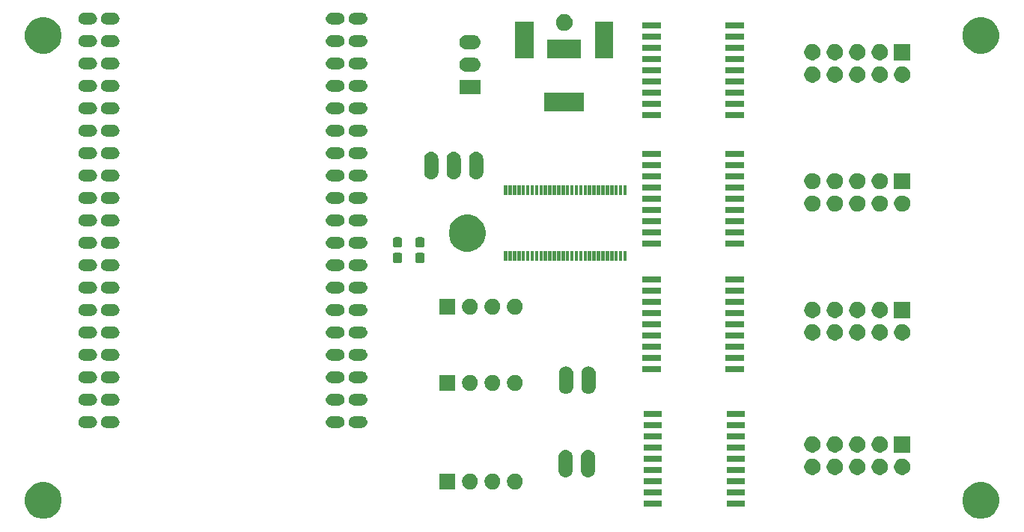
<source format=gts>
G04 #@! TF.GenerationSoftware,KiCad,Pcbnew,(5.1.5)-3*
G04 #@! TF.CreationDate,2020-04-29T17:43:41-04:00*
G04 #@! TF.ProjectId,ufcs,75666373-2e6b-4696-9361-645f70636258,rev?*
G04 #@! TF.SameCoordinates,Original*
G04 #@! TF.FileFunction,Soldermask,Top*
G04 #@! TF.FilePolarity,Negative*
%FSLAX46Y46*%
G04 Gerber Fmt 4.6, Leading zero omitted, Abs format (unit mm)*
G04 Created by KiCad (PCBNEW (5.1.5)-3) date 2020-04-29 17:43:41*
%MOMM*%
%LPD*%
G04 APERTURE LIST*
%ADD10C,0.100000*%
G04 APERTURE END LIST*
D10*
G36*
X196695295Y-140809509D02*
G01*
X196695298Y-140809510D01*
X196695297Y-140809510D01*
X197074197Y-140966455D01*
X197415198Y-141194305D01*
X197705195Y-141484302D01*
X197933045Y-141825303D01*
X198063063Y-142139195D01*
X198089991Y-142204205D01*
X198170000Y-142606439D01*
X198170000Y-143016561D01*
X198089991Y-143418795D01*
X198089990Y-143418797D01*
X197933045Y-143797697D01*
X197705195Y-144138698D01*
X197415198Y-144428695D01*
X197074197Y-144656545D01*
X196760305Y-144786563D01*
X196695295Y-144813491D01*
X196293061Y-144893500D01*
X195882939Y-144893500D01*
X195480705Y-144813491D01*
X195415695Y-144786563D01*
X195101803Y-144656545D01*
X194760802Y-144428695D01*
X194470805Y-144138698D01*
X194242955Y-143797697D01*
X194086010Y-143418797D01*
X194086009Y-143418795D01*
X194006000Y-143016561D01*
X194006000Y-142606439D01*
X194086009Y-142204205D01*
X194112937Y-142139195D01*
X194242955Y-141825303D01*
X194470805Y-141484302D01*
X194760802Y-141194305D01*
X195101803Y-140966455D01*
X195480703Y-140809510D01*
X195480702Y-140809510D01*
X195480705Y-140809509D01*
X195882939Y-140729500D01*
X196293061Y-140729500D01*
X196695295Y-140809509D01*
G37*
G36*
X90650295Y-140809509D02*
G01*
X90650298Y-140809510D01*
X90650297Y-140809510D01*
X91029197Y-140966455D01*
X91370198Y-141194305D01*
X91660195Y-141484302D01*
X91888045Y-141825303D01*
X92018063Y-142139195D01*
X92044991Y-142204205D01*
X92125000Y-142606439D01*
X92125000Y-143016561D01*
X92044991Y-143418795D01*
X92044990Y-143418797D01*
X91888045Y-143797697D01*
X91660195Y-144138698D01*
X91370198Y-144428695D01*
X91029197Y-144656545D01*
X90715305Y-144786563D01*
X90650295Y-144813491D01*
X90248061Y-144893500D01*
X89837939Y-144893500D01*
X89435705Y-144813491D01*
X89370695Y-144786563D01*
X89056803Y-144656545D01*
X88715802Y-144428695D01*
X88425805Y-144138698D01*
X88197955Y-143797697D01*
X88041010Y-143418797D01*
X88041009Y-143418795D01*
X87961000Y-143016561D01*
X87961000Y-142606439D01*
X88041009Y-142204205D01*
X88067937Y-142139195D01*
X88197955Y-141825303D01*
X88425805Y-141484302D01*
X88715802Y-141194305D01*
X89056803Y-140966455D01*
X89435703Y-140809510D01*
X89435702Y-140809510D01*
X89435705Y-140809509D01*
X89837939Y-140729500D01*
X90248061Y-140729500D01*
X90650295Y-140809509D01*
G37*
G36*
X160027600Y-143517100D02*
G01*
X157927600Y-143517100D01*
X157927600Y-142817100D01*
X160027600Y-142817100D01*
X160027600Y-143517100D01*
G37*
G36*
X169427600Y-143517100D02*
G01*
X167327600Y-143517100D01*
X167327600Y-142817100D01*
X169427600Y-142817100D01*
X169427600Y-143517100D01*
G37*
G36*
X169427600Y-142247100D02*
G01*
X167327600Y-142247100D01*
X167327600Y-141547100D01*
X169427600Y-141547100D01*
X169427600Y-142247100D01*
G37*
G36*
X160027600Y-142247100D02*
G01*
X157927600Y-142247100D01*
X157927600Y-141547100D01*
X160027600Y-141547100D01*
X160027600Y-142247100D01*
G37*
G36*
X143587561Y-139775557D02*
G01*
X143645520Y-139787086D01*
X143809310Y-139854930D01*
X143956717Y-139953424D01*
X144082076Y-140078783D01*
X144180570Y-140226190D01*
X144248414Y-140389980D01*
X144283000Y-140563858D01*
X144283000Y-140741142D01*
X144248414Y-140915020D01*
X144180570Y-141078810D01*
X144082076Y-141226217D01*
X143956717Y-141351576D01*
X143809310Y-141450070D01*
X143645520Y-141517914D01*
X143587561Y-141529443D01*
X143471644Y-141552500D01*
X143294356Y-141552500D01*
X143178439Y-141529443D01*
X143120480Y-141517914D01*
X142956690Y-141450070D01*
X142809283Y-141351576D01*
X142683924Y-141226217D01*
X142585430Y-141078810D01*
X142517586Y-140915020D01*
X142483000Y-140741142D01*
X142483000Y-140563858D01*
X142517586Y-140389980D01*
X142585430Y-140226190D01*
X142683924Y-140078783D01*
X142809283Y-139953424D01*
X142956690Y-139854930D01*
X143120480Y-139787086D01*
X143178439Y-139775557D01*
X143294356Y-139752500D01*
X143471644Y-139752500D01*
X143587561Y-139775557D01*
G37*
G36*
X141047561Y-139775557D02*
G01*
X141105520Y-139787086D01*
X141269310Y-139854930D01*
X141416717Y-139953424D01*
X141542076Y-140078783D01*
X141640570Y-140226190D01*
X141708414Y-140389980D01*
X141743000Y-140563858D01*
X141743000Y-140741142D01*
X141708414Y-140915020D01*
X141640570Y-141078810D01*
X141542076Y-141226217D01*
X141416717Y-141351576D01*
X141269310Y-141450070D01*
X141105520Y-141517914D01*
X141047561Y-141529443D01*
X140931644Y-141552500D01*
X140754356Y-141552500D01*
X140638439Y-141529443D01*
X140580480Y-141517914D01*
X140416690Y-141450070D01*
X140269283Y-141351576D01*
X140143924Y-141226217D01*
X140045430Y-141078810D01*
X139977586Y-140915020D01*
X139943000Y-140741142D01*
X139943000Y-140563858D01*
X139977586Y-140389980D01*
X140045430Y-140226190D01*
X140143924Y-140078783D01*
X140269283Y-139953424D01*
X140416690Y-139854930D01*
X140580480Y-139787086D01*
X140638439Y-139775557D01*
X140754356Y-139752500D01*
X140931644Y-139752500D01*
X141047561Y-139775557D01*
G37*
G36*
X138507561Y-139775557D02*
G01*
X138565520Y-139787086D01*
X138729310Y-139854930D01*
X138876717Y-139953424D01*
X139002076Y-140078783D01*
X139100570Y-140226190D01*
X139168414Y-140389980D01*
X139203000Y-140563858D01*
X139203000Y-140741142D01*
X139168414Y-140915020D01*
X139100570Y-141078810D01*
X139002076Y-141226217D01*
X138876717Y-141351576D01*
X138729310Y-141450070D01*
X138565520Y-141517914D01*
X138507561Y-141529443D01*
X138391644Y-141552500D01*
X138214356Y-141552500D01*
X138098439Y-141529443D01*
X138040480Y-141517914D01*
X137876690Y-141450070D01*
X137729283Y-141351576D01*
X137603924Y-141226217D01*
X137505430Y-141078810D01*
X137437586Y-140915020D01*
X137403000Y-140741142D01*
X137403000Y-140563858D01*
X137437586Y-140389980D01*
X137505430Y-140226190D01*
X137603924Y-140078783D01*
X137729283Y-139953424D01*
X137876690Y-139854930D01*
X138040480Y-139787086D01*
X138098439Y-139775557D01*
X138214356Y-139752500D01*
X138391644Y-139752500D01*
X138507561Y-139775557D01*
G37*
G36*
X136663000Y-141552500D02*
G01*
X134863000Y-141552500D01*
X134863000Y-139752500D01*
X136663000Y-139752500D01*
X136663000Y-141552500D01*
G37*
G36*
X169427600Y-140977100D02*
G01*
X167327600Y-140977100D01*
X167327600Y-140277100D01*
X169427600Y-140277100D01*
X169427600Y-140977100D01*
G37*
G36*
X160027600Y-140977100D02*
G01*
X157927600Y-140977100D01*
X157927600Y-140277100D01*
X160027600Y-140277100D01*
X160027600Y-140977100D01*
G37*
G36*
X151821207Y-137077148D02*
G01*
X151972950Y-137123178D01*
X152112797Y-137197928D01*
X152235375Y-137298525D01*
X152335972Y-137421102D01*
X152410722Y-137560949D01*
X152456752Y-137712692D01*
X152468400Y-137830954D01*
X152468400Y-139410046D01*
X152456752Y-139528308D01*
X152410722Y-139680051D01*
X152335972Y-139819898D01*
X152235375Y-139942475D01*
X152112798Y-140043072D01*
X151972951Y-140117822D01*
X151821208Y-140163852D01*
X151663400Y-140179395D01*
X151505593Y-140163852D01*
X151353850Y-140117822D01*
X151214003Y-140043072D01*
X151091426Y-139942475D01*
X150990829Y-139819898D01*
X150916079Y-139680051D01*
X150870049Y-139528308D01*
X150858401Y-139410046D01*
X150858400Y-137830955D01*
X150870048Y-137712693D01*
X150916078Y-137560950D01*
X150990828Y-137421103D01*
X151091425Y-137298525D01*
X151214002Y-137197928D01*
X151353849Y-137123178D01*
X151505592Y-137077148D01*
X151663400Y-137061605D01*
X151821207Y-137077148D01*
G37*
G36*
X149281207Y-137077148D02*
G01*
X149432950Y-137123178D01*
X149572797Y-137197928D01*
X149695375Y-137298525D01*
X149795972Y-137421102D01*
X149870722Y-137560949D01*
X149916752Y-137712692D01*
X149928400Y-137830954D01*
X149928400Y-139410046D01*
X149916752Y-139528308D01*
X149870722Y-139680051D01*
X149795972Y-139819898D01*
X149695375Y-139942475D01*
X149572798Y-140043072D01*
X149432951Y-140117822D01*
X149281208Y-140163852D01*
X149123400Y-140179395D01*
X148965593Y-140163852D01*
X148813850Y-140117822D01*
X148674003Y-140043072D01*
X148551426Y-139942475D01*
X148450829Y-139819898D01*
X148376079Y-139680051D01*
X148330049Y-139528308D01*
X148318401Y-139410046D01*
X148318400Y-137830955D01*
X148330048Y-137712693D01*
X148376078Y-137560950D01*
X148450828Y-137421103D01*
X148551425Y-137298525D01*
X148674002Y-137197928D01*
X148813849Y-137123178D01*
X148965592Y-137077148D01*
X149123400Y-137061605D01*
X149281207Y-137077148D01*
G37*
G36*
X184806817Y-138099603D02*
G01*
X184924487Y-138123009D01*
X185090752Y-138191878D01*
X185240386Y-138291860D01*
X185367640Y-138419114D01*
X185467622Y-138568748D01*
X185536491Y-138735013D01*
X185571600Y-138911518D01*
X185571600Y-139091482D01*
X185536491Y-139267987D01*
X185467622Y-139434252D01*
X185367640Y-139583886D01*
X185240386Y-139711140D01*
X185090752Y-139811122D01*
X184924487Y-139879991D01*
X184806817Y-139903397D01*
X184747983Y-139915100D01*
X184568017Y-139915100D01*
X184509183Y-139903397D01*
X184391513Y-139879991D01*
X184225248Y-139811122D01*
X184075614Y-139711140D01*
X183948360Y-139583886D01*
X183848378Y-139434252D01*
X183779509Y-139267987D01*
X183744400Y-139091482D01*
X183744400Y-138911518D01*
X183779509Y-138735013D01*
X183848378Y-138568748D01*
X183948360Y-138419114D01*
X184075614Y-138291860D01*
X184225248Y-138191878D01*
X184391513Y-138123009D01*
X184509183Y-138099603D01*
X184568017Y-138087900D01*
X184747983Y-138087900D01*
X184806817Y-138099603D01*
G37*
G36*
X179726817Y-138099603D02*
G01*
X179844487Y-138123009D01*
X180010752Y-138191878D01*
X180160386Y-138291860D01*
X180287640Y-138419114D01*
X180387622Y-138568748D01*
X180456491Y-138735013D01*
X180491600Y-138911518D01*
X180491600Y-139091482D01*
X180456491Y-139267987D01*
X180387622Y-139434252D01*
X180287640Y-139583886D01*
X180160386Y-139711140D01*
X180010752Y-139811122D01*
X179844487Y-139879991D01*
X179726817Y-139903397D01*
X179667983Y-139915100D01*
X179488017Y-139915100D01*
X179429183Y-139903397D01*
X179311513Y-139879991D01*
X179145248Y-139811122D01*
X178995614Y-139711140D01*
X178868360Y-139583886D01*
X178768378Y-139434252D01*
X178699509Y-139267987D01*
X178664400Y-139091482D01*
X178664400Y-138911518D01*
X178699509Y-138735013D01*
X178768378Y-138568748D01*
X178868360Y-138419114D01*
X178995614Y-138291860D01*
X179145248Y-138191878D01*
X179311513Y-138123009D01*
X179429183Y-138099603D01*
X179488017Y-138087900D01*
X179667983Y-138087900D01*
X179726817Y-138099603D01*
G37*
G36*
X187346817Y-138099603D02*
G01*
X187464487Y-138123009D01*
X187630752Y-138191878D01*
X187780386Y-138291860D01*
X187907640Y-138419114D01*
X188007622Y-138568748D01*
X188076491Y-138735013D01*
X188111600Y-138911518D01*
X188111600Y-139091482D01*
X188076491Y-139267987D01*
X188007622Y-139434252D01*
X187907640Y-139583886D01*
X187780386Y-139711140D01*
X187630752Y-139811122D01*
X187464487Y-139879991D01*
X187346817Y-139903397D01*
X187287983Y-139915100D01*
X187108017Y-139915100D01*
X187049183Y-139903397D01*
X186931513Y-139879991D01*
X186765248Y-139811122D01*
X186615614Y-139711140D01*
X186488360Y-139583886D01*
X186388378Y-139434252D01*
X186319509Y-139267987D01*
X186284400Y-139091482D01*
X186284400Y-138911518D01*
X186319509Y-138735013D01*
X186388378Y-138568748D01*
X186488360Y-138419114D01*
X186615614Y-138291860D01*
X186765248Y-138191878D01*
X186931513Y-138123009D01*
X187049183Y-138099603D01*
X187108017Y-138087900D01*
X187287983Y-138087900D01*
X187346817Y-138099603D01*
G37*
G36*
X177186817Y-138099603D02*
G01*
X177304487Y-138123009D01*
X177470752Y-138191878D01*
X177620386Y-138291860D01*
X177747640Y-138419114D01*
X177847622Y-138568748D01*
X177916491Y-138735013D01*
X177951600Y-138911518D01*
X177951600Y-139091482D01*
X177916491Y-139267987D01*
X177847622Y-139434252D01*
X177747640Y-139583886D01*
X177620386Y-139711140D01*
X177470752Y-139811122D01*
X177304487Y-139879991D01*
X177186817Y-139903397D01*
X177127983Y-139915100D01*
X176948017Y-139915100D01*
X176889183Y-139903397D01*
X176771513Y-139879991D01*
X176605248Y-139811122D01*
X176455614Y-139711140D01*
X176328360Y-139583886D01*
X176228378Y-139434252D01*
X176159509Y-139267987D01*
X176124400Y-139091482D01*
X176124400Y-138911518D01*
X176159509Y-138735013D01*
X176228378Y-138568748D01*
X176328360Y-138419114D01*
X176455614Y-138291860D01*
X176605248Y-138191878D01*
X176771513Y-138123009D01*
X176889183Y-138099603D01*
X176948017Y-138087900D01*
X177127983Y-138087900D01*
X177186817Y-138099603D01*
G37*
G36*
X182266817Y-138099603D02*
G01*
X182384487Y-138123009D01*
X182550752Y-138191878D01*
X182700386Y-138291860D01*
X182827640Y-138419114D01*
X182927622Y-138568748D01*
X182996491Y-138735013D01*
X183031600Y-138911518D01*
X183031600Y-139091482D01*
X182996491Y-139267987D01*
X182927622Y-139434252D01*
X182827640Y-139583886D01*
X182700386Y-139711140D01*
X182550752Y-139811122D01*
X182384487Y-139879991D01*
X182266817Y-139903397D01*
X182207983Y-139915100D01*
X182028017Y-139915100D01*
X181969183Y-139903397D01*
X181851513Y-139879991D01*
X181685248Y-139811122D01*
X181535614Y-139711140D01*
X181408360Y-139583886D01*
X181308378Y-139434252D01*
X181239509Y-139267987D01*
X181204400Y-139091482D01*
X181204400Y-138911518D01*
X181239509Y-138735013D01*
X181308378Y-138568748D01*
X181408360Y-138419114D01*
X181535614Y-138291860D01*
X181685248Y-138191878D01*
X181851513Y-138123009D01*
X181969183Y-138099603D01*
X182028017Y-138087900D01*
X182207983Y-138087900D01*
X182266817Y-138099603D01*
G37*
G36*
X169427600Y-139707100D02*
G01*
X167327600Y-139707100D01*
X167327600Y-139007100D01*
X169427600Y-139007100D01*
X169427600Y-139707100D01*
G37*
G36*
X160027600Y-139707100D02*
G01*
X157927600Y-139707100D01*
X157927600Y-139007100D01*
X160027600Y-139007100D01*
X160027600Y-139707100D01*
G37*
G36*
X160027600Y-138437100D02*
G01*
X157927600Y-138437100D01*
X157927600Y-137737100D01*
X160027600Y-137737100D01*
X160027600Y-138437100D01*
G37*
G36*
X169427600Y-138437100D02*
G01*
X167327600Y-138437100D01*
X167327600Y-137737100D01*
X169427600Y-137737100D01*
X169427600Y-138437100D01*
G37*
G36*
X188111600Y-137375100D02*
G01*
X186284400Y-137375100D01*
X186284400Y-135547900D01*
X188111600Y-135547900D01*
X188111600Y-137375100D01*
G37*
G36*
X177186817Y-135559603D02*
G01*
X177304487Y-135583009D01*
X177470752Y-135651878D01*
X177620386Y-135751860D01*
X177747640Y-135879114D01*
X177847622Y-136028748D01*
X177916491Y-136195013D01*
X177951600Y-136371518D01*
X177951600Y-136551482D01*
X177916491Y-136727987D01*
X177847622Y-136894252D01*
X177747640Y-137043886D01*
X177620386Y-137171140D01*
X177470752Y-137271122D01*
X177304487Y-137339991D01*
X177186817Y-137363397D01*
X177127983Y-137375100D01*
X176948017Y-137375100D01*
X176889183Y-137363397D01*
X176771513Y-137339991D01*
X176605248Y-137271122D01*
X176455614Y-137171140D01*
X176328360Y-137043886D01*
X176228378Y-136894252D01*
X176159509Y-136727987D01*
X176124400Y-136551482D01*
X176124400Y-136371518D01*
X176159509Y-136195013D01*
X176228378Y-136028748D01*
X176328360Y-135879114D01*
X176455614Y-135751860D01*
X176605248Y-135651878D01*
X176771513Y-135583009D01*
X176889183Y-135559603D01*
X176948017Y-135547900D01*
X177127983Y-135547900D01*
X177186817Y-135559603D01*
G37*
G36*
X184806817Y-135559603D02*
G01*
X184924487Y-135583009D01*
X185090752Y-135651878D01*
X185240386Y-135751860D01*
X185367640Y-135879114D01*
X185467622Y-136028748D01*
X185536491Y-136195013D01*
X185571600Y-136371518D01*
X185571600Y-136551482D01*
X185536491Y-136727987D01*
X185467622Y-136894252D01*
X185367640Y-137043886D01*
X185240386Y-137171140D01*
X185090752Y-137271122D01*
X184924487Y-137339991D01*
X184806817Y-137363397D01*
X184747983Y-137375100D01*
X184568017Y-137375100D01*
X184509183Y-137363397D01*
X184391513Y-137339991D01*
X184225248Y-137271122D01*
X184075614Y-137171140D01*
X183948360Y-137043886D01*
X183848378Y-136894252D01*
X183779509Y-136727987D01*
X183744400Y-136551482D01*
X183744400Y-136371518D01*
X183779509Y-136195013D01*
X183848378Y-136028748D01*
X183948360Y-135879114D01*
X184075614Y-135751860D01*
X184225248Y-135651878D01*
X184391513Y-135583009D01*
X184509183Y-135559603D01*
X184568017Y-135547900D01*
X184747983Y-135547900D01*
X184806817Y-135559603D01*
G37*
G36*
X179726817Y-135559603D02*
G01*
X179844487Y-135583009D01*
X180010752Y-135651878D01*
X180160386Y-135751860D01*
X180287640Y-135879114D01*
X180387622Y-136028748D01*
X180456491Y-136195013D01*
X180491600Y-136371518D01*
X180491600Y-136551482D01*
X180456491Y-136727987D01*
X180387622Y-136894252D01*
X180287640Y-137043886D01*
X180160386Y-137171140D01*
X180010752Y-137271122D01*
X179844487Y-137339991D01*
X179726817Y-137363397D01*
X179667983Y-137375100D01*
X179488017Y-137375100D01*
X179429183Y-137363397D01*
X179311513Y-137339991D01*
X179145248Y-137271122D01*
X178995614Y-137171140D01*
X178868360Y-137043886D01*
X178768378Y-136894252D01*
X178699509Y-136727987D01*
X178664400Y-136551482D01*
X178664400Y-136371518D01*
X178699509Y-136195013D01*
X178768378Y-136028748D01*
X178868360Y-135879114D01*
X178995614Y-135751860D01*
X179145248Y-135651878D01*
X179311513Y-135583009D01*
X179429183Y-135559603D01*
X179488017Y-135547900D01*
X179667983Y-135547900D01*
X179726817Y-135559603D01*
G37*
G36*
X182266817Y-135559603D02*
G01*
X182384487Y-135583009D01*
X182550752Y-135651878D01*
X182700386Y-135751860D01*
X182827640Y-135879114D01*
X182927622Y-136028748D01*
X182996491Y-136195013D01*
X183031600Y-136371518D01*
X183031600Y-136551482D01*
X182996491Y-136727987D01*
X182927622Y-136894252D01*
X182827640Y-137043886D01*
X182700386Y-137171140D01*
X182550752Y-137271122D01*
X182384487Y-137339991D01*
X182266817Y-137363397D01*
X182207983Y-137375100D01*
X182028017Y-137375100D01*
X181969183Y-137363397D01*
X181851513Y-137339991D01*
X181685248Y-137271122D01*
X181535614Y-137171140D01*
X181408360Y-137043886D01*
X181308378Y-136894252D01*
X181239509Y-136727987D01*
X181204400Y-136551482D01*
X181204400Y-136371518D01*
X181239509Y-136195013D01*
X181308378Y-136028748D01*
X181408360Y-135879114D01*
X181535614Y-135751860D01*
X181685248Y-135651878D01*
X181851513Y-135583009D01*
X181969183Y-135559603D01*
X182028017Y-135547900D01*
X182207983Y-135547900D01*
X182266817Y-135559603D01*
G37*
G36*
X160027600Y-137167100D02*
G01*
X157927600Y-137167100D01*
X157927600Y-136467100D01*
X160027600Y-136467100D01*
X160027600Y-137167100D01*
G37*
G36*
X169427600Y-137167100D02*
G01*
X167327600Y-137167100D01*
X167327600Y-136467100D01*
X169427600Y-136467100D01*
X169427600Y-137167100D01*
G37*
G36*
X169427600Y-135897100D02*
G01*
X167327600Y-135897100D01*
X167327600Y-135197100D01*
X169427600Y-135197100D01*
X169427600Y-135897100D01*
G37*
G36*
X160027600Y-135897100D02*
G01*
X157927600Y-135897100D01*
X157927600Y-135197100D01*
X160027600Y-135197100D01*
X160027600Y-135897100D01*
G37*
G36*
X169427600Y-134627100D02*
G01*
X167327600Y-134627100D01*
X167327600Y-133927100D01*
X169427600Y-133927100D01*
X169427600Y-134627100D01*
G37*
G36*
X160027600Y-134627100D02*
G01*
X157927600Y-134627100D01*
X157927600Y-133927100D01*
X160027600Y-133927100D01*
X160027600Y-134627100D01*
G37*
G36*
X126180422Y-133280905D02*
G01*
X126302948Y-133318073D01*
X126415868Y-133378430D01*
X126514843Y-133459657D01*
X126596070Y-133558632D01*
X126656427Y-133671552D01*
X126693595Y-133794078D01*
X126706145Y-133921500D01*
X126693595Y-134048922D01*
X126656427Y-134171448D01*
X126596070Y-134284368D01*
X126514843Y-134383343D01*
X126415868Y-134464570D01*
X126302948Y-134524927D01*
X126180422Y-134562095D01*
X126084932Y-134571500D01*
X125221068Y-134571500D01*
X125125578Y-134562095D01*
X125003052Y-134524927D01*
X124890132Y-134464570D01*
X124791157Y-134383343D01*
X124709930Y-134284368D01*
X124649573Y-134171448D01*
X124612405Y-134048922D01*
X124599855Y-133921500D01*
X124612405Y-133794078D01*
X124649573Y-133671552D01*
X124709930Y-133558632D01*
X124791157Y-133459657D01*
X124890132Y-133378430D01*
X125003052Y-133318073D01*
X125125578Y-133280905D01*
X125221068Y-133271500D01*
X126084932Y-133271500D01*
X126180422Y-133280905D01*
G37*
G36*
X95600422Y-133280905D02*
G01*
X95722948Y-133318073D01*
X95835868Y-133378430D01*
X95934843Y-133459657D01*
X96016070Y-133558632D01*
X96076427Y-133671552D01*
X96113595Y-133794078D01*
X96126145Y-133921500D01*
X96113595Y-134048922D01*
X96076427Y-134171448D01*
X96016070Y-134284368D01*
X95934843Y-134383343D01*
X95835868Y-134464570D01*
X95722948Y-134524927D01*
X95600422Y-134562095D01*
X95504932Y-134571500D01*
X94641068Y-134571500D01*
X94545578Y-134562095D01*
X94423052Y-134524927D01*
X94310132Y-134464570D01*
X94211157Y-134383343D01*
X94129930Y-134284368D01*
X94069573Y-134171448D01*
X94032405Y-134048922D01*
X94019855Y-133921500D01*
X94032405Y-133794078D01*
X94069573Y-133671552D01*
X94129930Y-133558632D01*
X94211157Y-133459657D01*
X94310132Y-133378430D01*
X94423052Y-133318073D01*
X94545578Y-133280905D01*
X94641068Y-133271500D01*
X95504932Y-133271500D01*
X95600422Y-133280905D01*
G37*
G36*
X98140422Y-133280905D02*
G01*
X98262948Y-133318073D01*
X98375868Y-133378430D01*
X98474843Y-133459657D01*
X98556070Y-133558632D01*
X98616427Y-133671552D01*
X98653595Y-133794078D01*
X98666145Y-133921500D01*
X98653595Y-134048922D01*
X98616427Y-134171448D01*
X98556070Y-134284368D01*
X98474843Y-134383343D01*
X98375868Y-134464570D01*
X98262948Y-134524927D01*
X98140422Y-134562095D01*
X98044932Y-134571500D01*
X97181068Y-134571500D01*
X97085578Y-134562095D01*
X96963052Y-134524927D01*
X96850132Y-134464570D01*
X96751157Y-134383343D01*
X96669930Y-134284368D01*
X96609573Y-134171448D01*
X96572405Y-134048922D01*
X96559855Y-133921500D01*
X96572405Y-133794078D01*
X96609573Y-133671552D01*
X96669930Y-133558632D01*
X96751157Y-133459657D01*
X96850132Y-133378430D01*
X96963052Y-133318073D01*
X97085578Y-133280905D01*
X97181068Y-133271500D01*
X98044932Y-133271500D01*
X98140422Y-133280905D01*
G37*
G36*
X123590422Y-133280905D02*
G01*
X123712948Y-133318073D01*
X123825868Y-133378430D01*
X123924843Y-133459657D01*
X124006070Y-133558632D01*
X124066427Y-133671552D01*
X124103595Y-133794078D01*
X124116145Y-133921500D01*
X124103595Y-134048922D01*
X124066427Y-134171448D01*
X124006070Y-134284368D01*
X123924843Y-134383343D01*
X123825868Y-134464570D01*
X123712948Y-134524927D01*
X123590422Y-134562095D01*
X123494932Y-134571500D01*
X122631068Y-134571500D01*
X122535578Y-134562095D01*
X122413052Y-134524927D01*
X122300132Y-134464570D01*
X122201157Y-134383343D01*
X122119930Y-134284368D01*
X122059573Y-134171448D01*
X122022405Y-134048922D01*
X122009855Y-133921500D01*
X122022405Y-133794078D01*
X122059573Y-133671552D01*
X122119930Y-133558632D01*
X122201157Y-133459657D01*
X122300132Y-133378430D01*
X122413052Y-133318073D01*
X122535578Y-133280905D01*
X122631068Y-133271500D01*
X123494932Y-133271500D01*
X123590422Y-133280905D01*
G37*
G36*
X169427600Y-133357100D02*
G01*
X167327600Y-133357100D01*
X167327600Y-132657100D01*
X169427600Y-132657100D01*
X169427600Y-133357100D01*
G37*
G36*
X160027600Y-133357100D02*
G01*
X157927600Y-133357100D01*
X157927600Y-132657100D01*
X160027600Y-132657100D01*
X160027600Y-133357100D01*
G37*
G36*
X95600422Y-130740905D02*
G01*
X95722948Y-130778073D01*
X95835868Y-130838430D01*
X95934843Y-130919657D01*
X96016070Y-131018632D01*
X96076427Y-131131552D01*
X96113595Y-131254078D01*
X96126145Y-131381500D01*
X96113595Y-131508922D01*
X96076427Y-131631448D01*
X96016070Y-131744368D01*
X95934843Y-131843343D01*
X95835868Y-131924570D01*
X95722948Y-131984927D01*
X95600422Y-132022095D01*
X95504932Y-132031500D01*
X94641068Y-132031500D01*
X94545578Y-132022095D01*
X94423052Y-131984927D01*
X94310132Y-131924570D01*
X94211157Y-131843343D01*
X94129930Y-131744368D01*
X94069573Y-131631448D01*
X94032405Y-131508922D01*
X94019855Y-131381500D01*
X94032405Y-131254078D01*
X94069573Y-131131552D01*
X94129930Y-131018632D01*
X94211157Y-130919657D01*
X94310132Y-130838430D01*
X94423052Y-130778073D01*
X94545578Y-130740905D01*
X94641068Y-130731500D01*
X95504932Y-130731500D01*
X95600422Y-130740905D01*
G37*
G36*
X126180422Y-130740905D02*
G01*
X126302948Y-130778073D01*
X126415868Y-130838430D01*
X126514843Y-130919657D01*
X126596070Y-131018632D01*
X126656427Y-131131552D01*
X126693595Y-131254078D01*
X126706145Y-131381500D01*
X126693595Y-131508922D01*
X126656427Y-131631448D01*
X126596070Y-131744368D01*
X126514843Y-131843343D01*
X126415868Y-131924570D01*
X126302948Y-131984927D01*
X126180422Y-132022095D01*
X126084932Y-132031500D01*
X125221068Y-132031500D01*
X125125578Y-132022095D01*
X125003052Y-131984927D01*
X124890132Y-131924570D01*
X124791157Y-131843343D01*
X124709930Y-131744368D01*
X124649573Y-131631448D01*
X124612405Y-131508922D01*
X124599855Y-131381500D01*
X124612405Y-131254078D01*
X124649573Y-131131552D01*
X124709930Y-131018632D01*
X124791157Y-130919657D01*
X124890132Y-130838430D01*
X125003052Y-130778073D01*
X125125578Y-130740905D01*
X125221068Y-130731500D01*
X126084932Y-130731500D01*
X126180422Y-130740905D01*
G37*
G36*
X98140422Y-130740905D02*
G01*
X98262948Y-130778073D01*
X98375868Y-130838430D01*
X98474843Y-130919657D01*
X98556070Y-131018632D01*
X98616427Y-131131552D01*
X98653595Y-131254078D01*
X98666145Y-131381500D01*
X98653595Y-131508922D01*
X98616427Y-131631448D01*
X98556070Y-131744368D01*
X98474843Y-131843343D01*
X98375868Y-131924570D01*
X98262948Y-131984927D01*
X98140422Y-132022095D01*
X98044932Y-132031500D01*
X97181068Y-132031500D01*
X97085578Y-132022095D01*
X96963052Y-131984927D01*
X96850132Y-131924570D01*
X96751157Y-131843343D01*
X96669930Y-131744368D01*
X96609573Y-131631448D01*
X96572405Y-131508922D01*
X96559855Y-131381500D01*
X96572405Y-131254078D01*
X96609573Y-131131552D01*
X96669930Y-131018632D01*
X96751157Y-130919657D01*
X96850132Y-130838430D01*
X96963052Y-130778073D01*
X97085578Y-130740905D01*
X97181068Y-130731500D01*
X98044932Y-130731500D01*
X98140422Y-130740905D01*
G37*
G36*
X123590422Y-130740905D02*
G01*
X123712948Y-130778073D01*
X123825868Y-130838430D01*
X123924843Y-130919657D01*
X124006070Y-131018632D01*
X124066427Y-131131552D01*
X124103595Y-131254078D01*
X124116145Y-131381500D01*
X124103595Y-131508922D01*
X124066427Y-131631448D01*
X124006070Y-131744368D01*
X123924843Y-131843343D01*
X123825868Y-131924570D01*
X123712948Y-131984927D01*
X123590422Y-132022095D01*
X123494932Y-132031500D01*
X122631068Y-132031500D01*
X122535578Y-132022095D01*
X122413052Y-131984927D01*
X122300132Y-131924570D01*
X122201157Y-131843343D01*
X122119930Y-131744368D01*
X122059573Y-131631448D01*
X122022405Y-131508922D01*
X122009855Y-131381500D01*
X122022405Y-131254078D01*
X122059573Y-131131552D01*
X122119930Y-131018632D01*
X122201157Y-130919657D01*
X122300132Y-130838430D01*
X122413052Y-130778073D01*
X122535578Y-130740905D01*
X122631068Y-130731500D01*
X123494932Y-130731500D01*
X123590422Y-130740905D01*
G37*
G36*
X151872007Y-127628348D02*
G01*
X152023750Y-127674378D01*
X152163597Y-127749128D01*
X152286175Y-127849725D01*
X152386772Y-127972302D01*
X152461522Y-128112149D01*
X152507552Y-128263892D01*
X152519200Y-128382154D01*
X152519200Y-129961246D01*
X152507552Y-130079508D01*
X152461522Y-130231251D01*
X152386772Y-130371098D01*
X152286175Y-130493675D01*
X152163598Y-130594272D01*
X152023751Y-130669022D01*
X151872008Y-130715052D01*
X151714200Y-130730595D01*
X151556393Y-130715052D01*
X151404650Y-130669022D01*
X151264803Y-130594272D01*
X151142226Y-130493675D01*
X151041629Y-130371098D01*
X150966879Y-130231251D01*
X150920849Y-130079508D01*
X150909201Y-129961246D01*
X150909200Y-128382155D01*
X150920848Y-128263893D01*
X150966878Y-128112150D01*
X151041628Y-127972303D01*
X151142225Y-127849725D01*
X151264802Y-127749128D01*
X151404649Y-127674378D01*
X151556392Y-127628348D01*
X151714200Y-127612805D01*
X151872007Y-127628348D01*
G37*
G36*
X149332007Y-127628348D02*
G01*
X149483750Y-127674378D01*
X149623597Y-127749128D01*
X149746175Y-127849725D01*
X149846772Y-127972302D01*
X149921522Y-128112149D01*
X149967552Y-128263892D01*
X149979200Y-128382154D01*
X149979200Y-129961246D01*
X149967552Y-130079508D01*
X149921522Y-130231251D01*
X149846772Y-130371098D01*
X149746175Y-130493675D01*
X149623598Y-130594272D01*
X149483751Y-130669022D01*
X149332008Y-130715052D01*
X149174200Y-130730595D01*
X149016393Y-130715052D01*
X148864650Y-130669022D01*
X148724803Y-130594272D01*
X148602226Y-130493675D01*
X148501629Y-130371098D01*
X148426879Y-130231251D01*
X148380849Y-130079508D01*
X148369201Y-129961246D01*
X148369200Y-128382155D01*
X148380848Y-128263893D01*
X148426878Y-128112150D01*
X148501628Y-127972303D01*
X148602225Y-127849725D01*
X148724802Y-127749128D01*
X148864649Y-127674378D01*
X149016392Y-127628348D01*
X149174200Y-127612805D01*
X149332007Y-127628348D01*
G37*
G36*
X136663000Y-130376500D02*
G01*
X134863000Y-130376500D01*
X134863000Y-128576500D01*
X136663000Y-128576500D01*
X136663000Y-130376500D01*
G37*
G36*
X138467310Y-128591551D02*
G01*
X138565520Y-128611086D01*
X138729310Y-128678930D01*
X138876717Y-128777424D01*
X139002076Y-128902783D01*
X139100570Y-129050190D01*
X139164433Y-129204368D01*
X139168414Y-129213981D01*
X139202347Y-129384571D01*
X139203000Y-129387858D01*
X139203000Y-129565142D01*
X139168414Y-129739020D01*
X139100570Y-129902810D01*
X139002076Y-130050217D01*
X138876717Y-130175576D01*
X138729310Y-130274070D01*
X138565520Y-130341914D01*
X138507561Y-130353443D01*
X138391644Y-130376500D01*
X138214356Y-130376500D01*
X138098439Y-130353443D01*
X138040480Y-130341914D01*
X137876690Y-130274070D01*
X137729283Y-130175576D01*
X137603924Y-130050217D01*
X137505430Y-129902810D01*
X137437586Y-129739020D01*
X137403000Y-129565142D01*
X137403000Y-129387858D01*
X137403654Y-129384571D01*
X137437586Y-129213981D01*
X137441568Y-129204368D01*
X137505430Y-129050190D01*
X137603924Y-128902783D01*
X137729283Y-128777424D01*
X137876690Y-128678930D01*
X138040480Y-128611086D01*
X138138690Y-128591551D01*
X138214356Y-128576500D01*
X138391644Y-128576500D01*
X138467310Y-128591551D01*
G37*
G36*
X141007310Y-128591551D02*
G01*
X141105520Y-128611086D01*
X141269310Y-128678930D01*
X141416717Y-128777424D01*
X141542076Y-128902783D01*
X141640570Y-129050190D01*
X141704433Y-129204368D01*
X141708414Y-129213981D01*
X141742347Y-129384571D01*
X141743000Y-129387858D01*
X141743000Y-129565142D01*
X141708414Y-129739020D01*
X141640570Y-129902810D01*
X141542076Y-130050217D01*
X141416717Y-130175576D01*
X141269310Y-130274070D01*
X141105520Y-130341914D01*
X141047561Y-130353443D01*
X140931644Y-130376500D01*
X140754356Y-130376500D01*
X140638439Y-130353443D01*
X140580480Y-130341914D01*
X140416690Y-130274070D01*
X140269283Y-130175576D01*
X140143924Y-130050217D01*
X140045430Y-129902810D01*
X139977586Y-129739020D01*
X139943000Y-129565142D01*
X139943000Y-129387858D01*
X139943654Y-129384571D01*
X139977586Y-129213981D01*
X139981568Y-129204368D01*
X140045430Y-129050190D01*
X140143924Y-128902783D01*
X140269283Y-128777424D01*
X140416690Y-128678930D01*
X140580480Y-128611086D01*
X140678690Y-128591551D01*
X140754356Y-128576500D01*
X140931644Y-128576500D01*
X141007310Y-128591551D01*
G37*
G36*
X143547310Y-128591551D02*
G01*
X143645520Y-128611086D01*
X143809310Y-128678930D01*
X143956717Y-128777424D01*
X144082076Y-128902783D01*
X144180570Y-129050190D01*
X144244433Y-129204368D01*
X144248414Y-129213981D01*
X144282347Y-129384571D01*
X144283000Y-129387858D01*
X144283000Y-129565142D01*
X144248414Y-129739020D01*
X144180570Y-129902810D01*
X144082076Y-130050217D01*
X143956717Y-130175576D01*
X143809310Y-130274070D01*
X143645520Y-130341914D01*
X143587561Y-130353443D01*
X143471644Y-130376500D01*
X143294356Y-130376500D01*
X143178439Y-130353443D01*
X143120480Y-130341914D01*
X142956690Y-130274070D01*
X142809283Y-130175576D01*
X142683924Y-130050217D01*
X142585430Y-129902810D01*
X142517586Y-129739020D01*
X142483000Y-129565142D01*
X142483000Y-129387858D01*
X142483654Y-129384571D01*
X142517586Y-129213981D01*
X142521568Y-129204368D01*
X142585430Y-129050190D01*
X142683924Y-128902783D01*
X142809283Y-128777424D01*
X142956690Y-128678930D01*
X143120480Y-128611086D01*
X143218690Y-128591551D01*
X143294356Y-128576500D01*
X143471644Y-128576500D01*
X143547310Y-128591551D01*
G37*
G36*
X126180422Y-128200905D02*
G01*
X126302948Y-128238073D01*
X126415868Y-128298430D01*
X126514843Y-128379657D01*
X126596070Y-128478632D01*
X126656427Y-128591552D01*
X126693595Y-128714078D01*
X126706145Y-128841500D01*
X126693595Y-128968922D01*
X126656427Y-129091448D01*
X126596070Y-129204368D01*
X126514843Y-129303343D01*
X126415868Y-129384570D01*
X126302948Y-129444927D01*
X126180422Y-129482095D01*
X126084932Y-129491500D01*
X125221068Y-129491500D01*
X125125578Y-129482095D01*
X125003052Y-129444927D01*
X124890132Y-129384570D01*
X124791157Y-129303343D01*
X124709930Y-129204368D01*
X124649573Y-129091448D01*
X124612405Y-128968922D01*
X124599855Y-128841500D01*
X124612405Y-128714078D01*
X124649573Y-128591552D01*
X124709930Y-128478632D01*
X124791157Y-128379657D01*
X124890132Y-128298430D01*
X125003052Y-128238073D01*
X125125578Y-128200905D01*
X125221068Y-128191500D01*
X126084932Y-128191500D01*
X126180422Y-128200905D01*
G37*
G36*
X123590422Y-128200905D02*
G01*
X123712948Y-128238073D01*
X123825868Y-128298430D01*
X123924843Y-128379657D01*
X124006070Y-128478632D01*
X124066427Y-128591552D01*
X124103595Y-128714078D01*
X124116145Y-128841500D01*
X124103595Y-128968922D01*
X124066427Y-129091448D01*
X124006070Y-129204368D01*
X123924843Y-129303343D01*
X123825868Y-129384570D01*
X123712948Y-129444927D01*
X123590422Y-129482095D01*
X123494932Y-129491500D01*
X122631068Y-129491500D01*
X122535578Y-129482095D01*
X122413052Y-129444927D01*
X122300132Y-129384570D01*
X122201157Y-129303343D01*
X122119930Y-129204368D01*
X122059573Y-129091448D01*
X122022405Y-128968922D01*
X122009855Y-128841500D01*
X122022405Y-128714078D01*
X122059573Y-128591552D01*
X122119930Y-128478632D01*
X122201157Y-128379657D01*
X122300132Y-128298430D01*
X122413052Y-128238073D01*
X122535578Y-128200905D01*
X122631068Y-128191500D01*
X123494932Y-128191500D01*
X123590422Y-128200905D01*
G37*
G36*
X95600422Y-128200905D02*
G01*
X95722948Y-128238073D01*
X95835868Y-128298430D01*
X95934843Y-128379657D01*
X96016070Y-128478632D01*
X96076427Y-128591552D01*
X96113595Y-128714078D01*
X96126145Y-128841500D01*
X96113595Y-128968922D01*
X96076427Y-129091448D01*
X96016070Y-129204368D01*
X95934843Y-129303343D01*
X95835868Y-129384570D01*
X95722948Y-129444927D01*
X95600422Y-129482095D01*
X95504932Y-129491500D01*
X94641068Y-129491500D01*
X94545578Y-129482095D01*
X94423052Y-129444927D01*
X94310132Y-129384570D01*
X94211157Y-129303343D01*
X94129930Y-129204368D01*
X94069573Y-129091448D01*
X94032405Y-128968922D01*
X94019855Y-128841500D01*
X94032405Y-128714078D01*
X94069573Y-128591552D01*
X94129930Y-128478632D01*
X94211157Y-128379657D01*
X94310132Y-128298430D01*
X94423052Y-128238073D01*
X94545578Y-128200905D01*
X94641068Y-128191500D01*
X95504932Y-128191500D01*
X95600422Y-128200905D01*
G37*
G36*
X98140422Y-128200905D02*
G01*
X98262948Y-128238073D01*
X98375868Y-128298430D01*
X98474843Y-128379657D01*
X98556070Y-128478632D01*
X98616427Y-128591552D01*
X98653595Y-128714078D01*
X98666145Y-128841500D01*
X98653595Y-128968922D01*
X98616427Y-129091448D01*
X98556070Y-129204368D01*
X98474843Y-129303343D01*
X98375868Y-129384570D01*
X98262948Y-129444927D01*
X98140422Y-129482095D01*
X98044932Y-129491500D01*
X97181068Y-129491500D01*
X97085578Y-129482095D01*
X96963052Y-129444927D01*
X96850132Y-129384570D01*
X96751157Y-129303343D01*
X96669930Y-129204368D01*
X96609573Y-129091448D01*
X96572405Y-128968922D01*
X96559855Y-128841500D01*
X96572405Y-128714078D01*
X96609573Y-128591552D01*
X96669930Y-128478632D01*
X96751157Y-128379657D01*
X96850132Y-128298430D01*
X96963052Y-128238073D01*
X97085578Y-128200905D01*
X97181068Y-128191500D01*
X98044932Y-128191500D01*
X98140422Y-128200905D01*
G37*
G36*
X159900600Y-128302500D02*
G01*
X157800600Y-128302500D01*
X157800600Y-127602500D01*
X159900600Y-127602500D01*
X159900600Y-128302500D01*
G37*
G36*
X169300600Y-128302500D02*
G01*
X167200600Y-128302500D01*
X167200600Y-127602500D01*
X169300600Y-127602500D01*
X169300600Y-128302500D01*
G37*
G36*
X159900600Y-127032500D02*
G01*
X157800600Y-127032500D01*
X157800600Y-126332500D01*
X159900600Y-126332500D01*
X159900600Y-127032500D01*
G37*
G36*
X169300600Y-127032500D02*
G01*
X167200600Y-127032500D01*
X167200600Y-126332500D01*
X169300600Y-126332500D01*
X169300600Y-127032500D01*
G37*
G36*
X95600422Y-125660905D02*
G01*
X95722948Y-125698073D01*
X95835868Y-125758430D01*
X95934843Y-125839657D01*
X96016070Y-125938632D01*
X96076427Y-126051552D01*
X96113595Y-126174078D01*
X96126145Y-126301500D01*
X96113595Y-126428922D01*
X96076427Y-126551448D01*
X96016070Y-126664368D01*
X95934843Y-126763343D01*
X95835868Y-126844570D01*
X95722948Y-126904927D01*
X95600422Y-126942095D01*
X95504932Y-126951500D01*
X94641068Y-126951500D01*
X94545578Y-126942095D01*
X94423052Y-126904927D01*
X94310132Y-126844570D01*
X94211157Y-126763343D01*
X94129930Y-126664368D01*
X94069573Y-126551448D01*
X94032405Y-126428922D01*
X94019855Y-126301500D01*
X94032405Y-126174078D01*
X94069573Y-126051552D01*
X94129930Y-125938632D01*
X94211157Y-125839657D01*
X94310132Y-125758430D01*
X94423052Y-125698073D01*
X94545578Y-125660905D01*
X94641068Y-125651500D01*
X95504932Y-125651500D01*
X95600422Y-125660905D01*
G37*
G36*
X126180422Y-125660905D02*
G01*
X126302948Y-125698073D01*
X126415868Y-125758430D01*
X126514843Y-125839657D01*
X126596070Y-125938632D01*
X126656427Y-126051552D01*
X126693595Y-126174078D01*
X126706145Y-126301500D01*
X126693595Y-126428922D01*
X126656427Y-126551448D01*
X126596070Y-126664368D01*
X126514843Y-126763343D01*
X126415868Y-126844570D01*
X126302948Y-126904927D01*
X126180422Y-126942095D01*
X126084932Y-126951500D01*
X125221068Y-126951500D01*
X125125578Y-126942095D01*
X125003052Y-126904927D01*
X124890132Y-126844570D01*
X124791157Y-126763343D01*
X124709930Y-126664368D01*
X124649573Y-126551448D01*
X124612405Y-126428922D01*
X124599855Y-126301500D01*
X124612405Y-126174078D01*
X124649573Y-126051552D01*
X124709930Y-125938632D01*
X124791157Y-125839657D01*
X124890132Y-125758430D01*
X125003052Y-125698073D01*
X125125578Y-125660905D01*
X125221068Y-125651500D01*
X126084932Y-125651500D01*
X126180422Y-125660905D01*
G37*
G36*
X123590422Y-125660905D02*
G01*
X123712948Y-125698073D01*
X123825868Y-125758430D01*
X123924843Y-125839657D01*
X124006070Y-125938632D01*
X124066427Y-126051552D01*
X124103595Y-126174078D01*
X124116145Y-126301500D01*
X124103595Y-126428922D01*
X124066427Y-126551448D01*
X124006070Y-126664368D01*
X123924843Y-126763343D01*
X123825868Y-126844570D01*
X123712948Y-126904927D01*
X123590422Y-126942095D01*
X123494932Y-126951500D01*
X122631068Y-126951500D01*
X122535578Y-126942095D01*
X122413052Y-126904927D01*
X122300132Y-126844570D01*
X122201157Y-126763343D01*
X122119930Y-126664368D01*
X122059573Y-126551448D01*
X122022405Y-126428922D01*
X122009855Y-126301500D01*
X122022405Y-126174078D01*
X122059573Y-126051552D01*
X122119930Y-125938632D01*
X122201157Y-125839657D01*
X122300132Y-125758430D01*
X122413052Y-125698073D01*
X122535578Y-125660905D01*
X122631068Y-125651500D01*
X123494932Y-125651500D01*
X123590422Y-125660905D01*
G37*
G36*
X98140422Y-125660905D02*
G01*
X98262948Y-125698073D01*
X98375868Y-125758430D01*
X98474843Y-125839657D01*
X98556070Y-125938632D01*
X98616427Y-126051552D01*
X98653595Y-126174078D01*
X98666145Y-126301500D01*
X98653595Y-126428922D01*
X98616427Y-126551448D01*
X98556070Y-126664368D01*
X98474843Y-126763343D01*
X98375868Y-126844570D01*
X98262948Y-126904927D01*
X98140422Y-126942095D01*
X98044932Y-126951500D01*
X97181068Y-126951500D01*
X97085578Y-126942095D01*
X96963052Y-126904927D01*
X96850132Y-126844570D01*
X96751157Y-126763343D01*
X96669930Y-126664368D01*
X96609573Y-126551448D01*
X96572405Y-126428922D01*
X96559855Y-126301500D01*
X96572405Y-126174078D01*
X96609573Y-126051552D01*
X96669930Y-125938632D01*
X96751157Y-125839657D01*
X96850132Y-125758430D01*
X96963052Y-125698073D01*
X97085578Y-125660905D01*
X97181068Y-125651500D01*
X98044932Y-125651500D01*
X98140422Y-125660905D01*
G37*
G36*
X169300600Y-125762500D02*
G01*
X167200600Y-125762500D01*
X167200600Y-125062500D01*
X169300600Y-125062500D01*
X169300600Y-125762500D01*
G37*
G36*
X159900600Y-125762500D02*
G01*
X157800600Y-125762500D01*
X157800600Y-125062500D01*
X159900600Y-125062500D01*
X159900600Y-125762500D01*
G37*
G36*
X177186817Y-122859603D02*
G01*
X177304487Y-122883009D01*
X177470752Y-122951878D01*
X177620386Y-123051860D01*
X177747640Y-123179114D01*
X177847622Y-123328748D01*
X177916491Y-123495013D01*
X177951600Y-123671518D01*
X177951600Y-123851482D01*
X177916491Y-124027987D01*
X177847622Y-124194252D01*
X177747640Y-124343886D01*
X177620386Y-124471140D01*
X177470752Y-124571122D01*
X177304487Y-124639991D01*
X177186817Y-124663397D01*
X177127983Y-124675100D01*
X176948017Y-124675100D01*
X176889183Y-124663397D01*
X176771513Y-124639991D01*
X176605248Y-124571122D01*
X176455614Y-124471140D01*
X176328360Y-124343886D01*
X176228378Y-124194252D01*
X176159509Y-124027987D01*
X176124400Y-123851482D01*
X176124400Y-123671518D01*
X176159509Y-123495013D01*
X176228378Y-123328748D01*
X176328360Y-123179114D01*
X176455614Y-123051860D01*
X176605248Y-122951878D01*
X176771513Y-122883009D01*
X176889183Y-122859603D01*
X176948017Y-122847900D01*
X177127983Y-122847900D01*
X177186817Y-122859603D01*
G37*
G36*
X179726817Y-122859603D02*
G01*
X179844487Y-122883009D01*
X180010752Y-122951878D01*
X180160386Y-123051860D01*
X180287640Y-123179114D01*
X180387622Y-123328748D01*
X180456491Y-123495013D01*
X180491600Y-123671518D01*
X180491600Y-123851482D01*
X180456491Y-124027987D01*
X180387622Y-124194252D01*
X180287640Y-124343886D01*
X180160386Y-124471140D01*
X180010752Y-124571122D01*
X179844487Y-124639991D01*
X179726817Y-124663397D01*
X179667983Y-124675100D01*
X179488017Y-124675100D01*
X179429183Y-124663397D01*
X179311513Y-124639991D01*
X179145248Y-124571122D01*
X178995614Y-124471140D01*
X178868360Y-124343886D01*
X178768378Y-124194252D01*
X178699509Y-124027987D01*
X178664400Y-123851482D01*
X178664400Y-123671518D01*
X178699509Y-123495013D01*
X178768378Y-123328748D01*
X178868360Y-123179114D01*
X178995614Y-123051860D01*
X179145248Y-122951878D01*
X179311513Y-122883009D01*
X179429183Y-122859603D01*
X179488017Y-122847900D01*
X179667983Y-122847900D01*
X179726817Y-122859603D01*
G37*
G36*
X182266817Y-122859603D02*
G01*
X182384487Y-122883009D01*
X182550752Y-122951878D01*
X182700386Y-123051860D01*
X182827640Y-123179114D01*
X182927622Y-123328748D01*
X182996491Y-123495013D01*
X183031600Y-123671518D01*
X183031600Y-123851482D01*
X182996491Y-124027987D01*
X182927622Y-124194252D01*
X182827640Y-124343886D01*
X182700386Y-124471140D01*
X182550752Y-124571122D01*
X182384487Y-124639991D01*
X182266817Y-124663397D01*
X182207983Y-124675100D01*
X182028017Y-124675100D01*
X181969183Y-124663397D01*
X181851513Y-124639991D01*
X181685248Y-124571122D01*
X181535614Y-124471140D01*
X181408360Y-124343886D01*
X181308378Y-124194252D01*
X181239509Y-124027987D01*
X181204400Y-123851482D01*
X181204400Y-123671518D01*
X181239509Y-123495013D01*
X181308378Y-123328748D01*
X181408360Y-123179114D01*
X181535614Y-123051860D01*
X181685248Y-122951878D01*
X181851513Y-122883009D01*
X181969183Y-122859603D01*
X182028017Y-122847900D01*
X182207983Y-122847900D01*
X182266817Y-122859603D01*
G37*
G36*
X184806817Y-122859603D02*
G01*
X184924487Y-122883009D01*
X185090752Y-122951878D01*
X185240386Y-123051860D01*
X185367640Y-123179114D01*
X185467622Y-123328748D01*
X185536491Y-123495013D01*
X185571600Y-123671518D01*
X185571600Y-123851482D01*
X185536491Y-124027987D01*
X185467622Y-124194252D01*
X185367640Y-124343886D01*
X185240386Y-124471140D01*
X185090752Y-124571122D01*
X184924487Y-124639991D01*
X184806817Y-124663397D01*
X184747983Y-124675100D01*
X184568017Y-124675100D01*
X184509183Y-124663397D01*
X184391513Y-124639991D01*
X184225248Y-124571122D01*
X184075614Y-124471140D01*
X183948360Y-124343886D01*
X183848378Y-124194252D01*
X183779509Y-124027987D01*
X183744400Y-123851482D01*
X183744400Y-123671518D01*
X183779509Y-123495013D01*
X183848378Y-123328748D01*
X183948360Y-123179114D01*
X184075614Y-123051860D01*
X184225248Y-122951878D01*
X184391513Y-122883009D01*
X184509183Y-122859603D01*
X184568017Y-122847900D01*
X184747983Y-122847900D01*
X184806817Y-122859603D01*
G37*
G36*
X187346817Y-122859603D02*
G01*
X187464487Y-122883009D01*
X187630752Y-122951878D01*
X187780386Y-123051860D01*
X187907640Y-123179114D01*
X188007622Y-123328748D01*
X188076491Y-123495013D01*
X188111600Y-123671518D01*
X188111600Y-123851482D01*
X188076491Y-124027987D01*
X188007622Y-124194252D01*
X187907640Y-124343886D01*
X187780386Y-124471140D01*
X187630752Y-124571122D01*
X187464487Y-124639991D01*
X187346817Y-124663397D01*
X187287983Y-124675100D01*
X187108017Y-124675100D01*
X187049183Y-124663397D01*
X186931513Y-124639991D01*
X186765248Y-124571122D01*
X186615614Y-124471140D01*
X186488360Y-124343886D01*
X186388378Y-124194252D01*
X186319509Y-124027987D01*
X186284400Y-123851482D01*
X186284400Y-123671518D01*
X186319509Y-123495013D01*
X186388378Y-123328748D01*
X186488360Y-123179114D01*
X186615614Y-123051860D01*
X186765248Y-122951878D01*
X186931513Y-122883009D01*
X187049183Y-122859603D01*
X187108017Y-122847900D01*
X187287983Y-122847900D01*
X187346817Y-122859603D01*
G37*
G36*
X169300600Y-124492500D02*
G01*
X167200600Y-124492500D01*
X167200600Y-123792500D01*
X169300600Y-123792500D01*
X169300600Y-124492500D01*
G37*
G36*
X159900600Y-124492500D02*
G01*
X157800600Y-124492500D01*
X157800600Y-123792500D01*
X159900600Y-123792500D01*
X159900600Y-124492500D01*
G37*
G36*
X98140422Y-123120905D02*
G01*
X98262948Y-123158073D01*
X98375868Y-123218430D01*
X98474843Y-123299657D01*
X98556070Y-123398632D01*
X98616427Y-123511552D01*
X98653595Y-123634078D01*
X98666145Y-123761500D01*
X98653595Y-123888922D01*
X98616427Y-124011448D01*
X98556070Y-124124368D01*
X98474843Y-124223343D01*
X98375868Y-124304570D01*
X98262948Y-124364927D01*
X98140422Y-124402095D01*
X98044932Y-124411500D01*
X97181068Y-124411500D01*
X97085578Y-124402095D01*
X96963052Y-124364927D01*
X96850132Y-124304570D01*
X96751157Y-124223343D01*
X96669930Y-124124368D01*
X96609573Y-124011448D01*
X96572405Y-123888922D01*
X96559855Y-123761500D01*
X96572405Y-123634078D01*
X96609573Y-123511552D01*
X96669930Y-123398632D01*
X96751157Y-123299657D01*
X96850132Y-123218430D01*
X96963052Y-123158073D01*
X97085578Y-123120905D01*
X97181068Y-123111500D01*
X98044932Y-123111500D01*
X98140422Y-123120905D01*
G37*
G36*
X95600422Y-123120905D02*
G01*
X95722948Y-123158073D01*
X95835868Y-123218430D01*
X95934843Y-123299657D01*
X96016070Y-123398632D01*
X96076427Y-123511552D01*
X96113595Y-123634078D01*
X96126145Y-123761500D01*
X96113595Y-123888922D01*
X96076427Y-124011448D01*
X96016070Y-124124368D01*
X95934843Y-124223343D01*
X95835868Y-124304570D01*
X95722948Y-124364927D01*
X95600422Y-124402095D01*
X95504932Y-124411500D01*
X94641068Y-124411500D01*
X94545578Y-124402095D01*
X94423052Y-124364927D01*
X94310132Y-124304570D01*
X94211157Y-124223343D01*
X94129930Y-124124368D01*
X94069573Y-124011448D01*
X94032405Y-123888922D01*
X94019855Y-123761500D01*
X94032405Y-123634078D01*
X94069573Y-123511552D01*
X94129930Y-123398632D01*
X94211157Y-123299657D01*
X94310132Y-123218430D01*
X94423052Y-123158073D01*
X94545578Y-123120905D01*
X94641068Y-123111500D01*
X95504932Y-123111500D01*
X95600422Y-123120905D01*
G37*
G36*
X126180422Y-123120905D02*
G01*
X126302948Y-123158073D01*
X126415868Y-123218430D01*
X126514843Y-123299657D01*
X126596070Y-123398632D01*
X126656427Y-123511552D01*
X126693595Y-123634078D01*
X126706145Y-123761500D01*
X126693595Y-123888922D01*
X126656427Y-124011448D01*
X126596070Y-124124368D01*
X126514843Y-124223343D01*
X126415868Y-124304570D01*
X126302948Y-124364927D01*
X126180422Y-124402095D01*
X126084932Y-124411500D01*
X125221068Y-124411500D01*
X125125578Y-124402095D01*
X125003052Y-124364927D01*
X124890132Y-124304570D01*
X124791157Y-124223343D01*
X124709930Y-124124368D01*
X124649573Y-124011448D01*
X124612405Y-123888922D01*
X124599855Y-123761500D01*
X124612405Y-123634078D01*
X124649573Y-123511552D01*
X124709930Y-123398632D01*
X124791157Y-123299657D01*
X124890132Y-123218430D01*
X125003052Y-123158073D01*
X125125578Y-123120905D01*
X125221068Y-123111500D01*
X126084932Y-123111500D01*
X126180422Y-123120905D01*
G37*
G36*
X123590422Y-123120905D02*
G01*
X123712948Y-123158073D01*
X123825868Y-123218430D01*
X123924843Y-123299657D01*
X124006070Y-123398632D01*
X124066427Y-123511552D01*
X124103595Y-123634078D01*
X124116145Y-123761500D01*
X124103595Y-123888922D01*
X124066427Y-124011448D01*
X124006070Y-124124368D01*
X123924843Y-124223343D01*
X123825868Y-124304570D01*
X123712948Y-124364927D01*
X123590422Y-124402095D01*
X123494932Y-124411500D01*
X122631068Y-124411500D01*
X122535578Y-124402095D01*
X122413052Y-124364927D01*
X122300132Y-124304570D01*
X122201157Y-124223343D01*
X122119930Y-124124368D01*
X122059573Y-124011448D01*
X122022405Y-123888922D01*
X122009855Y-123761500D01*
X122022405Y-123634078D01*
X122059573Y-123511552D01*
X122119930Y-123398632D01*
X122201157Y-123299657D01*
X122300132Y-123218430D01*
X122413052Y-123158073D01*
X122535578Y-123120905D01*
X122631068Y-123111500D01*
X123494932Y-123111500D01*
X123590422Y-123120905D01*
G37*
G36*
X159900600Y-123222500D02*
G01*
X157800600Y-123222500D01*
X157800600Y-122522500D01*
X159900600Y-122522500D01*
X159900600Y-123222500D01*
G37*
G36*
X169300600Y-123222500D02*
G01*
X167200600Y-123222500D01*
X167200600Y-122522500D01*
X169300600Y-122522500D01*
X169300600Y-123222500D01*
G37*
G36*
X177186817Y-120319603D02*
G01*
X177304487Y-120343009D01*
X177470752Y-120411878D01*
X177620386Y-120511860D01*
X177747640Y-120639114D01*
X177847622Y-120788748D01*
X177916491Y-120955013D01*
X177939897Y-121072683D01*
X177945932Y-121103020D01*
X177951600Y-121131518D01*
X177951600Y-121311482D01*
X177916491Y-121487987D01*
X177847622Y-121654252D01*
X177747640Y-121803886D01*
X177620386Y-121931140D01*
X177470752Y-122031122D01*
X177304487Y-122099991D01*
X177186817Y-122123397D01*
X177127983Y-122135100D01*
X176948017Y-122135100D01*
X176889183Y-122123397D01*
X176771513Y-122099991D01*
X176605248Y-122031122D01*
X176455614Y-121931140D01*
X176328360Y-121803886D01*
X176228378Y-121654252D01*
X176159509Y-121487987D01*
X176124400Y-121311482D01*
X176124400Y-121131518D01*
X176130069Y-121103020D01*
X176136103Y-121072683D01*
X176159509Y-120955013D01*
X176228378Y-120788748D01*
X176328360Y-120639114D01*
X176455614Y-120511860D01*
X176605248Y-120411878D01*
X176771513Y-120343009D01*
X176889183Y-120319603D01*
X176948017Y-120307900D01*
X177127983Y-120307900D01*
X177186817Y-120319603D01*
G37*
G36*
X179726817Y-120319603D02*
G01*
X179844487Y-120343009D01*
X180010752Y-120411878D01*
X180160386Y-120511860D01*
X180287640Y-120639114D01*
X180387622Y-120788748D01*
X180456491Y-120955013D01*
X180479897Y-121072683D01*
X180485932Y-121103020D01*
X180491600Y-121131518D01*
X180491600Y-121311482D01*
X180456491Y-121487987D01*
X180387622Y-121654252D01*
X180287640Y-121803886D01*
X180160386Y-121931140D01*
X180010752Y-122031122D01*
X179844487Y-122099991D01*
X179726817Y-122123397D01*
X179667983Y-122135100D01*
X179488017Y-122135100D01*
X179429183Y-122123397D01*
X179311513Y-122099991D01*
X179145248Y-122031122D01*
X178995614Y-121931140D01*
X178868360Y-121803886D01*
X178768378Y-121654252D01*
X178699509Y-121487987D01*
X178664400Y-121311482D01*
X178664400Y-121131518D01*
X178670069Y-121103020D01*
X178676103Y-121072683D01*
X178699509Y-120955013D01*
X178768378Y-120788748D01*
X178868360Y-120639114D01*
X178995614Y-120511860D01*
X179145248Y-120411878D01*
X179311513Y-120343009D01*
X179429183Y-120319603D01*
X179488017Y-120307900D01*
X179667983Y-120307900D01*
X179726817Y-120319603D01*
G37*
G36*
X182266817Y-120319603D02*
G01*
X182384487Y-120343009D01*
X182550752Y-120411878D01*
X182700386Y-120511860D01*
X182827640Y-120639114D01*
X182927622Y-120788748D01*
X182996491Y-120955013D01*
X183019897Y-121072683D01*
X183025932Y-121103020D01*
X183031600Y-121131518D01*
X183031600Y-121311482D01*
X182996491Y-121487987D01*
X182927622Y-121654252D01*
X182827640Y-121803886D01*
X182700386Y-121931140D01*
X182550752Y-122031122D01*
X182384487Y-122099991D01*
X182266817Y-122123397D01*
X182207983Y-122135100D01*
X182028017Y-122135100D01*
X181969183Y-122123397D01*
X181851513Y-122099991D01*
X181685248Y-122031122D01*
X181535614Y-121931140D01*
X181408360Y-121803886D01*
X181308378Y-121654252D01*
X181239509Y-121487987D01*
X181204400Y-121311482D01*
X181204400Y-121131518D01*
X181210069Y-121103020D01*
X181216103Y-121072683D01*
X181239509Y-120955013D01*
X181308378Y-120788748D01*
X181408360Y-120639114D01*
X181535614Y-120511860D01*
X181685248Y-120411878D01*
X181851513Y-120343009D01*
X181969183Y-120319603D01*
X182028017Y-120307900D01*
X182207983Y-120307900D01*
X182266817Y-120319603D01*
G37*
G36*
X188111600Y-122135100D02*
G01*
X186284400Y-122135100D01*
X186284400Y-120307900D01*
X188111600Y-120307900D01*
X188111600Y-122135100D01*
G37*
G36*
X184806817Y-120319603D02*
G01*
X184924487Y-120343009D01*
X185090752Y-120411878D01*
X185240386Y-120511860D01*
X185367640Y-120639114D01*
X185467622Y-120788748D01*
X185536491Y-120955013D01*
X185559897Y-121072683D01*
X185565932Y-121103020D01*
X185571600Y-121131518D01*
X185571600Y-121311482D01*
X185536491Y-121487987D01*
X185467622Y-121654252D01*
X185367640Y-121803886D01*
X185240386Y-121931140D01*
X185090752Y-122031122D01*
X184924487Y-122099991D01*
X184806817Y-122123397D01*
X184747983Y-122135100D01*
X184568017Y-122135100D01*
X184509183Y-122123397D01*
X184391513Y-122099991D01*
X184225248Y-122031122D01*
X184075614Y-121931140D01*
X183948360Y-121803886D01*
X183848378Y-121654252D01*
X183779509Y-121487987D01*
X183744400Y-121311482D01*
X183744400Y-121131518D01*
X183750069Y-121103020D01*
X183756103Y-121072683D01*
X183779509Y-120955013D01*
X183848378Y-120788748D01*
X183948360Y-120639114D01*
X184075614Y-120511860D01*
X184225248Y-120411878D01*
X184391513Y-120343009D01*
X184509183Y-120319603D01*
X184568017Y-120307900D01*
X184747983Y-120307900D01*
X184806817Y-120319603D01*
G37*
G36*
X169300600Y-121952500D02*
G01*
X167200600Y-121952500D01*
X167200600Y-121252500D01*
X169300600Y-121252500D01*
X169300600Y-121952500D01*
G37*
G36*
X159900600Y-121952500D02*
G01*
X157800600Y-121952500D01*
X157800600Y-121252500D01*
X159900600Y-121252500D01*
X159900600Y-121952500D01*
G37*
G36*
X126180422Y-120580905D02*
G01*
X126302948Y-120618073D01*
X126415868Y-120678430D01*
X126514843Y-120759657D01*
X126596070Y-120858632D01*
X126656427Y-120971552D01*
X126693595Y-121094078D01*
X126706145Y-121221500D01*
X126693595Y-121348922D01*
X126656427Y-121471448D01*
X126596070Y-121584368D01*
X126514843Y-121683343D01*
X126415868Y-121764570D01*
X126302948Y-121824927D01*
X126180422Y-121862095D01*
X126084932Y-121871500D01*
X125221068Y-121871500D01*
X125125578Y-121862095D01*
X125003052Y-121824927D01*
X124890132Y-121764570D01*
X124791157Y-121683343D01*
X124709930Y-121584368D01*
X124649573Y-121471448D01*
X124612405Y-121348922D01*
X124599855Y-121221500D01*
X124612405Y-121094078D01*
X124649573Y-120971552D01*
X124709930Y-120858632D01*
X124791157Y-120759657D01*
X124890132Y-120678430D01*
X125003052Y-120618073D01*
X125125578Y-120580905D01*
X125221068Y-120571500D01*
X126084932Y-120571500D01*
X126180422Y-120580905D01*
G37*
G36*
X123590422Y-120580905D02*
G01*
X123712948Y-120618073D01*
X123825868Y-120678430D01*
X123924843Y-120759657D01*
X124006070Y-120858632D01*
X124066427Y-120971552D01*
X124103595Y-121094078D01*
X124116145Y-121221500D01*
X124103595Y-121348922D01*
X124066427Y-121471448D01*
X124006070Y-121584368D01*
X123924843Y-121683343D01*
X123825868Y-121764570D01*
X123712948Y-121824927D01*
X123590422Y-121862095D01*
X123494932Y-121871500D01*
X122631068Y-121871500D01*
X122535578Y-121862095D01*
X122413052Y-121824927D01*
X122300132Y-121764570D01*
X122201157Y-121683343D01*
X122119930Y-121584368D01*
X122059573Y-121471448D01*
X122022405Y-121348922D01*
X122009855Y-121221500D01*
X122022405Y-121094078D01*
X122059573Y-120971552D01*
X122119930Y-120858632D01*
X122201157Y-120759657D01*
X122300132Y-120678430D01*
X122413052Y-120618073D01*
X122535578Y-120580905D01*
X122631068Y-120571500D01*
X123494932Y-120571500D01*
X123590422Y-120580905D01*
G37*
G36*
X98140422Y-120580905D02*
G01*
X98262948Y-120618073D01*
X98375868Y-120678430D01*
X98474843Y-120759657D01*
X98556070Y-120858632D01*
X98616427Y-120971552D01*
X98653595Y-121094078D01*
X98666145Y-121221500D01*
X98653595Y-121348922D01*
X98616427Y-121471448D01*
X98556070Y-121584368D01*
X98474843Y-121683343D01*
X98375868Y-121764570D01*
X98262948Y-121824927D01*
X98140422Y-121862095D01*
X98044932Y-121871500D01*
X97181068Y-121871500D01*
X97085578Y-121862095D01*
X96963052Y-121824927D01*
X96850132Y-121764570D01*
X96751157Y-121683343D01*
X96669930Y-121584368D01*
X96609573Y-121471448D01*
X96572405Y-121348922D01*
X96559855Y-121221500D01*
X96572405Y-121094078D01*
X96609573Y-120971552D01*
X96669930Y-120858632D01*
X96751157Y-120759657D01*
X96850132Y-120678430D01*
X96963052Y-120618073D01*
X97085578Y-120580905D01*
X97181068Y-120571500D01*
X98044932Y-120571500D01*
X98140422Y-120580905D01*
G37*
G36*
X95600422Y-120580905D02*
G01*
X95722948Y-120618073D01*
X95835868Y-120678430D01*
X95934843Y-120759657D01*
X96016070Y-120858632D01*
X96076427Y-120971552D01*
X96113595Y-121094078D01*
X96126145Y-121221500D01*
X96113595Y-121348922D01*
X96076427Y-121471448D01*
X96016070Y-121584368D01*
X95934843Y-121683343D01*
X95835868Y-121764570D01*
X95722948Y-121824927D01*
X95600422Y-121862095D01*
X95504932Y-121871500D01*
X94641068Y-121871500D01*
X94545578Y-121862095D01*
X94423052Y-121824927D01*
X94310132Y-121764570D01*
X94211157Y-121683343D01*
X94129930Y-121584368D01*
X94069573Y-121471448D01*
X94032405Y-121348922D01*
X94019855Y-121221500D01*
X94032405Y-121094078D01*
X94069573Y-120971552D01*
X94129930Y-120858632D01*
X94211157Y-120759657D01*
X94310132Y-120678430D01*
X94423052Y-120618073D01*
X94545578Y-120580905D01*
X94641068Y-120571500D01*
X95504932Y-120571500D01*
X95600422Y-120580905D01*
G37*
G36*
X143587561Y-119963557D02*
G01*
X143645520Y-119975086D01*
X143809310Y-120042930D01*
X143956717Y-120141424D01*
X144082076Y-120266783D01*
X144082077Y-120266785D01*
X144180571Y-120414192D01*
X144248414Y-120577981D01*
X144283000Y-120751856D01*
X144283000Y-120929144D01*
X144274564Y-120971552D01*
X144248414Y-121103020D01*
X144200442Y-121218835D01*
X144186498Y-121252500D01*
X144180570Y-121266810D01*
X144082076Y-121414217D01*
X143956717Y-121539576D01*
X143809310Y-121638070D01*
X143645520Y-121705914D01*
X143587561Y-121717443D01*
X143471644Y-121740500D01*
X143294356Y-121740500D01*
X143178439Y-121717443D01*
X143120480Y-121705914D01*
X142956690Y-121638070D01*
X142809283Y-121539576D01*
X142683924Y-121414217D01*
X142585430Y-121266810D01*
X142579503Y-121252500D01*
X142565558Y-121218835D01*
X142517586Y-121103020D01*
X142491436Y-120971552D01*
X142483000Y-120929144D01*
X142483000Y-120751856D01*
X142517586Y-120577981D01*
X142585429Y-120414192D01*
X142683923Y-120266785D01*
X142683924Y-120266783D01*
X142809283Y-120141424D01*
X142956690Y-120042930D01*
X143120480Y-119975086D01*
X143178439Y-119963557D01*
X143294356Y-119940500D01*
X143471644Y-119940500D01*
X143587561Y-119963557D01*
G37*
G36*
X136663000Y-121740500D02*
G01*
X134863000Y-121740500D01*
X134863000Y-119940500D01*
X136663000Y-119940500D01*
X136663000Y-121740500D01*
G37*
G36*
X138507561Y-119963557D02*
G01*
X138565520Y-119975086D01*
X138729310Y-120042930D01*
X138876717Y-120141424D01*
X139002076Y-120266783D01*
X139002077Y-120266785D01*
X139100571Y-120414192D01*
X139168414Y-120577981D01*
X139203000Y-120751856D01*
X139203000Y-120929144D01*
X139194564Y-120971552D01*
X139168414Y-121103020D01*
X139120442Y-121218835D01*
X139106498Y-121252500D01*
X139100570Y-121266810D01*
X139002076Y-121414217D01*
X138876717Y-121539576D01*
X138729310Y-121638070D01*
X138565520Y-121705914D01*
X138507561Y-121717443D01*
X138391644Y-121740500D01*
X138214356Y-121740500D01*
X138098439Y-121717443D01*
X138040480Y-121705914D01*
X137876690Y-121638070D01*
X137729283Y-121539576D01*
X137603924Y-121414217D01*
X137505430Y-121266810D01*
X137499503Y-121252500D01*
X137485558Y-121218835D01*
X137437586Y-121103020D01*
X137411436Y-120971552D01*
X137403000Y-120929144D01*
X137403000Y-120751856D01*
X137437586Y-120577981D01*
X137505429Y-120414192D01*
X137603923Y-120266785D01*
X137603924Y-120266783D01*
X137729283Y-120141424D01*
X137876690Y-120042930D01*
X138040480Y-119975086D01*
X138098439Y-119963557D01*
X138214356Y-119940500D01*
X138391644Y-119940500D01*
X138507561Y-119963557D01*
G37*
G36*
X141047561Y-119963557D02*
G01*
X141105520Y-119975086D01*
X141269310Y-120042930D01*
X141416717Y-120141424D01*
X141542076Y-120266783D01*
X141542077Y-120266785D01*
X141640571Y-120414192D01*
X141708414Y-120577981D01*
X141743000Y-120751856D01*
X141743000Y-120929144D01*
X141734564Y-120971552D01*
X141708414Y-121103020D01*
X141660442Y-121218835D01*
X141646498Y-121252500D01*
X141640570Y-121266810D01*
X141542076Y-121414217D01*
X141416717Y-121539576D01*
X141269310Y-121638070D01*
X141105520Y-121705914D01*
X141047561Y-121717443D01*
X140931644Y-121740500D01*
X140754356Y-121740500D01*
X140638439Y-121717443D01*
X140580480Y-121705914D01*
X140416690Y-121638070D01*
X140269283Y-121539576D01*
X140143924Y-121414217D01*
X140045430Y-121266810D01*
X140039503Y-121252500D01*
X140025558Y-121218835D01*
X139977586Y-121103020D01*
X139951436Y-120971552D01*
X139943000Y-120929144D01*
X139943000Y-120751856D01*
X139977586Y-120577981D01*
X140045429Y-120414192D01*
X140143923Y-120266785D01*
X140143924Y-120266783D01*
X140269283Y-120141424D01*
X140416690Y-120042930D01*
X140580480Y-119975086D01*
X140638439Y-119963557D01*
X140754356Y-119940500D01*
X140931644Y-119940500D01*
X141047561Y-119963557D01*
G37*
G36*
X159900600Y-120682500D02*
G01*
X157800600Y-120682500D01*
X157800600Y-119982500D01*
X159900600Y-119982500D01*
X159900600Y-120682500D01*
G37*
G36*
X169300600Y-120682500D02*
G01*
X167200600Y-120682500D01*
X167200600Y-119982500D01*
X169300600Y-119982500D01*
X169300600Y-120682500D01*
G37*
G36*
X159900600Y-119412500D02*
G01*
X157800600Y-119412500D01*
X157800600Y-118712500D01*
X159900600Y-118712500D01*
X159900600Y-119412500D01*
G37*
G36*
X169300600Y-119412500D02*
G01*
X167200600Y-119412500D01*
X167200600Y-118712500D01*
X169300600Y-118712500D01*
X169300600Y-119412500D01*
G37*
G36*
X95600422Y-118040905D02*
G01*
X95722948Y-118078073D01*
X95835868Y-118138430D01*
X95934843Y-118219657D01*
X96016070Y-118318632D01*
X96076427Y-118431552D01*
X96113595Y-118554078D01*
X96126145Y-118681500D01*
X96113595Y-118808922D01*
X96076427Y-118931448D01*
X96016070Y-119044368D01*
X95934843Y-119143343D01*
X95835868Y-119224570D01*
X95722948Y-119284927D01*
X95600422Y-119322095D01*
X95504932Y-119331500D01*
X94641068Y-119331500D01*
X94545578Y-119322095D01*
X94423052Y-119284927D01*
X94310132Y-119224570D01*
X94211157Y-119143343D01*
X94129930Y-119044368D01*
X94069573Y-118931448D01*
X94032405Y-118808922D01*
X94019855Y-118681500D01*
X94032405Y-118554078D01*
X94069573Y-118431552D01*
X94129930Y-118318632D01*
X94211157Y-118219657D01*
X94310132Y-118138430D01*
X94423052Y-118078073D01*
X94545578Y-118040905D01*
X94641068Y-118031500D01*
X95504932Y-118031500D01*
X95600422Y-118040905D01*
G37*
G36*
X126180422Y-118040905D02*
G01*
X126302948Y-118078073D01*
X126415868Y-118138430D01*
X126514843Y-118219657D01*
X126596070Y-118318632D01*
X126656427Y-118431552D01*
X126693595Y-118554078D01*
X126706145Y-118681500D01*
X126693595Y-118808922D01*
X126656427Y-118931448D01*
X126596070Y-119044368D01*
X126514843Y-119143343D01*
X126415868Y-119224570D01*
X126302948Y-119284927D01*
X126180422Y-119322095D01*
X126084932Y-119331500D01*
X125221068Y-119331500D01*
X125125578Y-119322095D01*
X125003052Y-119284927D01*
X124890132Y-119224570D01*
X124791157Y-119143343D01*
X124709930Y-119044368D01*
X124649573Y-118931448D01*
X124612405Y-118808922D01*
X124599855Y-118681500D01*
X124612405Y-118554078D01*
X124649573Y-118431552D01*
X124709930Y-118318632D01*
X124791157Y-118219657D01*
X124890132Y-118138430D01*
X125003052Y-118078073D01*
X125125578Y-118040905D01*
X125221068Y-118031500D01*
X126084932Y-118031500D01*
X126180422Y-118040905D01*
G37*
G36*
X123590422Y-118040905D02*
G01*
X123712948Y-118078073D01*
X123825868Y-118138430D01*
X123924843Y-118219657D01*
X124006070Y-118318632D01*
X124066427Y-118431552D01*
X124103595Y-118554078D01*
X124116145Y-118681500D01*
X124103595Y-118808922D01*
X124066427Y-118931448D01*
X124006070Y-119044368D01*
X123924843Y-119143343D01*
X123825868Y-119224570D01*
X123712948Y-119284927D01*
X123590422Y-119322095D01*
X123494932Y-119331500D01*
X122631068Y-119331500D01*
X122535578Y-119322095D01*
X122413052Y-119284927D01*
X122300132Y-119224570D01*
X122201157Y-119143343D01*
X122119930Y-119044368D01*
X122059573Y-118931448D01*
X122022405Y-118808922D01*
X122009855Y-118681500D01*
X122022405Y-118554078D01*
X122059573Y-118431552D01*
X122119930Y-118318632D01*
X122201157Y-118219657D01*
X122300132Y-118138430D01*
X122413052Y-118078073D01*
X122535578Y-118040905D01*
X122631068Y-118031500D01*
X123494932Y-118031500D01*
X123590422Y-118040905D01*
G37*
G36*
X98140422Y-118040905D02*
G01*
X98262948Y-118078073D01*
X98375868Y-118138430D01*
X98474843Y-118219657D01*
X98556070Y-118318632D01*
X98616427Y-118431552D01*
X98653595Y-118554078D01*
X98666145Y-118681500D01*
X98653595Y-118808922D01*
X98616427Y-118931448D01*
X98556070Y-119044368D01*
X98474843Y-119143343D01*
X98375868Y-119224570D01*
X98262948Y-119284927D01*
X98140422Y-119322095D01*
X98044932Y-119331500D01*
X97181068Y-119331500D01*
X97085578Y-119322095D01*
X96963052Y-119284927D01*
X96850132Y-119224570D01*
X96751157Y-119143343D01*
X96669930Y-119044368D01*
X96609573Y-118931448D01*
X96572405Y-118808922D01*
X96559855Y-118681500D01*
X96572405Y-118554078D01*
X96609573Y-118431552D01*
X96669930Y-118318632D01*
X96751157Y-118219657D01*
X96850132Y-118138430D01*
X96963052Y-118078073D01*
X97085578Y-118040905D01*
X97181068Y-118031500D01*
X98044932Y-118031500D01*
X98140422Y-118040905D01*
G37*
G36*
X159900600Y-118142500D02*
G01*
X157800600Y-118142500D01*
X157800600Y-117442500D01*
X159900600Y-117442500D01*
X159900600Y-118142500D01*
G37*
G36*
X169300600Y-118142500D02*
G01*
X167200600Y-118142500D01*
X167200600Y-117442500D01*
X169300600Y-117442500D01*
X169300600Y-118142500D01*
G37*
G36*
X126180422Y-115500905D02*
G01*
X126302948Y-115538073D01*
X126415868Y-115598430D01*
X126514843Y-115679657D01*
X126596070Y-115778632D01*
X126656427Y-115891552D01*
X126693595Y-116014078D01*
X126706145Y-116141500D01*
X126693595Y-116268922D01*
X126656427Y-116391448D01*
X126596070Y-116504368D01*
X126514843Y-116603343D01*
X126415868Y-116684570D01*
X126302948Y-116744927D01*
X126180422Y-116782095D01*
X126084932Y-116791500D01*
X125221068Y-116791500D01*
X125125578Y-116782095D01*
X125003052Y-116744927D01*
X124890132Y-116684570D01*
X124791157Y-116603343D01*
X124709930Y-116504368D01*
X124649573Y-116391448D01*
X124612405Y-116268922D01*
X124599855Y-116141500D01*
X124612405Y-116014078D01*
X124649573Y-115891552D01*
X124709930Y-115778632D01*
X124791157Y-115679657D01*
X124890132Y-115598430D01*
X125003052Y-115538073D01*
X125125578Y-115500905D01*
X125221068Y-115491500D01*
X126084932Y-115491500D01*
X126180422Y-115500905D01*
G37*
G36*
X95600422Y-115500905D02*
G01*
X95722948Y-115538073D01*
X95835868Y-115598430D01*
X95934843Y-115679657D01*
X96016070Y-115778632D01*
X96076427Y-115891552D01*
X96113595Y-116014078D01*
X96126145Y-116141500D01*
X96113595Y-116268922D01*
X96076427Y-116391448D01*
X96016070Y-116504368D01*
X95934843Y-116603343D01*
X95835868Y-116684570D01*
X95722948Y-116744927D01*
X95600422Y-116782095D01*
X95504932Y-116791500D01*
X94641068Y-116791500D01*
X94545578Y-116782095D01*
X94423052Y-116744927D01*
X94310132Y-116684570D01*
X94211157Y-116603343D01*
X94129930Y-116504368D01*
X94069573Y-116391448D01*
X94032405Y-116268922D01*
X94019855Y-116141500D01*
X94032405Y-116014078D01*
X94069573Y-115891552D01*
X94129930Y-115778632D01*
X94211157Y-115679657D01*
X94310132Y-115598430D01*
X94423052Y-115538073D01*
X94545578Y-115500905D01*
X94641068Y-115491500D01*
X95504932Y-115491500D01*
X95600422Y-115500905D01*
G37*
G36*
X98140422Y-115500905D02*
G01*
X98262948Y-115538073D01*
X98375868Y-115598430D01*
X98474843Y-115679657D01*
X98556070Y-115778632D01*
X98616427Y-115891552D01*
X98653595Y-116014078D01*
X98666145Y-116141500D01*
X98653595Y-116268922D01*
X98616427Y-116391448D01*
X98556070Y-116504368D01*
X98474843Y-116603343D01*
X98375868Y-116684570D01*
X98262948Y-116744927D01*
X98140422Y-116782095D01*
X98044932Y-116791500D01*
X97181068Y-116791500D01*
X97085578Y-116782095D01*
X96963052Y-116744927D01*
X96850132Y-116684570D01*
X96751157Y-116603343D01*
X96669930Y-116504368D01*
X96609573Y-116391448D01*
X96572405Y-116268922D01*
X96559855Y-116141500D01*
X96572405Y-116014078D01*
X96609573Y-115891552D01*
X96669930Y-115778632D01*
X96751157Y-115679657D01*
X96850132Y-115598430D01*
X96963052Y-115538073D01*
X97085578Y-115500905D01*
X97181068Y-115491500D01*
X98044932Y-115491500D01*
X98140422Y-115500905D01*
G37*
G36*
X123590422Y-115500905D02*
G01*
X123712948Y-115538073D01*
X123825868Y-115598430D01*
X123924843Y-115679657D01*
X124006070Y-115778632D01*
X124066427Y-115891552D01*
X124103595Y-116014078D01*
X124116145Y-116141500D01*
X124103595Y-116268922D01*
X124066427Y-116391448D01*
X124006070Y-116504368D01*
X123924843Y-116603343D01*
X123825868Y-116684570D01*
X123712948Y-116744927D01*
X123590422Y-116782095D01*
X123494932Y-116791500D01*
X122631068Y-116791500D01*
X122535578Y-116782095D01*
X122413052Y-116744927D01*
X122300132Y-116684570D01*
X122201157Y-116603343D01*
X122119930Y-116504368D01*
X122059573Y-116391448D01*
X122022405Y-116268922D01*
X122009855Y-116141500D01*
X122022405Y-116014078D01*
X122059573Y-115891552D01*
X122119930Y-115778632D01*
X122201157Y-115679657D01*
X122300132Y-115598430D01*
X122413052Y-115538073D01*
X122535578Y-115500905D01*
X122631068Y-115491500D01*
X123494932Y-115491500D01*
X123590422Y-115500905D01*
G37*
G36*
X130445285Y-114731800D02*
G01*
X130489792Y-114745302D01*
X130530816Y-114767229D01*
X130566766Y-114796734D01*
X130596271Y-114832684D01*
X130618198Y-114873708D01*
X130631700Y-114918215D01*
X130636500Y-114966954D01*
X130636500Y-115637046D01*
X130631700Y-115685785D01*
X130618198Y-115730292D01*
X130596271Y-115771316D01*
X130566766Y-115807266D01*
X130530816Y-115836771D01*
X130489792Y-115858698D01*
X130445285Y-115872200D01*
X130396546Y-115877000D01*
X129826454Y-115877000D01*
X129777715Y-115872200D01*
X129733208Y-115858698D01*
X129692184Y-115836771D01*
X129656234Y-115807266D01*
X129626729Y-115771316D01*
X129604802Y-115730292D01*
X129591300Y-115685785D01*
X129586500Y-115637046D01*
X129586500Y-114966954D01*
X129591300Y-114918215D01*
X129604802Y-114873708D01*
X129626729Y-114832684D01*
X129656234Y-114796734D01*
X129692184Y-114767229D01*
X129733208Y-114745302D01*
X129777715Y-114731800D01*
X129826454Y-114727000D01*
X130396546Y-114727000D01*
X130445285Y-114731800D01*
G37*
G36*
X132985285Y-114731800D02*
G01*
X133029792Y-114745302D01*
X133070816Y-114767229D01*
X133106766Y-114796734D01*
X133136271Y-114832684D01*
X133158198Y-114873708D01*
X133171700Y-114918215D01*
X133176500Y-114966954D01*
X133176500Y-115637046D01*
X133171700Y-115685785D01*
X133158198Y-115730292D01*
X133136271Y-115771316D01*
X133106766Y-115807266D01*
X133070816Y-115836771D01*
X133029792Y-115858698D01*
X132985285Y-115872200D01*
X132936546Y-115877000D01*
X132366454Y-115877000D01*
X132317715Y-115872200D01*
X132273208Y-115858698D01*
X132232184Y-115836771D01*
X132196234Y-115807266D01*
X132166729Y-115771316D01*
X132144802Y-115730292D01*
X132131300Y-115685785D01*
X132126500Y-115637046D01*
X132126500Y-114966954D01*
X132131300Y-114918215D01*
X132144802Y-114873708D01*
X132166729Y-114832684D01*
X132196234Y-114796734D01*
X132232184Y-114767229D01*
X132273208Y-114745302D01*
X132317715Y-114731800D01*
X132366454Y-114727000D01*
X132936546Y-114727000D01*
X132985285Y-114731800D01*
G37*
G36*
X155040500Y-115679000D02*
G01*
X154655500Y-115679000D01*
X154655500Y-114579000D01*
X155040500Y-114579000D01*
X155040500Y-115679000D01*
G37*
G36*
X156040500Y-115679000D02*
G01*
X155655500Y-115679000D01*
X155655500Y-114579000D01*
X156040500Y-114579000D01*
X156040500Y-115679000D01*
G37*
G36*
X155540500Y-115679000D02*
G01*
X155155500Y-115679000D01*
X155155500Y-114579000D01*
X155540500Y-114579000D01*
X155540500Y-115679000D01*
G37*
G36*
X148540500Y-115679000D02*
G01*
X148155500Y-115679000D01*
X148155500Y-114579000D01*
X148540500Y-114579000D01*
X148540500Y-115679000D01*
G37*
G36*
X142540500Y-115679000D02*
G01*
X142155500Y-115679000D01*
X142155500Y-114579000D01*
X142540500Y-114579000D01*
X142540500Y-115679000D01*
G37*
G36*
X143040500Y-115679000D02*
G01*
X142655500Y-115679000D01*
X142655500Y-114579000D01*
X143040500Y-114579000D01*
X143040500Y-115679000D01*
G37*
G36*
X143540500Y-115679000D02*
G01*
X143155500Y-115679000D01*
X143155500Y-114579000D01*
X143540500Y-114579000D01*
X143540500Y-115679000D01*
G37*
G36*
X144040500Y-115679000D02*
G01*
X143655500Y-115679000D01*
X143655500Y-114579000D01*
X144040500Y-114579000D01*
X144040500Y-115679000D01*
G37*
G36*
X144540500Y-115679000D02*
G01*
X144155500Y-115679000D01*
X144155500Y-114579000D01*
X144540500Y-114579000D01*
X144540500Y-115679000D01*
G37*
G36*
X145040500Y-115679000D02*
G01*
X144655500Y-115679000D01*
X144655500Y-114579000D01*
X145040500Y-114579000D01*
X145040500Y-115679000D01*
G37*
G36*
X145540500Y-115679000D02*
G01*
X145155500Y-115679000D01*
X145155500Y-114579000D01*
X145540500Y-114579000D01*
X145540500Y-115679000D01*
G37*
G36*
X146040500Y-115679000D02*
G01*
X145655500Y-115679000D01*
X145655500Y-114579000D01*
X146040500Y-114579000D01*
X146040500Y-115679000D01*
G37*
G36*
X146540500Y-115679000D02*
G01*
X146155500Y-115679000D01*
X146155500Y-114579000D01*
X146540500Y-114579000D01*
X146540500Y-115679000D01*
G37*
G36*
X147540500Y-115679000D02*
G01*
X147155500Y-115679000D01*
X147155500Y-114579000D01*
X147540500Y-114579000D01*
X147540500Y-115679000D01*
G37*
G36*
X148040500Y-115679000D02*
G01*
X147655500Y-115679000D01*
X147655500Y-114579000D01*
X148040500Y-114579000D01*
X148040500Y-115679000D01*
G37*
G36*
X153040500Y-115679000D02*
G01*
X152655500Y-115679000D01*
X152655500Y-114579000D01*
X153040500Y-114579000D01*
X153040500Y-115679000D01*
G37*
G36*
X149040500Y-115679000D02*
G01*
X148655500Y-115679000D01*
X148655500Y-114579000D01*
X149040500Y-114579000D01*
X149040500Y-115679000D01*
G37*
G36*
X149540500Y-115679000D02*
G01*
X149155500Y-115679000D01*
X149155500Y-114579000D01*
X149540500Y-114579000D01*
X149540500Y-115679000D01*
G37*
G36*
X150040500Y-115679000D02*
G01*
X149655500Y-115679000D01*
X149655500Y-114579000D01*
X150040500Y-114579000D01*
X150040500Y-115679000D01*
G37*
G36*
X150540500Y-115679000D02*
G01*
X150155500Y-115679000D01*
X150155500Y-114579000D01*
X150540500Y-114579000D01*
X150540500Y-115679000D01*
G37*
G36*
X151040500Y-115679000D02*
G01*
X150655500Y-115679000D01*
X150655500Y-114579000D01*
X151040500Y-114579000D01*
X151040500Y-115679000D01*
G37*
G36*
X151540500Y-115679000D02*
G01*
X151155500Y-115679000D01*
X151155500Y-114579000D01*
X151540500Y-114579000D01*
X151540500Y-115679000D01*
G37*
G36*
X152040500Y-115679000D02*
G01*
X151655500Y-115679000D01*
X151655500Y-114579000D01*
X152040500Y-114579000D01*
X152040500Y-115679000D01*
G37*
G36*
X152540500Y-115679000D02*
G01*
X152155500Y-115679000D01*
X152155500Y-114579000D01*
X152540500Y-114579000D01*
X152540500Y-115679000D01*
G37*
G36*
X153540500Y-115679000D02*
G01*
X153155500Y-115679000D01*
X153155500Y-114579000D01*
X153540500Y-114579000D01*
X153540500Y-115679000D01*
G37*
G36*
X154040500Y-115679000D02*
G01*
X153655500Y-115679000D01*
X153655500Y-114579000D01*
X154040500Y-114579000D01*
X154040500Y-115679000D01*
G37*
G36*
X154540500Y-115679000D02*
G01*
X154155500Y-115679000D01*
X154155500Y-114579000D01*
X154540500Y-114579000D01*
X154540500Y-115679000D01*
G37*
G36*
X147040500Y-115679000D02*
G01*
X146655500Y-115679000D01*
X146655500Y-114579000D01*
X147040500Y-114579000D01*
X147040500Y-115679000D01*
G37*
G36*
X138605495Y-110507309D02*
G01*
X138605498Y-110507310D01*
X138605497Y-110507310D01*
X138984397Y-110664255D01*
X139325398Y-110892105D01*
X139615395Y-111182102D01*
X139843245Y-111523103D01*
X139921281Y-111711500D01*
X140000191Y-111902005D01*
X140080200Y-112304239D01*
X140080200Y-112714361D01*
X140000191Y-113116595D01*
X140000190Y-113116597D01*
X139843245Y-113495497D01*
X139615395Y-113836498D01*
X139325398Y-114126495D01*
X138984397Y-114354345D01*
X138670505Y-114484363D01*
X138605495Y-114511291D01*
X138203261Y-114591300D01*
X137793139Y-114591300D01*
X137390905Y-114511291D01*
X137325895Y-114484363D01*
X137012003Y-114354345D01*
X136671002Y-114126495D01*
X136381005Y-113836498D01*
X136153155Y-113495497D01*
X135996210Y-113116597D01*
X135996209Y-113116595D01*
X135916200Y-112714361D01*
X135916200Y-112304239D01*
X135996209Y-111902005D01*
X136075119Y-111711500D01*
X136153155Y-111523103D01*
X136381005Y-111182102D01*
X136671002Y-110892105D01*
X137012003Y-110664255D01*
X137390903Y-110507310D01*
X137390902Y-110507310D01*
X137390905Y-110507309D01*
X137793139Y-110427300D01*
X138203261Y-110427300D01*
X138605495Y-110507309D01*
G37*
G36*
X95600422Y-112960905D02*
G01*
X95722948Y-112998073D01*
X95835868Y-113058430D01*
X95934843Y-113139657D01*
X96016070Y-113238632D01*
X96076427Y-113351552D01*
X96113595Y-113474078D01*
X96126145Y-113601500D01*
X96113595Y-113728922D01*
X96076427Y-113851448D01*
X96016070Y-113964368D01*
X95934843Y-114063343D01*
X95835868Y-114144570D01*
X95722948Y-114204927D01*
X95600422Y-114242095D01*
X95504932Y-114251500D01*
X94641068Y-114251500D01*
X94545578Y-114242095D01*
X94423052Y-114204927D01*
X94310132Y-114144570D01*
X94211157Y-114063343D01*
X94129930Y-113964368D01*
X94069573Y-113851448D01*
X94032405Y-113728922D01*
X94019855Y-113601500D01*
X94032405Y-113474078D01*
X94069573Y-113351552D01*
X94129930Y-113238632D01*
X94211157Y-113139657D01*
X94310132Y-113058430D01*
X94423052Y-112998073D01*
X94545578Y-112960905D01*
X94641068Y-112951500D01*
X95504932Y-112951500D01*
X95600422Y-112960905D01*
G37*
G36*
X98140422Y-112960905D02*
G01*
X98262948Y-112998073D01*
X98375868Y-113058430D01*
X98474843Y-113139657D01*
X98556070Y-113238632D01*
X98616427Y-113351552D01*
X98653595Y-113474078D01*
X98666145Y-113601500D01*
X98653595Y-113728922D01*
X98616427Y-113851448D01*
X98556070Y-113964368D01*
X98474843Y-114063343D01*
X98375868Y-114144570D01*
X98262948Y-114204927D01*
X98140422Y-114242095D01*
X98044932Y-114251500D01*
X97181068Y-114251500D01*
X97085578Y-114242095D01*
X96963052Y-114204927D01*
X96850132Y-114144570D01*
X96751157Y-114063343D01*
X96669930Y-113964368D01*
X96609573Y-113851448D01*
X96572405Y-113728922D01*
X96559855Y-113601500D01*
X96572405Y-113474078D01*
X96609573Y-113351552D01*
X96669930Y-113238632D01*
X96751157Y-113139657D01*
X96850132Y-113058430D01*
X96963052Y-112998073D01*
X97085578Y-112960905D01*
X97181068Y-112951500D01*
X98044932Y-112951500D01*
X98140422Y-112960905D01*
G37*
G36*
X126180422Y-112960905D02*
G01*
X126302948Y-112998073D01*
X126415868Y-113058430D01*
X126514843Y-113139657D01*
X126596070Y-113238632D01*
X126656427Y-113351552D01*
X126693595Y-113474078D01*
X126706145Y-113601500D01*
X126693595Y-113728922D01*
X126656427Y-113851448D01*
X126596070Y-113964368D01*
X126514843Y-114063343D01*
X126415868Y-114144570D01*
X126302948Y-114204927D01*
X126180422Y-114242095D01*
X126084932Y-114251500D01*
X125221068Y-114251500D01*
X125125578Y-114242095D01*
X125003052Y-114204927D01*
X124890132Y-114144570D01*
X124791157Y-114063343D01*
X124709930Y-113964368D01*
X124649573Y-113851448D01*
X124612405Y-113728922D01*
X124599855Y-113601500D01*
X124612405Y-113474078D01*
X124649573Y-113351552D01*
X124709930Y-113238632D01*
X124791157Y-113139657D01*
X124890132Y-113058430D01*
X125003052Y-112998073D01*
X125125578Y-112960905D01*
X125221068Y-112951500D01*
X126084932Y-112951500D01*
X126180422Y-112960905D01*
G37*
G36*
X123590422Y-112960905D02*
G01*
X123712948Y-112998073D01*
X123825868Y-113058430D01*
X123924843Y-113139657D01*
X124006070Y-113238632D01*
X124066427Y-113351552D01*
X124103595Y-113474078D01*
X124116145Y-113601500D01*
X124103595Y-113728922D01*
X124066427Y-113851448D01*
X124006070Y-113964368D01*
X123924843Y-114063343D01*
X123825868Y-114144570D01*
X123712948Y-114204927D01*
X123590422Y-114242095D01*
X123494932Y-114251500D01*
X122631068Y-114251500D01*
X122535578Y-114242095D01*
X122413052Y-114204927D01*
X122300132Y-114144570D01*
X122201157Y-114063343D01*
X122119930Y-113964368D01*
X122059573Y-113851448D01*
X122022405Y-113728922D01*
X122009855Y-113601500D01*
X122022405Y-113474078D01*
X122059573Y-113351552D01*
X122119930Y-113238632D01*
X122201157Y-113139657D01*
X122300132Y-113058430D01*
X122413052Y-112998073D01*
X122535578Y-112960905D01*
X122631068Y-112951500D01*
X123494932Y-112951500D01*
X123590422Y-112960905D01*
G37*
G36*
X132985285Y-112981800D02*
G01*
X133029792Y-112995302D01*
X133070816Y-113017229D01*
X133106766Y-113046734D01*
X133136271Y-113082684D01*
X133158198Y-113123708D01*
X133171700Y-113168215D01*
X133176500Y-113216954D01*
X133176500Y-113887046D01*
X133171700Y-113935785D01*
X133158198Y-113980292D01*
X133136271Y-114021316D01*
X133106766Y-114057266D01*
X133070816Y-114086771D01*
X133029792Y-114108698D01*
X132985285Y-114122200D01*
X132936546Y-114127000D01*
X132366454Y-114127000D01*
X132317715Y-114122200D01*
X132273208Y-114108698D01*
X132232184Y-114086771D01*
X132196234Y-114057266D01*
X132166729Y-114021316D01*
X132144802Y-113980292D01*
X132131300Y-113935785D01*
X132126500Y-113887046D01*
X132126500Y-113216954D01*
X132131300Y-113168215D01*
X132144802Y-113123708D01*
X132166729Y-113082684D01*
X132196234Y-113046734D01*
X132232184Y-113017229D01*
X132273208Y-112995302D01*
X132317715Y-112981800D01*
X132366454Y-112977000D01*
X132936546Y-112977000D01*
X132985285Y-112981800D01*
G37*
G36*
X130445285Y-112981800D02*
G01*
X130489792Y-112995302D01*
X130530816Y-113017229D01*
X130566766Y-113046734D01*
X130596271Y-113082684D01*
X130618198Y-113123708D01*
X130631700Y-113168215D01*
X130636500Y-113216954D01*
X130636500Y-113887046D01*
X130631700Y-113935785D01*
X130618198Y-113980292D01*
X130596271Y-114021316D01*
X130566766Y-114057266D01*
X130530816Y-114086771D01*
X130489792Y-114108698D01*
X130445285Y-114122200D01*
X130396546Y-114127000D01*
X129826454Y-114127000D01*
X129777715Y-114122200D01*
X129733208Y-114108698D01*
X129692184Y-114086771D01*
X129656234Y-114057266D01*
X129626729Y-114021316D01*
X129604802Y-113980292D01*
X129591300Y-113935785D01*
X129586500Y-113887046D01*
X129586500Y-113216954D01*
X129591300Y-113168215D01*
X129604802Y-113123708D01*
X129626729Y-113082684D01*
X129656234Y-113046734D01*
X129692184Y-113017229D01*
X129733208Y-112995302D01*
X129777715Y-112981800D01*
X129826454Y-112977000D01*
X130396546Y-112977000D01*
X130445285Y-112981800D01*
G37*
G36*
X159875200Y-114053100D02*
G01*
X157775200Y-114053100D01*
X157775200Y-113353100D01*
X159875200Y-113353100D01*
X159875200Y-114053100D01*
G37*
G36*
X169275200Y-114053100D02*
G01*
X167175200Y-114053100D01*
X167175200Y-113353100D01*
X169275200Y-113353100D01*
X169275200Y-114053100D01*
G37*
G36*
X159875200Y-112783100D02*
G01*
X157775200Y-112783100D01*
X157775200Y-112083100D01*
X159875200Y-112083100D01*
X159875200Y-112783100D01*
G37*
G36*
X169275200Y-112783100D02*
G01*
X167175200Y-112783100D01*
X167175200Y-112083100D01*
X169275200Y-112083100D01*
X169275200Y-112783100D01*
G37*
G36*
X98140422Y-110420905D02*
G01*
X98262948Y-110458073D01*
X98375868Y-110518430D01*
X98474843Y-110599657D01*
X98556070Y-110698632D01*
X98616427Y-110811552D01*
X98653595Y-110934078D01*
X98666145Y-111061500D01*
X98653595Y-111188922D01*
X98616427Y-111311448D01*
X98556070Y-111424368D01*
X98474843Y-111523343D01*
X98375868Y-111604570D01*
X98262948Y-111664927D01*
X98140422Y-111702095D01*
X98044932Y-111711500D01*
X97181068Y-111711500D01*
X97085578Y-111702095D01*
X96963052Y-111664927D01*
X96850132Y-111604570D01*
X96751157Y-111523343D01*
X96669930Y-111424368D01*
X96609573Y-111311448D01*
X96572405Y-111188922D01*
X96559855Y-111061500D01*
X96572405Y-110934078D01*
X96609573Y-110811552D01*
X96669930Y-110698632D01*
X96751157Y-110599657D01*
X96850132Y-110518430D01*
X96963052Y-110458073D01*
X97085578Y-110420905D01*
X97181068Y-110411500D01*
X98044932Y-110411500D01*
X98140422Y-110420905D01*
G37*
G36*
X95600422Y-110420905D02*
G01*
X95722948Y-110458073D01*
X95835868Y-110518430D01*
X95934843Y-110599657D01*
X96016070Y-110698632D01*
X96076427Y-110811552D01*
X96113595Y-110934078D01*
X96126145Y-111061500D01*
X96113595Y-111188922D01*
X96076427Y-111311448D01*
X96016070Y-111424368D01*
X95934843Y-111523343D01*
X95835868Y-111604570D01*
X95722948Y-111664927D01*
X95600422Y-111702095D01*
X95504932Y-111711500D01*
X94641068Y-111711500D01*
X94545578Y-111702095D01*
X94423052Y-111664927D01*
X94310132Y-111604570D01*
X94211157Y-111523343D01*
X94129930Y-111424368D01*
X94069573Y-111311448D01*
X94032405Y-111188922D01*
X94019855Y-111061500D01*
X94032405Y-110934078D01*
X94069573Y-110811552D01*
X94129930Y-110698632D01*
X94211157Y-110599657D01*
X94310132Y-110518430D01*
X94423052Y-110458073D01*
X94545578Y-110420905D01*
X94641068Y-110411500D01*
X95504932Y-110411500D01*
X95600422Y-110420905D01*
G37*
G36*
X123590422Y-110420905D02*
G01*
X123712948Y-110458073D01*
X123825868Y-110518430D01*
X123924843Y-110599657D01*
X124006070Y-110698632D01*
X124066427Y-110811552D01*
X124103595Y-110934078D01*
X124116145Y-111061500D01*
X124103595Y-111188922D01*
X124066427Y-111311448D01*
X124006070Y-111424368D01*
X123924843Y-111523343D01*
X123825868Y-111604570D01*
X123712948Y-111664927D01*
X123590422Y-111702095D01*
X123494932Y-111711500D01*
X122631068Y-111711500D01*
X122535578Y-111702095D01*
X122413052Y-111664927D01*
X122300132Y-111604570D01*
X122201157Y-111523343D01*
X122119930Y-111424368D01*
X122059573Y-111311448D01*
X122022405Y-111188922D01*
X122009855Y-111061500D01*
X122022405Y-110934078D01*
X122059573Y-110811552D01*
X122119930Y-110698632D01*
X122201157Y-110599657D01*
X122300132Y-110518430D01*
X122413052Y-110458073D01*
X122535578Y-110420905D01*
X122631068Y-110411500D01*
X123494932Y-110411500D01*
X123590422Y-110420905D01*
G37*
G36*
X126180422Y-110420905D02*
G01*
X126302948Y-110458073D01*
X126415868Y-110518430D01*
X126514843Y-110599657D01*
X126596070Y-110698632D01*
X126656427Y-110811552D01*
X126693595Y-110934078D01*
X126706145Y-111061500D01*
X126693595Y-111188922D01*
X126656427Y-111311448D01*
X126596070Y-111424368D01*
X126514843Y-111523343D01*
X126415868Y-111604570D01*
X126302948Y-111664927D01*
X126180422Y-111702095D01*
X126084932Y-111711500D01*
X125221068Y-111711500D01*
X125125578Y-111702095D01*
X125003052Y-111664927D01*
X124890132Y-111604570D01*
X124791157Y-111523343D01*
X124709930Y-111424368D01*
X124649573Y-111311448D01*
X124612405Y-111188922D01*
X124599855Y-111061500D01*
X124612405Y-110934078D01*
X124649573Y-110811552D01*
X124709930Y-110698632D01*
X124791157Y-110599657D01*
X124890132Y-110518430D01*
X125003052Y-110458073D01*
X125125578Y-110420905D01*
X125221068Y-110411500D01*
X126084932Y-110411500D01*
X126180422Y-110420905D01*
G37*
G36*
X169275200Y-111513100D02*
G01*
X167175200Y-111513100D01*
X167175200Y-110813100D01*
X169275200Y-110813100D01*
X169275200Y-111513100D01*
G37*
G36*
X159875200Y-111513100D02*
G01*
X157775200Y-111513100D01*
X157775200Y-110813100D01*
X159875200Y-110813100D01*
X159875200Y-111513100D01*
G37*
G36*
X159875200Y-110243100D02*
G01*
X157775200Y-110243100D01*
X157775200Y-109543100D01*
X159875200Y-109543100D01*
X159875200Y-110243100D01*
G37*
G36*
X169275200Y-110243100D02*
G01*
X167175200Y-110243100D01*
X167175200Y-109543100D01*
X169275200Y-109543100D01*
X169275200Y-110243100D01*
G37*
G36*
X177186817Y-108254603D02*
G01*
X177304487Y-108278009D01*
X177470752Y-108346878D01*
X177620386Y-108446860D01*
X177747640Y-108574114D01*
X177847622Y-108723748D01*
X177916491Y-108890013D01*
X177951600Y-109066518D01*
X177951600Y-109246482D01*
X177916491Y-109422987D01*
X177847622Y-109589252D01*
X177747640Y-109738886D01*
X177620386Y-109866140D01*
X177470752Y-109966122D01*
X177304487Y-110034991D01*
X177186817Y-110058397D01*
X177127983Y-110070100D01*
X176948017Y-110070100D01*
X176889183Y-110058397D01*
X176771513Y-110034991D01*
X176605248Y-109966122D01*
X176455614Y-109866140D01*
X176328360Y-109738886D01*
X176228378Y-109589252D01*
X176159509Y-109422987D01*
X176124400Y-109246482D01*
X176124400Y-109066518D01*
X176159509Y-108890013D01*
X176228378Y-108723748D01*
X176328360Y-108574114D01*
X176455614Y-108446860D01*
X176605248Y-108346878D01*
X176771513Y-108278009D01*
X176889183Y-108254603D01*
X176948017Y-108242900D01*
X177127983Y-108242900D01*
X177186817Y-108254603D01*
G37*
G36*
X179726817Y-108254603D02*
G01*
X179844487Y-108278009D01*
X180010752Y-108346878D01*
X180160386Y-108446860D01*
X180287640Y-108574114D01*
X180387622Y-108723748D01*
X180456491Y-108890013D01*
X180491600Y-109066518D01*
X180491600Y-109246482D01*
X180456491Y-109422987D01*
X180387622Y-109589252D01*
X180287640Y-109738886D01*
X180160386Y-109866140D01*
X180010752Y-109966122D01*
X179844487Y-110034991D01*
X179726817Y-110058397D01*
X179667983Y-110070100D01*
X179488017Y-110070100D01*
X179429183Y-110058397D01*
X179311513Y-110034991D01*
X179145248Y-109966122D01*
X178995614Y-109866140D01*
X178868360Y-109738886D01*
X178768378Y-109589252D01*
X178699509Y-109422987D01*
X178664400Y-109246482D01*
X178664400Y-109066518D01*
X178699509Y-108890013D01*
X178768378Y-108723748D01*
X178868360Y-108574114D01*
X178995614Y-108446860D01*
X179145248Y-108346878D01*
X179311513Y-108278009D01*
X179429183Y-108254603D01*
X179488017Y-108242900D01*
X179667983Y-108242900D01*
X179726817Y-108254603D01*
G37*
G36*
X184806817Y-108254603D02*
G01*
X184924487Y-108278009D01*
X185090752Y-108346878D01*
X185240386Y-108446860D01*
X185367640Y-108574114D01*
X185467622Y-108723748D01*
X185536491Y-108890013D01*
X185571600Y-109066518D01*
X185571600Y-109246482D01*
X185536491Y-109422987D01*
X185467622Y-109589252D01*
X185367640Y-109738886D01*
X185240386Y-109866140D01*
X185090752Y-109966122D01*
X184924487Y-110034991D01*
X184806817Y-110058397D01*
X184747983Y-110070100D01*
X184568017Y-110070100D01*
X184509183Y-110058397D01*
X184391513Y-110034991D01*
X184225248Y-109966122D01*
X184075614Y-109866140D01*
X183948360Y-109738886D01*
X183848378Y-109589252D01*
X183779509Y-109422987D01*
X183744400Y-109246482D01*
X183744400Y-109066518D01*
X183779509Y-108890013D01*
X183848378Y-108723748D01*
X183948360Y-108574114D01*
X184075614Y-108446860D01*
X184225248Y-108346878D01*
X184391513Y-108278009D01*
X184509183Y-108254603D01*
X184568017Y-108242900D01*
X184747983Y-108242900D01*
X184806817Y-108254603D01*
G37*
G36*
X182266817Y-108254603D02*
G01*
X182384487Y-108278009D01*
X182550752Y-108346878D01*
X182700386Y-108446860D01*
X182827640Y-108574114D01*
X182927622Y-108723748D01*
X182996491Y-108890013D01*
X183031600Y-109066518D01*
X183031600Y-109246482D01*
X182996491Y-109422987D01*
X182927622Y-109589252D01*
X182827640Y-109738886D01*
X182700386Y-109866140D01*
X182550752Y-109966122D01*
X182384487Y-110034991D01*
X182266817Y-110058397D01*
X182207983Y-110070100D01*
X182028017Y-110070100D01*
X181969183Y-110058397D01*
X181851513Y-110034991D01*
X181685248Y-109966122D01*
X181535614Y-109866140D01*
X181408360Y-109738886D01*
X181308378Y-109589252D01*
X181239509Y-109422987D01*
X181204400Y-109246482D01*
X181204400Y-109066518D01*
X181239509Y-108890013D01*
X181308378Y-108723748D01*
X181408360Y-108574114D01*
X181535614Y-108446860D01*
X181685248Y-108346878D01*
X181851513Y-108278009D01*
X181969183Y-108254603D01*
X182028017Y-108242900D01*
X182207983Y-108242900D01*
X182266817Y-108254603D01*
G37*
G36*
X187346817Y-108254603D02*
G01*
X187464487Y-108278009D01*
X187630752Y-108346878D01*
X187780386Y-108446860D01*
X187907640Y-108574114D01*
X188007622Y-108723748D01*
X188076491Y-108890013D01*
X188111600Y-109066518D01*
X188111600Y-109246482D01*
X188076491Y-109422987D01*
X188007622Y-109589252D01*
X187907640Y-109738886D01*
X187780386Y-109866140D01*
X187630752Y-109966122D01*
X187464487Y-110034991D01*
X187346817Y-110058397D01*
X187287983Y-110070100D01*
X187108017Y-110070100D01*
X187049183Y-110058397D01*
X186931513Y-110034991D01*
X186765248Y-109966122D01*
X186615614Y-109866140D01*
X186488360Y-109738886D01*
X186388378Y-109589252D01*
X186319509Y-109422987D01*
X186284400Y-109246482D01*
X186284400Y-109066518D01*
X186319509Y-108890013D01*
X186388378Y-108723748D01*
X186488360Y-108574114D01*
X186615614Y-108446860D01*
X186765248Y-108346878D01*
X186931513Y-108278009D01*
X187049183Y-108254603D01*
X187108017Y-108242900D01*
X187287983Y-108242900D01*
X187346817Y-108254603D01*
G37*
G36*
X123590422Y-107880905D02*
G01*
X123712948Y-107918073D01*
X123825868Y-107978430D01*
X123924843Y-108059657D01*
X124006070Y-108158632D01*
X124066427Y-108271552D01*
X124103595Y-108394078D01*
X124116145Y-108521500D01*
X124103595Y-108648922D01*
X124066427Y-108771448D01*
X124006070Y-108884368D01*
X123924843Y-108983343D01*
X123825868Y-109064570D01*
X123712948Y-109124927D01*
X123590422Y-109162095D01*
X123494932Y-109171500D01*
X122631068Y-109171500D01*
X122535578Y-109162095D01*
X122413052Y-109124927D01*
X122300132Y-109064570D01*
X122201157Y-108983343D01*
X122119930Y-108884368D01*
X122059573Y-108771448D01*
X122022405Y-108648922D01*
X122009855Y-108521500D01*
X122022405Y-108394078D01*
X122059573Y-108271552D01*
X122119930Y-108158632D01*
X122201157Y-108059657D01*
X122300132Y-107978430D01*
X122413052Y-107918073D01*
X122535578Y-107880905D01*
X122631068Y-107871500D01*
X123494932Y-107871500D01*
X123590422Y-107880905D01*
G37*
G36*
X126180422Y-107880905D02*
G01*
X126302948Y-107918073D01*
X126415868Y-107978430D01*
X126514843Y-108059657D01*
X126596070Y-108158632D01*
X126656427Y-108271552D01*
X126693595Y-108394078D01*
X126706145Y-108521500D01*
X126693595Y-108648922D01*
X126656427Y-108771448D01*
X126596070Y-108884368D01*
X126514843Y-108983343D01*
X126415868Y-109064570D01*
X126302948Y-109124927D01*
X126180422Y-109162095D01*
X126084932Y-109171500D01*
X125221068Y-109171500D01*
X125125578Y-109162095D01*
X125003052Y-109124927D01*
X124890132Y-109064570D01*
X124791157Y-108983343D01*
X124709930Y-108884368D01*
X124649573Y-108771448D01*
X124612405Y-108648922D01*
X124599855Y-108521500D01*
X124612405Y-108394078D01*
X124649573Y-108271552D01*
X124709930Y-108158632D01*
X124791157Y-108059657D01*
X124890132Y-107978430D01*
X125003052Y-107918073D01*
X125125578Y-107880905D01*
X125221068Y-107871500D01*
X126084932Y-107871500D01*
X126180422Y-107880905D01*
G37*
G36*
X95600422Y-107880905D02*
G01*
X95722948Y-107918073D01*
X95835868Y-107978430D01*
X95934843Y-108059657D01*
X96016070Y-108158632D01*
X96076427Y-108271552D01*
X96113595Y-108394078D01*
X96126145Y-108521500D01*
X96113595Y-108648922D01*
X96076427Y-108771448D01*
X96016070Y-108884368D01*
X95934843Y-108983343D01*
X95835868Y-109064570D01*
X95722948Y-109124927D01*
X95600422Y-109162095D01*
X95504932Y-109171500D01*
X94641068Y-109171500D01*
X94545578Y-109162095D01*
X94423052Y-109124927D01*
X94310132Y-109064570D01*
X94211157Y-108983343D01*
X94129930Y-108884368D01*
X94069573Y-108771448D01*
X94032405Y-108648922D01*
X94019855Y-108521500D01*
X94032405Y-108394078D01*
X94069573Y-108271552D01*
X94129930Y-108158632D01*
X94211157Y-108059657D01*
X94310132Y-107978430D01*
X94423052Y-107918073D01*
X94545578Y-107880905D01*
X94641068Y-107871500D01*
X95504932Y-107871500D01*
X95600422Y-107880905D01*
G37*
G36*
X98140422Y-107880905D02*
G01*
X98262948Y-107918073D01*
X98375868Y-107978430D01*
X98474843Y-108059657D01*
X98556070Y-108158632D01*
X98616427Y-108271552D01*
X98653595Y-108394078D01*
X98666145Y-108521500D01*
X98653595Y-108648922D01*
X98616427Y-108771448D01*
X98556070Y-108884368D01*
X98474843Y-108983343D01*
X98375868Y-109064570D01*
X98262948Y-109124927D01*
X98140422Y-109162095D01*
X98044932Y-109171500D01*
X97181068Y-109171500D01*
X97085578Y-109162095D01*
X96963052Y-109124927D01*
X96850132Y-109064570D01*
X96751157Y-108983343D01*
X96669930Y-108884368D01*
X96609573Y-108771448D01*
X96572405Y-108648922D01*
X96559855Y-108521500D01*
X96572405Y-108394078D01*
X96609573Y-108271552D01*
X96669930Y-108158632D01*
X96751157Y-108059657D01*
X96850132Y-107978430D01*
X96963052Y-107918073D01*
X97085578Y-107880905D01*
X97181068Y-107871500D01*
X98044932Y-107871500D01*
X98140422Y-107880905D01*
G37*
G36*
X169275200Y-108973100D02*
G01*
X167175200Y-108973100D01*
X167175200Y-108273100D01*
X169275200Y-108273100D01*
X169275200Y-108973100D01*
G37*
G36*
X159875200Y-108973100D02*
G01*
X157775200Y-108973100D01*
X157775200Y-108273100D01*
X159875200Y-108273100D01*
X159875200Y-108973100D01*
G37*
G36*
X151040500Y-108179000D02*
G01*
X150655500Y-108179000D01*
X150655500Y-107079000D01*
X151040500Y-107079000D01*
X151040500Y-108179000D01*
G37*
G36*
X143040500Y-108179000D02*
G01*
X142655500Y-108179000D01*
X142655500Y-107079000D01*
X143040500Y-107079000D01*
X143040500Y-108179000D01*
G37*
G36*
X150040500Y-108179000D02*
G01*
X149655500Y-108179000D01*
X149655500Y-107079000D01*
X150040500Y-107079000D01*
X150040500Y-108179000D01*
G37*
G36*
X144540500Y-108179000D02*
G01*
X144155500Y-108179000D01*
X144155500Y-107079000D01*
X144540500Y-107079000D01*
X144540500Y-108179000D01*
G37*
G36*
X145040500Y-108179000D02*
G01*
X144655500Y-108179000D01*
X144655500Y-107079000D01*
X145040500Y-107079000D01*
X145040500Y-108179000D01*
G37*
G36*
X153540500Y-108179000D02*
G01*
X153155500Y-108179000D01*
X153155500Y-107079000D01*
X153540500Y-107079000D01*
X153540500Y-108179000D01*
G37*
G36*
X145540500Y-108179000D02*
G01*
X145155500Y-108179000D01*
X145155500Y-107079000D01*
X145540500Y-107079000D01*
X145540500Y-108179000D01*
G37*
G36*
X146040500Y-108179000D02*
G01*
X145655500Y-108179000D01*
X145655500Y-107079000D01*
X146040500Y-107079000D01*
X146040500Y-108179000D01*
G37*
G36*
X146540500Y-108179000D02*
G01*
X146155500Y-108179000D01*
X146155500Y-107079000D01*
X146540500Y-107079000D01*
X146540500Y-108179000D01*
G37*
G36*
X147040500Y-108179000D02*
G01*
X146655500Y-108179000D01*
X146655500Y-107079000D01*
X147040500Y-107079000D01*
X147040500Y-108179000D01*
G37*
G36*
X147540500Y-108179000D02*
G01*
X147155500Y-108179000D01*
X147155500Y-107079000D01*
X147540500Y-107079000D01*
X147540500Y-108179000D01*
G37*
G36*
X148040500Y-108179000D02*
G01*
X147655500Y-108179000D01*
X147655500Y-107079000D01*
X148040500Y-107079000D01*
X148040500Y-108179000D01*
G37*
G36*
X154540500Y-108179000D02*
G01*
X154155500Y-108179000D01*
X154155500Y-107079000D01*
X154540500Y-107079000D01*
X154540500Y-108179000D01*
G37*
G36*
X154040500Y-108179000D02*
G01*
X153655500Y-108179000D01*
X153655500Y-107079000D01*
X154040500Y-107079000D01*
X154040500Y-108179000D01*
G37*
G36*
X152040500Y-108179000D02*
G01*
X151655500Y-108179000D01*
X151655500Y-107079000D01*
X152040500Y-107079000D01*
X152040500Y-108179000D01*
G37*
G36*
X155040500Y-108179000D02*
G01*
X154655500Y-108179000D01*
X154655500Y-107079000D01*
X155040500Y-107079000D01*
X155040500Y-108179000D01*
G37*
G36*
X153040500Y-108179000D02*
G01*
X152655500Y-108179000D01*
X152655500Y-107079000D01*
X153040500Y-107079000D01*
X153040500Y-108179000D01*
G37*
G36*
X148540500Y-108179000D02*
G01*
X148155500Y-108179000D01*
X148155500Y-107079000D01*
X148540500Y-107079000D01*
X148540500Y-108179000D01*
G37*
G36*
X149040500Y-108179000D02*
G01*
X148655500Y-108179000D01*
X148655500Y-107079000D01*
X149040500Y-107079000D01*
X149040500Y-108179000D01*
G37*
G36*
X149540500Y-108179000D02*
G01*
X149155500Y-108179000D01*
X149155500Y-107079000D01*
X149540500Y-107079000D01*
X149540500Y-108179000D01*
G37*
G36*
X142540500Y-108179000D02*
G01*
X142155500Y-108179000D01*
X142155500Y-107079000D01*
X142540500Y-107079000D01*
X142540500Y-108179000D01*
G37*
G36*
X143540500Y-108179000D02*
G01*
X143155500Y-108179000D01*
X143155500Y-107079000D01*
X143540500Y-107079000D01*
X143540500Y-108179000D01*
G37*
G36*
X144040500Y-108179000D02*
G01*
X143655500Y-108179000D01*
X143655500Y-107079000D01*
X144040500Y-107079000D01*
X144040500Y-108179000D01*
G37*
G36*
X150540500Y-108179000D02*
G01*
X150155500Y-108179000D01*
X150155500Y-107079000D01*
X150540500Y-107079000D01*
X150540500Y-108179000D01*
G37*
G36*
X155540500Y-108179000D02*
G01*
X155155500Y-108179000D01*
X155155500Y-107079000D01*
X155540500Y-107079000D01*
X155540500Y-108179000D01*
G37*
G36*
X156040500Y-108179000D02*
G01*
X155655500Y-108179000D01*
X155655500Y-107079000D01*
X156040500Y-107079000D01*
X156040500Y-108179000D01*
G37*
G36*
X152540500Y-108179000D02*
G01*
X152155500Y-108179000D01*
X152155500Y-107079000D01*
X152540500Y-107079000D01*
X152540500Y-108179000D01*
G37*
G36*
X151540500Y-108179000D02*
G01*
X151155500Y-108179000D01*
X151155500Y-107079000D01*
X151540500Y-107079000D01*
X151540500Y-108179000D01*
G37*
G36*
X169275200Y-107703100D02*
G01*
X167175200Y-107703100D01*
X167175200Y-107003100D01*
X169275200Y-107003100D01*
X169275200Y-107703100D01*
G37*
G36*
X159875200Y-107703100D02*
G01*
X157775200Y-107703100D01*
X157775200Y-107003100D01*
X159875200Y-107003100D01*
X159875200Y-107703100D01*
G37*
G36*
X182266817Y-105714603D02*
G01*
X182384487Y-105738009D01*
X182550752Y-105806878D01*
X182700386Y-105906860D01*
X182827640Y-106034114D01*
X182927622Y-106183748D01*
X182996491Y-106350013D01*
X183031600Y-106526518D01*
X183031600Y-106706482D01*
X182996491Y-106882987D01*
X182927622Y-107049252D01*
X182827640Y-107198886D01*
X182700386Y-107326140D01*
X182550752Y-107426122D01*
X182384487Y-107494991D01*
X182266817Y-107518397D01*
X182207983Y-107530100D01*
X182028017Y-107530100D01*
X181969183Y-107518397D01*
X181851513Y-107494991D01*
X181685248Y-107426122D01*
X181535614Y-107326140D01*
X181408360Y-107198886D01*
X181308378Y-107049252D01*
X181239509Y-106882987D01*
X181204400Y-106706482D01*
X181204400Y-106526518D01*
X181239509Y-106350013D01*
X181308378Y-106183748D01*
X181408360Y-106034114D01*
X181535614Y-105906860D01*
X181685248Y-105806878D01*
X181851513Y-105738009D01*
X181969183Y-105714603D01*
X182028017Y-105702900D01*
X182207983Y-105702900D01*
X182266817Y-105714603D01*
G37*
G36*
X179726817Y-105714603D02*
G01*
X179844487Y-105738009D01*
X180010752Y-105806878D01*
X180160386Y-105906860D01*
X180287640Y-106034114D01*
X180387622Y-106183748D01*
X180456491Y-106350013D01*
X180491600Y-106526518D01*
X180491600Y-106706482D01*
X180456491Y-106882987D01*
X180387622Y-107049252D01*
X180287640Y-107198886D01*
X180160386Y-107326140D01*
X180010752Y-107426122D01*
X179844487Y-107494991D01*
X179726817Y-107518397D01*
X179667983Y-107530100D01*
X179488017Y-107530100D01*
X179429183Y-107518397D01*
X179311513Y-107494991D01*
X179145248Y-107426122D01*
X178995614Y-107326140D01*
X178868360Y-107198886D01*
X178768378Y-107049252D01*
X178699509Y-106882987D01*
X178664400Y-106706482D01*
X178664400Y-106526518D01*
X178699509Y-106350013D01*
X178768378Y-106183748D01*
X178868360Y-106034114D01*
X178995614Y-105906860D01*
X179145248Y-105806878D01*
X179311513Y-105738009D01*
X179429183Y-105714603D01*
X179488017Y-105702900D01*
X179667983Y-105702900D01*
X179726817Y-105714603D01*
G37*
G36*
X177186817Y-105714603D02*
G01*
X177304487Y-105738009D01*
X177470752Y-105806878D01*
X177620386Y-105906860D01*
X177747640Y-106034114D01*
X177847622Y-106183748D01*
X177916491Y-106350013D01*
X177951600Y-106526518D01*
X177951600Y-106706482D01*
X177916491Y-106882987D01*
X177847622Y-107049252D01*
X177747640Y-107198886D01*
X177620386Y-107326140D01*
X177470752Y-107426122D01*
X177304487Y-107494991D01*
X177186817Y-107518397D01*
X177127983Y-107530100D01*
X176948017Y-107530100D01*
X176889183Y-107518397D01*
X176771513Y-107494991D01*
X176605248Y-107426122D01*
X176455614Y-107326140D01*
X176328360Y-107198886D01*
X176228378Y-107049252D01*
X176159509Y-106882987D01*
X176124400Y-106706482D01*
X176124400Y-106526518D01*
X176159509Y-106350013D01*
X176228378Y-106183748D01*
X176328360Y-106034114D01*
X176455614Y-105906860D01*
X176605248Y-105806878D01*
X176771513Y-105738009D01*
X176889183Y-105714603D01*
X176948017Y-105702900D01*
X177127983Y-105702900D01*
X177186817Y-105714603D01*
G37*
G36*
X184806817Y-105714603D02*
G01*
X184924487Y-105738009D01*
X185090752Y-105806878D01*
X185240386Y-105906860D01*
X185367640Y-106034114D01*
X185467622Y-106183748D01*
X185536491Y-106350013D01*
X185571600Y-106526518D01*
X185571600Y-106706482D01*
X185536491Y-106882987D01*
X185467622Y-107049252D01*
X185367640Y-107198886D01*
X185240386Y-107326140D01*
X185090752Y-107426122D01*
X184924487Y-107494991D01*
X184806817Y-107518397D01*
X184747983Y-107530100D01*
X184568017Y-107530100D01*
X184509183Y-107518397D01*
X184391513Y-107494991D01*
X184225248Y-107426122D01*
X184075614Y-107326140D01*
X183948360Y-107198886D01*
X183848378Y-107049252D01*
X183779509Y-106882987D01*
X183744400Y-106706482D01*
X183744400Y-106526518D01*
X183779509Y-106350013D01*
X183848378Y-106183748D01*
X183948360Y-106034114D01*
X184075614Y-105906860D01*
X184225248Y-105806878D01*
X184391513Y-105738009D01*
X184509183Y-105714603D01*
X184568017Y-105702900D01*
X184747983Y-105702900D01*
X184806817Y-105714603D01*
G37*
G36*
X188111600Y-107530100D02*
G01*
X186284400Y-107530100D01*
X186284400Y-105702900D01*
X188111600Y-105702900D01*
X188111600Y-107530100D01*
G37*
G36*
X123590422Y-105340905D02*
G01*
X123712948Y-105378073D01*
X123825868Y-105438430D01*
X123924843Y-105519657D01*
X124006070Y-105618632D01*
X124066427Y-105731552D01*
X124103595Y-105854078D01*
X124116145Y-105981500D01*
X124103595Y-106108922D01*
X124066427Y-106231448D01*
X124006070Y-106344368D01*
X123924843Y-106443343D01*
X123825868Y-106524570D01*
X123712948Y-106584927D01*
X123590422Y-106622095D01*
X123494932Y-106631500D01*
X122631068Y-106631500D01*
X122535578Y-106622095D01*
X122413052Y-106584927D01*
X122300132Y-106524570D01*
X122201157Y-106443343D01*
X122119930Y-106344368D01*
X122059573Y-106231448D01*
X122022405Y-106108922D01*
X122009855Y-105981500D01*
X122022405Y-105854078D01*
X122059573Y-105731552D01*
X122119930Y-105618632D01*
X122201157Y-105519657D01*
X122300132Y-105438430D01*
X122413052Y-105378073D01*
X122535578Y-105340905D01*
X122631068Y-105331500D01*
X123494932Y-105331500D01*
X123590422Y-105340905D01*
G37*
G36*
X95600422Y-105340905D02*
G01*
X95722948Y-105378073D01*
X95835868Y-105438430D01*
X95934843Y-105519657D01*
X96016070Y-105618632D01*
X96076427Y-105731552D01*
X96113595Y-105854078D01*
X96126145Y-105981500D01*
X96113595Y-106108922D01*
X96076427Y-106231448D01*
X96016070Y-106344368D01*
X95934843Y-106443343D01*
X95835868Y-106524570D01*
X95722948Y-106584927D01*
X95600422Y-106622095D01*
X95504932Y-106631500D01*
X94641068Y-106631500D01*
X94545578Y-106622095D01*
X94423052Y-106584927D01*
X94310132Y-106524570D01*
X94211157Y-106443343D01*
X94129930Y-106344368D01*
X94069573Y-106231448D01*
X94032405Y-106108922D01*
X94019855Y-105981500D01*
X94032405Y-105854078D01*
X94069573Y-105731552D01*
X94129930Y-105618632D01*
X94211157Y-105519657D01*
X94310132Y-105438430D01*
X94423052Y-105378073D01*
X94545578Y-105340905D01*
X94641068Y-105331500D01*
X95504932Y-105331500D01*
X95600422Y-105340905D01*
G37*
G36*
X98140422Y-105340905D02*
G01*
X98262948Y-105378073D01*
X98375868Y-105438430D01*
X98474843Y-105519657D01*
X98556070Y-105618632D01*
X98616427Y-105731552D01*
X98653595Y-105854078D01*
X98666145Y-105981500D01*
X98653595Y-106108922D01*
X98616427Y-106231448D01*
X98556070Y-106344368D01*
X98474843Y-106443343D01*
X98375868Y-106524570D01*
X98262948Y-106584927D01*
X98140422Y-106622095D01*
X98044932Y-106631500D01*
X97181068Y-106631500D01*
X97085578Y-106622095D01*
X96963052Y-106584927D01*
X96850132Y-106524570D01*
X96751157Y-106443343D01*
X96669930Y-106344368D01*
X96609573Y-106231448D01*
X96572405Y-106108922D01*
X96559855Y-105981500D01*
X96572405Y-105854078D01*
X96609573Y-105731552D01*
X96669930Y-105618632D01*
X96751157Y-105519657D01*
X96850132Y-105438430D01*
X96963052Y-105378073D01*
X97085578Y-105340905D01*
X97181068Y-105331500D01*
X98044932Y-105331500D01*
X98140422Y-105340905D01*
G37*
G36*
X126180422Y-105340905D02*
G01*
X126302948Y-105378073D01*
X126415868Y-105438430D01*
X126514843Y-105519657D01*
X126596070Y-105618632D01*
X126656427Y-105731552D01*
X126693595Y-105854078D01*
X126706145Y-105981500D01*
X126693595Y-106108922D01*
X126656427Y-106231448D01*
X126596070Y-106344368D01*
X126514843Y-106443343D01*
X126415868Y-106524570D01*
X126302948Y-106584927D01*
X126180422Y-106622095D01*
X126084932Y-106631500D01*
X125221068Y-106631500D01*
X125125578Y-106622095D01*
X125003052Y-106584927D01*
X124890132Y-106524570D01*
X124791157Y-106443343D01*
X124709930Y-106344368D01*
X124649573Y-106231448D01*
X124612405Y-106108922D01*
X124599855Y-105981500D01*
X124612405Y-105854078D01*
X124649573Y-105731552D01*
X124709930Y-105618632D01*
X124791157Y-105519657D01*
X124890132Y-105438430D01*
X125003052Y-105378073D01*
X125125578Y-105340905D01*
X125221068Y-105331500D01*
X126084932Y-105331500D01*
X126180422Y-105340905D01*
G37*
G36*
X159875200Y-106433100D02*
G01*
X157775200Y-106433100D01*
X157775200Y-105733100D01*
X159875200Y-105733100D01*
X159875200Y-106433100D01*
G37*
G36*
X169275200Y-106433100D02*
G01*
X167175200Y-106433100D01*
X167175200Y-105733100D01*
X169275200Y-105733100D01*
X169275200Y-106433100D01*
G37*
G36*
X134079308Y-103295148D02*
G01*
X134231051Y-103341178D01*
X134370898Y-103415928D01*
X134493475Y-103516525D01*
X134594072Y-103639102D01*
X134668822Y-103778949D01*
X134714852Y-103930692D01*
X134726500Y-104048954D01*
X134726500Y-105628046D01*
X134714852Y-105746308D01*
X134668822Y-105898051D01*
X134594072Y-106037898D01*
X134493475Y-106160475D01*
X134370897Y-106261072D01*
X134231050Y-106335822D01*
X134079307Y-106381852D01*
X133921500Y-106397395D01*
X133763692Y-106381852D01*
X133611949Y-106335822D01*
X133472102Y-106261072D01*
X133349525Y-106160475D01*
X133248928Y-106037897D01*
X133174178Y-105898050D01*
X133128148Y-105746307D01*
X133116500Y-105628045D01*
X133116501Y-104048954D01*
X133128149Y-103930692D01*
X133174179Y-103778949D01*
X133248929Y-103639102D01*
X133349526Y-103516525D01*
X133472103Y-103415928D01*
X133611950Y-103341178D01*
X133763693Y-103295148D01*
X133921500Y-103279605D01*
X134079308Y-103295148D01*
G37*
G36*
X139159308Y-103295148D02*
G01*
X139311051Y-103341178D01*
X139450898Y-103415928D01*
X139573475Y-103516525D01*
X139674072Y-103639102D01*
X139748822Y-103778949D01*
X139794852Y-103930692D01*
X139806500Y-104048954D01*
X139806500Y-105628046D01*
X139794852Y-105746308D01*
X139748822Y-105898051D01*
X139674072Y-106037898D01*
X139573475Y-106160475D01*
X139450897Y-106261072D01*
X139311050Y-106335822D01*
X139159307Y-106381852D01*
X139001500Y-106397395D01*
X138843692Y-106381852D01*
X138691949Y-106335822D01*
X138552102Y-106261072D01*
X138429525Y-106160475D01*
X138328928Y-106037897D01*
X138254178Y-105898050D01*
X138208148Y-105746307D01*
X138196500Y-105628045D01*
X138196501Y-104048954D01*
X138208149Y-103930692D01*
X138254179Y-103778949D01*
X138328929Y-103639102D01*
X138429526Y-103516525D01*
X138552103Y-103415928D01*
X138691950Y-103341178D01*
X138843693Y-103295148D01*
X139001500Y-103279605D01*
X139159308Y-103295148D01*
G37*
G36*
X136619308Y-103295148D02*
G01*
X136771051Y-103341178D01*
X136910898Y-103415928D01*
X137033475Y-103516525D01*
X137134072Y-103639102D01*
X137208822Y-103778949D01*
X137254852Y-103930692D01*
X137266500Y-104048954D01*
X137266500Y-105628046D01*
X137254852Y-105746308D01*
X137208822Y-105898051D01*
X137134072Y-106037898D01*
X137033475Y-106160475D01*
X136910897Y-106261072D01*
X136771050Y-106335822D01*
X136619307Y-106381852D01*
X136461500Y-106397395D01*
X136303692Y-106381852D01*
X136151949Y-106335822D01*
X136012102Y-106261072D01*
X135889525Y-106160475D01*
X135788928Y-106037897D01*
X135714178Y-105898050D01*
X135668148Y-105746307D01*
X135656500Y-105628045D01*
X135656501Y-104048954D01*
X135668149Y-103930692D01*
X135714179Y-103778949D01*
X135788929Y-103639102D01*
X135889526Y-103516525D01*
X136012103Y-103415928D01*
X136151950Y-103341178D01*
X136303693Y-103295148D01*
X136461500Y-103279605D01*
X136619308Y-103295148D01*
G37*
G36*
X169275200Y-105163100D02*
G01*
X167175200Y-105163100D01*
X167175200Y-104463100D01*
X169275200Y-104463100D01*
X169275200Y-105163100D01*
G37*
G36*
X159875200Y-105163100D02*
G01*
X157775200Y-105163100D01*
X157775200Y-104463100D01*
X159875200Y-104463100D01*
X159875200Y-105163100D01*
G37*
G36*
X126180422Y-102800905D02*
G01*
X126302948Y-102838073D01*
X126415868Y-102898430D01*
X126514843Y-102979657D01*
X126596070Y-103078632D01*
X126656427Y-103191552D01*
X126693595Y-103314078D01*
X126706145Y-103441500D01*
X126693595Y-103568922D01*
X126656427Y-103691448D01*
X126596070Y-103804368D01*
X126514843Y-103903343D01*
X126415868Y-103984570D01*
X126302948Y-104044927D01*
X126180422Y-104082095D01*
X126084932Y-104091500D01*
X125221068Y-104091500D01*
X125125578Y-104082095D01*
X125003052Y-104044927D01*
X124890132Y-103984570D01*
X124791157Y-103903343D01*
X124709930Y-103804368D01*
X124649573Y-103691448D01*
X124612405Y-103568922D01*
X124599855Y-103441500D01*
X124612405Y-103314078D01*
X124649573Y-103191552D01*
X124709930Y-103078632D01*
X124791157Y-102979657D01*
X124890132Y-102898430D01*
X125003052Y-102838073D01*
X125125578Y-102800905D01*
X125221068Y-102791500D01*
X126084932Y-102791500D01*
X126180422Y-102800905D01*
G37*
G36*
X123590422Y-102800905D02*
G01*
X123712948Y-102838073D01*
X123825868Y-102898430D01*
X123924843Y-102979657D01*
X124006070Y-103078632D01*
X124066427Y-103191552D01*
X124103595Y-103314078D01*
X124116145Y-103441500D01*
X124103595Y-103568922D01*
X124066427Y-103691448D01*
X124006070Y-103804368D01*
X123924843Y-103903343D01*
X123825868Y-103984570D01*
X123712948Y-104044927D01*
X123590422Y-104082095D01*
X123494932Y-104091500D01*
X122631068Y-104091500D01*
X122535578Y-104082095D01*
X122413052Y-104044927D01*
X122300132Y-103984570D01*
X122201157Y-103903343D01*
X122119930Y-103804368D01*
X122059573Y-103691448D01*
X122022405Y-103568922D01*
X122009855Y-103441500D01*
X122022405Y-103314078D01*
X122059573Y-103191552D01*
X122119930Y-103078632D01*
X122201157Y-102979657D01*
X122300132Y-102898430D01*
X122413052Y-102838073D01*
X122535578Y-102800905D01*
X122631068Y-102791500D01*
X123494932Y-102791500D01*
X123590422Y-102800905D01*
G37*
G36*
X98140422Y-102800905D02*
G01*
X98262948Y-102838073D01*
X98375868Y-102898430D01*
X98474843Y-102979657D01*
X98556070Y-103078632D01*
X98616427Y-103191552D01*
X98653595Y-103314078D01*
X98666145Y-103441500D01*
X98653595Y-103568922D01*
X98616427Y-103691448D01*
X98556070Y-103804368D01*
X98474843Y-103903343D01*
X98375868Y-103984570D01*
X98262948Y-104044927D01*
X98140422Y-104082095D01*
X98044932Y-104091500D01*
X97181068Y-104091500D01*
X97085578Y-104082095D01*
X96963052Y-104044927D01*
X96850132Y-103984570D01*
X96751157Y-103903343D01*
X96669930Y-103804368D01*
X96609573Y-103691448D01*
X96572405Y-103568922D01*
X96559855Y-103441500D01*
X96572405Y-103314078D01*
X96609573Y-103191552D01*
X96669930Y-103078632D01*
X96751157Y-102979657D01*
X96850132Y-102898430D01*
X96963052Y-102838073D01*
X97085578Y-102800905D01*
X97181068Y-102791500D01*
X98044932Y-102791500D01*
X98140422Y-102800905D01*
G37*
G36*
X95600422Y-102800905D02*
G01*
X95722948Y-102838073D01*
X95835868Y-102898430D01*
X95934843Y-102979657D01*
X96016070Y-103078632D01*
X96076427Y-103191552D01*
X96113595Y-103314078D01*
X96126145Y-103441500D01*
X96113595Y-103568922D01*
X96076427Y-103691448D01*
X96016070Y-103804368D01*
X95934843Y-103903343D01*
X95835868Y-103984570D01*
X95722948Y-104044927D01*
X95600422Y-104082095D01*
X95504932Y-104091500D01*
X94641068Y-104091500D01*
X94545578Y-104082095D01*
X94423052Y-104044927D01*
X94310132Y-103984570D01*
X94211157Y-103903343D01*
X94129930Y-103804368D01*
X94069573Y-103691448D01*
X94032405Y-103568922D01*
X94019855Y-103441500D01*
X94032405Y-103314078D01*
X94069573Y-103191552D01*
X94129930Y-103078632D01*
X94211157Y-102979657D01*
X94310132Y-102898430D01*
X94423052Y-102838073D01*
X94545578Y-102800905D01*
X94641068Y-102791500D01*
X95504932Y-102791500D01*
X95600422Y-102800905D01*
G37*
G36*
X159875200Y-103893100D02*
G01*
X157775200Y-103893100D01*
X157775200Y-103193100D01*
X159875200Y-103193100D01*
X159875200Y-103893100D01*
G37*
G36*
X169275200Y-103893100D02*
G01*
X167175200Y-103893100D01*
X167175200Y-103193100D01*
X169275200Y-103193100D01*
X169275200Y-103893100D01*
G37*
G36*
X126180422Y-100260905D02*
G01*
X126302948Y-100298073D01*
X126415868Y-100358430D01*
X126514843Y-100439657D01*
X126596070Y-100538632D01*
X126656427Y-100651552D01*
X126693595Y-100774078D01*
X126706145Y-100901500D01*
X126693595Y-101028922D01*
X126656427Y-101151448D01*
X126596070Y-101264368D01*
X126514843Y-101363343D01*
X126415868Y-101444570D01*
X126302948Y-101504927D01*
X126180422Y-101542095D01*
X126084932Y-101551500D01*
X125221068Y-101551500D01*
X125125578Y-101542095D01*
X125003052Y-101504927D01*
X124890132Y-101444570D01*
X124791157Y-101363343D01*
X124709930Y-101264368D01*
X124649573Y-101151448D01*
X124612405Y-101028922D01*
X124599855Y-100901500D01*
X124612405Y-100774078D01*
X124649573Y-100651552D01*
X124709930Y-100538632D01*
X124791157Y-100439657D01*
X124890132Y-100358430D01*
X125003052Y-100298073D01*
X125125578Y-100260905D01*
X125221068Y-100251500D01*
X126084932Y-100251500D01*
X126180422Y-100260905D01*
G37*
G36*
X123590422Y-100260905D02*
G01*
X123712948Y-100298073D01*
X123825868Y-100358430D01*
X123924843Y-100439657D01*
X124006070Y-100538632D01*
X124066427Y-100651552D01*
X124103595Y-100774078D01*
X124116145Y-100901500D01*
X124103595Y-101028922D01*
X124066427Y-101151448D01*
X124006070Y-101264368D01*
X123924843Y-101363343D01*
X123825868Y-101444570D01*
X123712948Y-101504927D01*
X123590422Y-101542095D01*
X123494932Y-101551500D01*
X122631068Y-101551500D01*
X122535578Y-101542095D01*
X122413052Y-101504927D01*
X122300132Y-101444570D01*
X122201157Y-101363343D01*
X122119930Y-101264368D01*
X122059573Y-101151448D01*
X122022405Y-101028922D01*
X122009855Y-100901500D01*
X122022405Y-100774078D01*
X122059573Y-100651552D01*
X122119930Y-100538632D01*
X122201157Y-100439657D01*
X122300132Y-100358430D01*
X122413052Y-100298073D01*
X122535578Y-100260905D01*
X122631068Y-100251500D01*
X123494932Y-100251500D01*
X123590422Y-100260905D01*
G37*
G36*
X98140422Y-100260905D02*
G01*
X98262948Y-100298073D01*
X98375868Y-100358430D01*
X98474843Y-100439657D01*
X98556070Y-100538632D01*
X98616427Y-100651552D01*
X98653595Y-100774078D01*
X98666145Y-100901500D01*
X98653595Y-101028922D01*
X98616427Y-101151448D01*
X98556070Y-101264368D01*
X98474843Y-101363343D01*
X98375868Y-101444570D01*
X98262948Y-101504927D01*
X98140422Y-101542095D01*
X98044932Y-101551500D01*
X97181068Y-101551500D01*
X97085578Y-101542095D01*
X96963052Y-101504927D01*
X96850132Y-101444570D01*
X96751157Y-101363343D01*
X96669930Y-101264368D01*
X96609573Y-101151448D01*
X96572405Y-101028922D01*
X96559855Y-100901500D01*
X96572405Y-100774078D01*
X96609573Y-100651552D01*
X96669930Y-100538632D01*
X96751157Y-100439657D01*
X96850132Y-100358430D01*
X96963052Y-100298073D01*
X97085578Y-100260905D01*
X97181068Y-100251500D01*
X98044932Y-100251500D01*
X98140422Y-100260905D01*
G37*
G36*
X95600422Y-100260905D02*
G01*
X95722948Y-100298073D01*
X95835868Y-100358430D01*
X95934843Y-100439657D01*
X96016070Y-100538632D01*
X96076427Y-100651552D01*
X96113595Y-100774078D01*
X96126145Y-100901500D01*
X96113595Y-101028922D01*
X96076427Y-101151448D01*
X96016070Y-101264368D01*
X95934843Y-101363343D01*
X95835868Y-101444570D01*
X95722948Y-101504927D01*
X95600422Y-101542095D01*
X95504932Y-101551500D01*
X94641068Y-101551500D01*
X94545578Y-101542095D01*
X94423052Y-101504927D01*
X94310132Y-101444570D01*
X94211157Y-101363343D01*
X94129930Y-101264368D01*
X94069573Y-101151448D01*
X94032405Y-101028922D01*
X94019855Y-100901500D01*
X94032405Y-100774078D01*
X94069573Y-100651552D01*
X94129930Y-100538632D01*
X94211157Y-100439657D01*
X94310132Y-100358430D01*
X94423052Y-100298073D01*
X94545578Y-100260905D01*
X94641068Y-100251500D01*
X95504932Y-100251500D01*
X95600422Y-100260905D01*
G37*
G36*
X159900600Y-99473500D02*
G01*
X157800600Y-99473500D01*
X157800600Y-98773500D01*
X159900600Y-98773500D01*
X159900600Y-99473500D01*
G37*
G36*
X169300600Y-99473500D02*
G01*
X167200600Y-99473500D01*
X167200600Y-98773500D01*
X169300600Y-98773500D01*
X169300600Y-99473500D01*
G37*
G36*
X126180422Y-97720905D02*
G01*
X126302948Y-97758073D01*
X126415868Y-97818430D01*
X126514843Y-97899657D01*
X126596070Y-97998632D01*
X126656427Y-98111552D01*
X126693595Y-98234078D01*
X126706145Y-98361500D01*
X126693595Y-98488922D01*
X126656427Y-98611448D01*
X126596070Y-98724368D01*
X126514843Y-98823343D01*
X126415868Y-98904570D01*
X126302948Y-98964927D01*
X126180422Y-99002095D01*
X126084932Y-99011500D01*
X125221068Y-99011500D01*
X125125578Y-99002095D01*
X125003052Y-98964927D01*
X124890132Y-98904570D01*
X124791157Y-98823343D01*
X124709930Y-98724368D01*
X124649573Y-98611448D01*
X124612405Y-98488922D01*
X124599855Y-98361500D01*
X124612405Y-98234078D01*
X124649573Y-98111552D01*
X124709930Y-97998632D01*
X124791157Y-97899657D01*
X124890132Y-97818430D01*
X125003052Y-97758073D01*
X125125578Y-97720905D01*
X125221068Y-97711500D01*
X126084932Y-97711500D01*
X126180422Y-97720905D01*
G37*
G36*
X123590422Y-97720905D02*
G01*
X123712948Y-97758073D01*
X123825868Y-97818430D01*
X123924843Y-97899657D01*
X124006070Y-97998632D01*
X124066427Y-98111552D01*
X124103595Y-98234078D01*
X124116145Y-98361500D01*
X124103595Y-98488922D01*
X124066427Y-98611448D01*
X124006070Y-98724368D01*
X123924843Y-98823343D01*
X123825868Y-98904570D01*
X123712948Y-98964927D01*
X123590422Y-99002095D01*
X123494932Y-99011500D01*
X122631068Y-99011500D01*
X122535578Y-99002095D01*
X122413052Y-98964927D01*
X122300132Y-98904570D01*
X122201157Y-98823343D01*
X122119930Y-98724368D01*
X122059573Y-98611448D01*
X122022405Y-98488922D01*
X122009855Y-98361500D01*
X122022405Y-98234078D01*
X122059573Y-98111552D01*
X122119930Y-97998632D01*
X122201157Y-97899657D01*
X122300132Y-97818430D01*
X122413052Y-97758073D01*
X122535578Y-97720905D01*
X122631068Y-97711500D01*
X123494932Y-97711500D01*
X123590422Y-97720905D01*
G37*
G36*
X98140422Y-97720905D02*
G01*
X98262948Y-97758073D01*
X98375868Y-97818430D01*
X98474843Y-97899657D01*
X98556070Y-97998632D01*
X98616427Y-98111552D01*
X98653595Y-98234078D01*
X98666145Y-98361500D01*
X98653595Y-98488922D01*
X98616427Y-98611448D01*
X98556070Y-98724368D01*
X98474843Y-98823343D01*
X98375868Y-98904570D01*
X98262948Y-98964927D01*
X98140422Y-99002095D01*
X98044932Y-99011500D01*
X97181068Y-99011500D01*
X97085578Y-99002095D01*
X96963052Y-98964927D01*
X96850132Y-98904570D01*
X96751157Y-98823343D01*
X96669930Y-98724368D01*
X96609573Y-98611448D01*
X96572405Y-98488922D01*
X96559855Y-98361500D01*
X96572405Y-98234078D01*
X96609573Y-98111552D01*
X96669930Y-97998632D01*
X96751157Y-97899657D01*
X96850132Y-97818430D01*
X96963052Y-97758073D01*
X97085578Y-97720905D01*
X97181068Y-97711500D01*
X98044932Y-97711500D01*
X98140422Y-97720905D01*
G37*
G36*
X95600422Y-97720905D02*
G01*
X95722948Y-97758073D01*
X95835868Y-97818430D01*
X95934843Y-97899657D01*
X96016070Y-97998632D01*
X96076427Y-98111552D01*
X96113595Y-98234078D01*
X96126145Y-98361500D01*
X96113595Y-98488922D01*
X96076427Y-98611448D01*
X96016070Y-98724368D01*
X95934843Y-98823343D01*
X95835868Y-98904570D01*
X95722948Y-98964927D01*
X95600422Y-99002095D01*
X95504932Y-99011500D01*
X94641068Y-99011500D01*
X94545578Y-99002095D01*
X94423052Y-98964927D01*
X94310132Y-98904570D01*
X94211157Y-98823343D01*
X94129930Y-98724368D01*
X94069573Y-98611448D01*
X94032405Y-98488922D01*
X94019855Y-98361500D01*
X94032405Y-98234078D01*
X94069573Y-98111552D01*
X94129930Y-97998632D01*
X94211157Y-97899657D01*
X94310132Y-97818430D01*
X94423052Y-97758073D01*
X94545578Y-97720905D01*
X94641068Y-97711500D01*
X95504932Y-97711500D01*
X95600422Y-97720905D01*
G37*
G36*
X151221000Y-98683300D02*
G01*
X146721000Y-98683300D01*
X146721000Y-96583300D01*
X151221000Y-96583300D01*
X151221000Y-98683300D01*
G37*
G36*
X159900600Y-98203500D02*
G01*
X157800600Y-98203500D01*
X157800600Y-97503500D01*
X159900600Y-97503500D01*
X159900600Y-98203500D01*
G37*
G36*
X169300600Y-98203500D02*
G01*
X167200600Y-98203500D01*
X167200600Y-97503500D01*
X169300600Y-97503500D01*
X169300600Y-98203500D01*
G37*
G36*
X159900600Y-96933500D02*
G01*
X157800600Y-96933500D01*
X157800600Y-96233500D01*
X159900600Y-96233500D01*
X159900600Y-96933500D01*
G37*
G36*
X169300600Y-96933500D02*
G01*
X167200600Y-96933500D01*
X167200600Y-96233500D01*
X169300600Y-96233500D01*
X169300600Y-96933500D01*
G37*
G36*
X139503000Y-96748500D02*
G01*
X137103000Y-96748500D01*
X137103000Y-95148500D01*
X139503000Y-95148500D01*
X139503000Y-96748500D01*
G37*
G36*
X98140422Y-95180905D02*
G01*
X98262948Y-95218073D01*
X98375868Y-95278430D01*
X98474843Y-95359657D01*
X98556070Y-95458632D01*
X98616427Y-95571552D01*
X98653595Y-95694078D01*
X98666145Y-95821500D01*
X98653595Y-95948922D01*
X98616427Y-96071448D01*
X98556070Y-96184368D01*
X98474843Y-96283343D01*
X98375868Y-96364570D01*
X98262948Y-96424927D01*
X98140422Y-96462095D01*
X98044932Y-96471500D01*
X97181068Y-96471500D01*
X97085578Y-96462095D01*
X96963052Y-96424927D01*
X96850132Y-96364570D01*
X96751157Y-96283343D01*
X96669930Y-96184368D01*
X96609573Y-96071448D01*
X96572405Y-95948922D01*
X96559855Y-95821500D01*
X96572405Y-95694078D01*
X96609573Y-95571552D01*
X96669930Y-95458632D01*
X96751157Y-95359657D01*
X96850132Y-95278430D01*
X96963052Y-95218073D01*
X97085578Y-95180905D01*
X97181068Y-95171500D01*
X98044932Y-95171500D01*
X98140422Y-95180905D01*
G37*
G36*
X126180422Y-95180905D02*
G01*
X126302948Y-95218073D01*
X126415868Y-95278430D01*
X126514843Y-95359657D01*
X126596070Y-95458632D01*
X126656427Y-95571552D01*
X126693595Y-95694078D01*
X126706145Y-95821500D01*
X126693595Y-95948922D01*
X126656427Y-96071448D01*
X126596070Y-96184368D01*
X126514843Y-96283343D01*
X126415868Y-96364570D01*
X126302948Y-96424927D01*
X126180422Y-96462095D01*
X126084932Y-96471500D01*
X125221068Y-96471500D01*
X125125578Y-96462095D01*
X125003052Y-96424927D01*
X124890132Y-96364570D01*
X124791157Y-96283343D01*
X124709930Y-96184368D01*
X124649573Y-96071448D01*
X124612405Y-95948922D01*
X124599855Y-95821500D01*
X124612405Y-95694078D01*
X124649573Y-95571552D01*
X124709930Y-95458632D01*
X124791157Y-95359657D01*
X124890132Y-95278430D01*
X125003052Y-95218073D01*
X125125578Y-95180905D01*
X125221068Y-95171500D01*
X126084932Y-95171500D01*
X126180422Y-95180905D01*
G37*
G36*
X95600422Y-95180905D02*
G01*
X95722948Y-95218073D01*
X95835868Y-95278430D01*
X95934843Y-95359657D01*
X96016070Y-95458632D01*
X96076427Y-95571552D01*
X96113595Y-95694078D01*
X96126145Y-95821500D01*
X96113595Y-95948922D01*
X96076427Y-96071448D01*
X96016070Y-96184368D01*
X95934843Y-96283343D01*
X95835868Y-96364570D01*
X95722948Y-96424927D01*
X95600422Y-96462095D01*
X95504932Y-96471500D01*
X94641068Y-96471500D01*
X94545578Y-96462095D01*
X94423052Y-96424927D01*
X94310132Y-96364570D01*
X94211157Y-96283343D01*
X94129930Y-96184368D01*
X94069573Y-96071448D01*
X94032405Y-95948922D01*
X94019855Y-95821500D01*
X94032405Y-95694078D01*
X94069573Y-95571552D01*
X94129930Y-95458632D01*
X94211157Y-95359657D01*
X94310132Y-95278430D01*
X94423052Y-95218073D01*
X94545578Y-95180905D01*
X94641068Y-95171500D01*
X95504932Y-95171500D01*
X95600422Y-95180905D01*
G37*
G36*
X123590422Y-95180905D02*
G01*
X123712948Y-95218073D01*
X123825868Y-95278430D01*
X123924843Y-95359657D01*
X124006070Y-95458632D01*
X124066427Y-95571552D01*
X124103595Y-95694078D01*
X124116145Y-95821500D01*
X124103595Y-95948922D01*
X124066427Y-96071448D01*
X124006070Y-96184368D01*
X123924843Y-96283343D01*
X123825868Y-96364570D01*
X123712948Y-96424927D01*
X123590422Y-96462095D01*
X123494932Y-96471500D01*
X122631068Y-96471500D01*
X122535578Y-96462095D01*
X122413052Y-96424927D01*
X122300132Y-96364570D01*
X122201157Y-96283343D01*
X122119930Y-96184368D01*
X122059573Y-96071448D01*
X122022405Y-95948922D01*
X122009855Y-95821500D01*
X122022405Y-95694078D01*
X122059573Y-95571552D01*
X122119930Y-95458632D01*
X122201157Y-95359657D01*
X122300132Y-95278430D01*
X122413052Y-95218073D01*
X122535578Y-95180905D01*
X122631068Y-95171500D01*
X123494932Y-95171500D01*
X123590422Y-95180905D01*
G37*
G36*
X159900600Y-95663500D02*
G01*
X157800600Y-95663500D01*
X157800600Y-94963500D01*
X159900600Y-94963500D01*
X159900600Y-95663500D01*
G37*
G36*
X169300600Y-95663500D02*
G01*
X167200600Y-95663500D01*
X167200600Y-94963500D01*
X169300600Y-94963500D01*
X169300600Y-95663500D01*
G37*
G36*
X179700484Y-93644365D02*
G01*
X179844487Y-93673009D01*
X180010752Y-93741878D01*
X180160386Y-93841860D01*
X180287640Y-93969114D01*
X180387622Y-94118748D01*
X180456491Y-94285013D01*
X180491600Y-94461518D01*
X180491600Y-94641482D01*
X180456491Y-94817987D01*
X180387622Y-94984252D01*
X180287640Y-95133886D01*
X180160386Y-95261140D01*
X180010752Y-95361122D01*
X179844487Y-95429991D01*
X179726817Y-95453397D01*
X179667983Y-95465100D01*
X179488017Y-95465100D01*
X179429183Y-95453397D01*
X179311513Y-95429991D01*
X179145248Y-95361122D01*
X178995614Y-95261140D01*
X178868360Y-95133886D01*
X178768378Y-94984252D01*
X178699509Y-94817987D01*
X178664400Y-94641482D01*
X178664400Y-94461518D01*
X178699509Y-94285013D01*
X178768378Y-94118748D01*
X178868360Y-93969114D01*
X178995614Y-93841860D01*
X179145248Y-93741878D01*
X179311513Y-93673009D01*
X179455516Y-93644365D01*
X179488017Y-93637900D01*
X179667983Y-93637900D01*
X179700484Y-93644365D01*
G37*
G36*
X182240484Y-93644365D02*
G01*
X182384487Y-93673009D01*
X182550752Y-93741878D01*
X182700386Y-93841860D01*
X182827640Y-93969114D01*
X182927622Y-94118748D01*
X182996491Y-94285013D01*
X183031600Y-94461518D01*
X183031600Y-94641482D01*
X182996491Y-94817987D01*
X182927622Y-94984252D01*
X182827640Y-95133886D01*
X182700386Y-95261140D01*
X182550752Y-95361122D01*
X182384487Y-95429991D01*
X182266817Y-95453397D01*
X182207983Y-95465100D01*
X182028017Y-95465100D01*
X181969183Y-95453397D01*
X181851513Y-95429991D01*
X181685248Y-95361122D01*
X181535614Y-95261140D01*
X181408360Y-95133886D01*
X181308378Y-94984252D01*
X181239509Y-94817987D01*
X181204400Y-94641482D01*
X181204400Y-94461518D01*
X181239509Y-94285013D01*
X181308378Y-94118748D01*
X181408360Y-93969114D01*
X181535614Y-93841860D01*
X181685248Y-93741878D01*
X181851513Y-93673009D01*
X181995516Y-93644365D01*
X182028017Y-93637900D01*
X182207983Y-93637900D01*
X182240484Y-93644365D01*
G37*
G36*
X187320484Y-93644365D02*
G01*
X187464487Y-93673009D01*
X187630752Y-93741878D01*
X187780386Y-93841860D01*
X187907640Y-93969114D01*
X188007622Y-94118748D01*
X188076491Y-94285013D01*
X188111600Y-94461518D01*
X188111600Y-94641482D01*
X188076491Y-94817987D01*
X188007622Y-94984252D01*
X187907640Y-95133886D01*
X187780386Y-95261140D01*
X187630752Y-95361122D01*
X187464487Y-95429991D01*
X187346817Y-95453397D01*
X187287983Y-95465100D01*
X187108017Y-95465100D01*
X187049183Y-95453397D01*
X186931513Y-95429991D01*
X186765248Y-95361122D01*
X186615614Y-95261140D01*
X186488360Y-95133886D01*
X186388378Y-94984252D01*
X186319509Y-94817987D01*
X186284400Y-94641482D01*
X186284400Y-94461518D01*
X186319509Y-94285013D01*
X186388378Y-94118748D01*
X186488360Y-93969114D01*
X186615614Y-93841860D01*
X186765248Y-93741878D01*
X186931513Y-93673009D01*
X187075516Y-93644365D01*
X187108017Y-93637900D01*
X187287983Y-93637900D01*
X187320484Y-93644365D01*
G37*
G36*
X184780484Y-93644365D02*
G01*
X184924487Y-93673009D01*
X185090752Y-93741878D01*
X185240386Y-93841860D01*
X185367640Y-93969114D01*
X185467622Y-94118748D01*
X185536491Y-94285013D01*
X185571600Y-94461518D01*
X185571600Y-94641482D01*
X185536491Y-94817987D01*
X185467622Y-94984252D01*
X185367640Y-95133886D01*
X185240386Y-95261140D01*
X185090752Y-95361122D01*
X184924487Y-95429991D01*
X184806817Y-95453397D01*
X184747983Y-95465100D01*
X184568017Y-95465100D01*
X184509183Y-95453397D01*
X184391513Y-95429991D01*
X184225248Y-95361122D01*
X184075614Y-95261140D01*
X183948360Y-95133886D01*
X183848378Y-94984252D01*
X183779509Y-94817987D01*
X183744400Y-94641482D01*
X183744400Y-94461518D01*
X183779509Y-94285013D01*
X183848378Y-94118748D01*
X183948360Y-93969114D01*
X184075614Y-93841860D01*
X184225248Y-93741878D01*
X184391513Y-93673009D01*
X184535516Y-93644365D01*
X184568017Y-93637900D01*
X184747983Y-93637900D01*
X184780484Y-93644365D01*
G37*
G36*
X177160484Y-93644365D02*
G01*
X177304487Y-93673009D01*
X177470752Y-93741878D01*
X177620386Y-93841860D01*
X177747640Y-93969114D01*
X177847622Y-94118748D01*
X177916491Y-94285013D01*
X177951600Y-94461518D01*
X177951600Y-94641482D01*
X177916491Y-94817987D01*
X177847622Y-94984252D01*
X177747640Y-95133886D01*
X177620386Y-95261140D01*
X177470752Y-95361122D01*
X177304487Y-95429991D01*
X177186817Y-95453397D01*
X177127983Y-95465100D01*
X176948017Y-95465100D01*
X176889183Y-95453397D01*
X176771513Y-95429991D01*
X176605248Y-95361122D01*
X176455614Y-95261140D01*
X176328360Y-95133886D01*
X176228378Y-94984252D01*
X176159509Y-94817987D01*
X176124400Y-94641482D01*
X176124400Y-94461518D01*
X176159509Y-94285013D01*
X176228378Y-94118748D01*
X176328360Y-93969114D01*
X176455614Y-93841860D01*
X176605248Y-93741878D01*
X176771513Y-93673009D01*
X176915516Y-93644365D01*
X176948017Y-93637900D01*
X177127983Y-93637900D01*
X177160484Y-93644365D01*
G37*
G36*
X159900600Y-94393500D02*
G01*
X157800600Y-94393500D01*
X157800600Y-93693500D01*
X159900600Y-93693500D01*
X159900600Y-94393500D01*
G37*
G36*
X169300600Y-94393500D02*
G01*
X167200600Y-94393500D01*
X167200600Y-93693500D01*
X169300600Y-93693500D01*
X169300600Y-94393500D01*
G37*
G36*
X138859827Y-92620076D02*
G01*
X139010629Y-92665821D01*
X139149605Y-92740105D01*
X139271422Y-92840078D01*
X139371395Y-92961895D01*
X139445679Y-93100871D01*
X139491424Y-93251673D01*
X139506870Y-93408500D01*
X139491424Y-93565327D01*
X139445679Y-93716129D01*
X139371395Y-93855105D01*
X139271422Y-93976922D01*
X139149605Y-94076895D01*
X139010629Y-94151179D01*
X138859827Y-94196924D01*
X138742295Y-94208500D01*
X137863705Y-94208500D01*
X137746173Y-94196924D01*
X137595371Y-94151179D01*
X137456395Y-94076895D01*
X137334578Y-93976922D01*
X137234605Y-93855105D01*
X137160321Y-93716129D01*
X137114576Y-93565327D01*
X137099130Y-93408500D01*
X137114576Y-93251673D01*
X137160321Y-93100871D01*
X137234605Y-92961895D01*
X137334578Y-92840078D01*
X137456395Y-92740105D01*
X137595371Y-92665821D01*
X137746173Y-92620076D01*
X137863705Y-92608500D01*
X138742295Y-92608500D01*
X138859827Y-92620076D01*
G37*
G36*
X126180422Y-92640905D02*
G01*
X126302948Y-92678073D01*
X126415868Y-92738430D01*
X126514843Y-92819657D01*
X126596070Y-92918632D01*
X126656427Y-93031552D01*
X126693595Y-93154078D01*
X126706145Y-93281500D01*
X126693595Y-93408922D01*
X126656427Y-93531448D01*
X126596070Y-93644368D01*
X126514843Y-93743343D01*
X126415868Y-93824570D01*
X126302948Y-93884927D01*
X126180422Y-93922095D01*
X126084932Y-93931500D01*
X125221068Y-93931500D01*
X125125578Y-93922095D01*
X125003052Y-93884927D01*
X124890132Y-93824570D01*
X124791157Y-93743343D01*
X124709930Y-93644368D01*
X124649573Y-93531448D01*
X124612405Y-93408922D01*
X124599855Y-93281500D01*
X124612405Y-93154078D01*
X124649573Y-93031552D01*
X124709930Y-92918632D01*
X124791157Y-92819657D01*
X124890132Y-92738430D01*
X125003052Y-92678073D01*
X125125578Y-92640905D01*
X125221068Y-92631500D01*
X126084932Y-92631500D01*
X126180422Y-92640905D01*
G37*
G36*
X95600422Y-92640905D02*
G01*
X95722948Y-92678073D01*
X95835868Y-92738430D01*
X95934843Y-92819657D01*
X96016070Y-92918632D01*
X96076427Y-93031552D01*
X96113595Y-93154078D01*
X96126145Y-93281500D01*
X96113595Y-93408922D01*
X96076427Y-93531448D01*
X96016070Y-93644368D01*
X95934843Y-93743343D01*
X95835868Y-93824570D01*
X95722948Y-93884927D01*
X95600422Y-93922095D01*
X95504932Y-93931500D01*
X94641068Y-93931500D01*
X94545578Y-93922095D01*
X94423052Y-93884927D01*
X94310132Y-93824570D01*
X94211157Y-93743343D01*
X94129930Y-93644368D01*
X94069573Y-93531448D01*
X94032405Y-93408922D01*
X94019855Y-93281500D01*
X94032405Y-93154078D01*
X94069573Y-93031552D01*
X94129930Y-92918632D01*
X94211157Y-92819657D01*
X94310132Y-92738430D01*
X94423052Y-92678073D01*
X94545578Y-92640905D01*
X94641068Y-92631500D01*
X95504932Y-92631500D01*
X95600422Y-92640905D01*
G37*
G36*
X98140422Y-92640905D02*
G01*
X98262948Y-92678073D01*
X98375868Y-92738430D01*
X98474843Y-92819657D01*
X98556070Y-92918632D01*
X98616427Y-93031552D01*
X98653595Y-93154078D01*
X98666145Y-93281500D01*
X98653595Y-93408922D01*
X98616427Y-93531448D01*
X98556070Y-93644368D01*
X98474843Y-93743343D01*
X98375868Y-93824570D01*
X98262948Y-93884927D01*
X98140422Y-93922095D01*
X98044932Y-93931500D01*
X97181068Y-93931500D01*
X97085578Y-93922095D01*
X96963052Y-93884927D01*
X96850132Y-93824570D01*
X96751157Y-93743343D01*
X96669930Y-93644368D01*
X96609573Y-93531448D01*
X96572405Y-93408922D01*
X96559855Y-93281500D01*
X96572405Y-93154078D01*
X96609573Y-93031552D01*
X96669930Y-92918632D01*
X96751157Y-92819657D01*
X96850132Y-92738430D01*
X96963052Y-92678073D01*
X97085578Y-92640905D01*
X97181068Y-92631500D01*
X98044932Y-92631500D01*
X98140422Y-92640905D01*
G37*
G36*
X123590422Y-92640905D02*
G01*
X123712948Y-92678073D01*
X123825868Y-92738430D01*
X123924843Y-92819657D01*
X124006070Y-92918632D01*
X124066427Y-93031552D01*
X124103595Y-93154078D01*
X124116145Y-93281500D01*
X124103595Y-93408922D01*
X124066427Y-93531448D01*
X124006070Y-93644368D01*
X123924843Y-93743343D01*
X123825868Y-93824570D01*
X123712948Y-93884927D01*
X123590422Y-93922095D01*
X123494932Y-93931500D01*
X122631068Y-93931500D01*
X122535578Y-93922095D01*
X122413052Y-93884927D01*
X122300132Y-93824570D01*
X122201157Y-93743343D01*
X122119930Y-93644368D01*
X122059573Y-93531448D01*
X122022405Y-93408922D01*
X122009855Y-93281500D01*
X122022405Y-93154078D01*
X122059573Y-93031552D01*
X122119930Y-92918632D01*
X122201157Y-92819657D01*
X122300132Y-92738430D01*
X122413052Y-92678073D01*
X122535578Y-92640905D01*
X122631068Y-92631500D01*
X123494932Y-92631500D01*
X123590422Y-92640905D01*
G37*
G36*
X169300600Y-93123500D02*
G01*
X167200600Y-93123500D01*
X167200600Y-92423500D01*
X169300600Y-92423500D01*
X169300600Y-93123500D01*
G37*
G36*
X159900600Y-93123500D02*
G01*
X157800600Y-93123500D01*
X157800600Y-92423500D01*
X159900600Y-92423500D01*
X159900600Y-93123500D01*
G37*
G36*
X177160484Y-91104365D02*
G01*
X177304487Y-91133009D01*
X177470752Y-91201878D01*
X177620386Y-91301860D01*
X177747640Y-91429114D01*
X177847622Y-91578748D01*
X177916491Y-91745013D01*
X177951600Y-91921518D01*
X177951600Y-92101482D01*
X177916491Y-92277987D01*
X177847622Y-92444252D01*
X177747640Y-92593886D01*
X177620386Y-92721140D01*
X177470752Y-92821122D01*
X177304487Y-92889991D01*
X177186817Y-92913397D01*
X177127983Y-92925100D01*
X176948017Y-92925100D01*
X176889183Y-92913397D01*
X176771513Y-92889991D01*
X176605248Y-92821122D01*
X176455614Y-92721140D01*
X176328360Y-92593886D01*
X176228378Y-92444252D01*
X176159509Y-92277987D01*
X176124400Y-92101482D01*
X176124400Y-91921518D01*
X176159509Y-91745013D01*
X176228378Y-91578748D01*
X176328360Y-91429114D01*
X176455614Y-91301860D01*
X176605248Y-91201878D01*
X176771513Y-91133009D01*
X176915516Y-91104365D01*
X176948017Y-91097900D01*
X177127983Y-91097900D01*
X177160484Y-91104365D01*
G37*
G36*
X184780484Y-91104365D02*
G01*
X184924487Y-91133009D01*
X185090752Y-91201878D01*
X185240386Y-91301860D01*
X185367640Y-91429114D01*
X185467622Y-91578748D01*
X185536491Y-91745013D01*
X185571600Y-91921518D01*
X185571600Y-92101482D01*
X185536491Y-92277987D01*
X185467622Y-92444252D01*
X185367640Y-92593886D01*
X185240386Y-92721140D01*
X185090752Y-92821122D01*
X184924487Y-92889991D01*
X184806817Y-92913397D01*
X184747983Y-92925100D01*
X184568017Y-92925100D01*
X184509183Y-92913397D01*
X184391513Y-92889991D01*
X184225248Y-92821122D01*
X184075614Y-92721140D01*
X183948360Y-92593886D01*
X183848378Y-92444252D01*
X183779509Y-92277987D01*
X183744400Y-92101482D01*
X183744400Y-91921518D01*
X183779509Y-91745013D01*
X183848378Y-91578748D01*
X183948360Y-91429114D01*
X184075614Y-91301860D01*
X184225248Y-91201878D01*
X184391513Y-91133009D01*
X184535516Y-91104365D01*
X184568017Y-91097900D01*
X184747983Y-91097900D01*
X184780484Y-91104365D01*
G37*
G36*
X179700484Y-91104365D02*
G01*
X179844487Y-91133009D01*
X180010752Y-91201878D01*
X180160386Y-91301860D01*
X180287640Y-91429114D01*
X180387622Y-91578748D01*
X180456491Y-91745013D01*
X180491600Y-91921518D01*
X180491600Y-92101482D01*
X180456491Y-92277987D01*
X180387622Y-92444252D01*
X180287640Y-92593886D01*
X180160386Y-92721140D01*
X180010752Y-92821122D01*
X179844487Y-92889991D01*
X179726817Y-92913397D01*
X179667983Y-92925100D01*
X179488017Y-92925100D01*
X179429183Y-92913397D01*
X179311513Y-92889991D01*
X179145248Y-92821122D01*
X178995614Y-92721140D01*
X178868360Y-92593886D01*
X178768378Y-92444252D01*
X178699509Y-92277987D01*
X178664400Y-92101482D01*
X178664400Y-91921518D01*
X178699509Y-91745013D01*
X178768378Y-91578748D01*
X178868360Y-91429114D01*
X178995614Y-91301860D01*
X179145248Y-91201878D01*
X179311513Y-91133009D01*
X179455516Y-91104365D01*
X179488017Y-91097900D01*
X179667983Y-91097900D01*
X179700484Y-91104365D01*
G37*
G36*
X182240484Y-91104365D02*
G01*
X182384487Y-91133009D01*
X182550752Y-91201878D01*
X182700386Y-91301860D01*
X182827640Y-91429114D01*
X182927622Y-91578748D01*
X182996491Y-91745013D01*
X183031600Y-91921518D01*
X183031600Y-92101482D01*
X182996491Y-92277987D01*
X182927622Y-92444252D01*
X182827640Y-92593886D01*
X182700386Y-92721140D01*
X182550752Y-92821122D01*
X182384487Y-92889991D01*
X182266817Y-92913397D01*
X182207983Y-92925100D01*
X182028017Y-92925100D01*
X181969183Y-92913397D01*
X181851513Y-92889991D01*
X181685248Y-92821122D01*
X181535614Y-92721140D01*
X181408360Y-92593886D01*
X181308378Y-92444252D01*
X181239509Y-92277987D01*
X181204400Y-92101482D01*
X181204400Y-91921518D01*
X181239509Y-91745013D01*
X181308378Y-91578748D01*
X181408360Y-91429114D01*
X181535614Y-91301860D01*
X181685248Y-91201878D01*
X181851513Y-91133009D01*
X181995516Y-91104365D01*
X182028017Y-91097900D01*
X182207983Y-91097900D01*
X182240484Y-91104365D01*
G37*
G36*
X188111600Y-92925100D02*
G01*
X186284400Y-92925100D01*
X186284400Y-91097900D01*
X188111600Y-91097900D01*
X188111600Y-92925100D01*
G37*
G36*
X154521000Y-92683300D02*
G01*
X152421000Y-92683300D01*
X152421000Y-88583300D01*
X154521000Y-88583300D01*
X154521000Y-92683300D01*
G37*
G36*
X150871000Y-92683300D02*
G01*
X147071000Y-92683300D01*
X147071000Y-90583300D01*
X150871000Y-90583300D01*
X150871000Y-92683300D01*
G37*
G36*
X145521000Y-92683300D02*
G01*
X143421000Y-92683300D01*
X143421000Y-88583300D01*
X145521000Y-88583300D01*
X145521000Y-92683300D01*
G37*
G36*
X196695295Y-88104509D02*
G01*
X196695298Y-88104510D01*
X196695297Y-88104510D01*
X197074197Y-88261455D01*
X197415198Y-88489305D01*
X197705195Y-88779302D01*
X197933045Y-89120303D01*
X198036975Y-89371213D01*
X198089991Y-89499205D01*
X198170000Y-89901439D01*
X198170000Y-90311561D01*
X198089991Y-90713795D01*
X198089990Y-90713797D01*
X197933045Y-91092697D01*
X197705195Y-91433698D01*
X197415198Y-91723695D01*
X197074197Y-91951545D01*
X196760305Y-92081563D01*
X196695295Y-92108491D01*
X196293061Y-92188500D01*
X195882939Y-92188500D01*
X195480705Y-92108491D01*
X195415695Y-92081563D01*
X195101803Y-91951545D01*
X194760802Y-91723695D01*
X194470805Y-91433698D01*
X194242955Y-91092697D01*
X194086010Y-90713797D01*
X194086009Y-90713795D01*
X194006000Y-90311561D01*
X194006000Y-89901439D01*
X194086009Y-89499205D01*
X194139025Y-89371213D01*
X194242955Y-89120303D01*
X194470805Y-88779302D01*
X194760802Y-88489305D01*
X195101803Y-88261455D01*
X195480703Y-88104510D01*
X195480702Y-88104510D01*
X195480705Y-88104509D01*
X195882939Y-88024500D01*
X196293061Y-88024500D01*
X196695295Y-88104509D01*
G37*
G36*
X90650295Y-88104509D02*
G01*
X90650298Y-88104510D01*
X90650297Y-88104510D01*
X91029197Y-88261455D01*
X91370198Y-88489305D01*
X91660195Y-88779302D01*
X91888045Y-89120303D01*
X91991975Y-89371213D01*
X92044991Y-89499205D01*
X92125000Y-89901439D01*
X92125000Y-90311561D01*
X92044991Y-90713795D01*
X92044990Y-90713797D01*
X91888045Y-91092697D01*
X91660195Y-91433698D01*
X91370198Y-91723695D01*
X91029197Y-91951545D01*
X90715305Y-92081563D01*
X90650295Y-92108491D01*
X90248061Y-92188500D01*
X89837939Y-92188500D01*
X89435705Y-92108491D01*
X89370695Y-92081563D01*
X89056803Y-91951545D01*
X88715802Y-91723695D01*
X88425805Y-91433698D01*
X88197955Y-91092697D01*
X88041010Y-90713797D01*
X88041009Y-90713795D01*
X87961000Y-90311561D01*
X87961000Y-89901439D01*
X88041009Y-89499205D01*
X88094025Y-89371213D01*
X88197955Y-89120303D01*
X88425805Y-88779302D01*
X88715802Y-88489305D01*
X89056803Y-88261455D01*
X89435703Y-88104510D01*
X89435702Y-88104510D01*
X89435705Y-88104509D01*
X89837939Y-88024500D01*
X90248061Y-88024500D01*
X90650295Y-88104509D01*
G37*
G36*
X169300600Y-91853500D02*
G01*
X167200600Y-91853500D01*
X167200600Y-91153500D01*
X169300600Y-91153500D01*
X169300600Y-91853500D01*
G37*
G36*
X159900600Y-91853500D02*
G01*
X157800600Y-91853500D01*
X157800600Y-91153500D01*
X159900600Y-91153500D01*
X159900600Y-91853500D01*
G37*
G36*
X138859827Y-90080076D02*
G01*
X139010629Y-90125821D01*
X139149605Y-90200105D01*
X139271422Y-90300078D01*
X139371395Y-90421895D01*
X139445679Y-90560871D01*
X139491424Y-90711673D01*
X139506870Y-90868500D01*
X139491424Y-91025327D01*
X139445679Y-91176129D01*
X139371395Y-91315105D01*
X139271422Y-91436922D01*
X139149605Y-91536895D01*
X139010629Y-91611179D01*
X138859827Y-91656924D01*
X138742295Y-91668500D01*
X137863705Y-91668500D01*
X137746173Y-91656924D01*
X137595371Y-91611179D01*
X137456395Y-91536895D01*
X137334578Y-91436922D01*
X137234605Y-91315105D01*
X137160321Y-91176129D01*
X137114576Y-91025327D01*
X137099130Y-90868500D01*
X137114576Y-90711673D01*
X137160321Y-90560871D01*
X137234605Y-90421895D01*
X137334578Y-90300078D01*
X137456395Y-90200105D01*
X137595371Y-90125821D01*
X137746173Y-90080076D01*
X137863705Y-90068500D01*
X138742295Y-90068500D01*
X138859827Y-90080076D01*
G37*
G36*
X126180422Y-90100905D02*
G01*
X126302948Y-90138073D01*
X126415868Y-90198430D01*
X126514843Y-90279657D01*
X126596070Y-90378632D01*
X126656427Y-90491552D01*
X126693595Y-90614078D01*
X126706145Y-90741500D01*
X126693595Y-90868922D01*
X126656427Y-90991448D01*
X126596070Y-91104368D01*
X126514843Y-91203343D01*
X126415868Y-91284570D01*
X126302948Y-91344927D01*
X126180422Y-91382095D01*
X126084932Y-91391500D01*
X125221068Y-91391500D01*
X125125578Y-91382095D01*
X125003052Y-91344927D01*
X124890132Y-91284570D01*
X124791157Y-91203343D01*
X124709930Y-91104368D01*
X124649573Y-90991448D01*
X124612405Y-90868922D01*
X124599855Y-90741500D01*
X124612405Y-90614078D01*
X124649573Y-90491552D01*
X124709930Y-90378632D01*
X124791157Y-90279657D01*
X124890132Y-90198430D01*
X125003052Y-90138073D01*
X125125578Y-90100905D01*
X125221068Y-90091500D01*
X126084932Y-90091500D01*
X126180422Y-90100905D01*
G37*
G36*
X95600422Y-90100905D02*
G01*
X95722948Y-90138073D01*
X95835868Y-90198430D01*
X95934843Y-90279657D01*
X96016070Y-90378632D01*
X96076427Y-90491552D01*
X96113595Y-90614078D01*
X96126145Y-90741500D01*
X96113595Y-90868922D01*
X96076427Y-90991448D01*
X96016070Y-91104368D01*
X95934843Y-91203343D01*
X95835868Y-91284570D01*
X95722948Y-91344927D01*
X95600422Y-91382095D01*
X95504932Y-91391500D01*
X94641068Y-91391500D01*
X94545578Y-91382095D01*
X94423052Y-91344927D01*
X94310132Y-91284570D01*
X94211157Y-91203343D01*
X94129930Y-91104368D01*
X94069573Y-90991448D01*
X94032405Y-90868922D01*
X94019855Y-90741500D01*
X94032405Y-90614078D01*
X94069573Y-90491552D01*
X94129930Y-90378632D01*
X94211157Y-90279657D01*
X94310132Y-90198430D01*
X94423052Y-90138073D01*
X94545578Y-90100905D01*
X94641068Y-90091500D01*
X95504932Y-90091500D01*
X95600422Y-90100905D01*
G37*
G36*
X98140422Y-90100905D02*
G01*
X98262948Y-90138073D01*
X98375868Y-90198430D01*
X98474843Y-90279657D01*
X98556070Y-90378632D01*
X98616427Y-90491552D01*
X98653595Y-90614078D01*
X98666145Y-90741500D01*
X98653595Y-90868922D01*
X98616427Y-90991448D01*
X98556070Y-91104368D01*
X98474843Y-91203343D01*
X98375868Y-91284570D01*
X98262948Y-91344927D01*
X98140422Y-91382095D01*
X98044932Y-91391500D01*
X97181068Y-91391500D01*
X97085578Y-91382095D01*
X96963052Y-91344927D01*
X96850132Y-91284570D01*
X96751157Y-91203343D01*
X96669930Y-91104368D01*
X96609573Y-90991448D01*
X96572405Y-90868922D01*
X96559855Y-90741500D01*
X96572405Y-90614078D01*
X96609573Y-90491552D01*
X96669930Y-90378632D01*
X96751157Y-90279657D01*
X96850132Y-90198430D01*
X96963052Y-90138073D01*
X97085578Y-90100905D01*
X97181068Y-90091500D01*
X98044932Y-90091500D01*
X98140422Y-90100905D01*
G37*
G36*
X123590422Y-90100905D02*
G01*
X123712948Y-90138073D01*
X123825868Y-90198430D01*
X123924843Y-90279657D01*
X124006070Y-90378632D01*
X124066427Y-90491552D01*
X124103595Y-90614078D01*
X124116145Y-90741500D01*
X124103595Y-90868922D01*
X124066427Y-90991448D01*
X124006070Y-91104368D01*
X123924843Y-91203343D01*
X123825868Y-91284570D01*
X123712948Y-91344927D01*
X123590422Y-91382095D01*
X123494932Y-91391500D01*
X122631068Y-91391500D01*
X122535578Y-91382095D01*
X122413052Y-91344927D01*
X122300132Y-91284570D01*
X122201157Y-91203343D01*
X122119930Y-91104368D01*
X122059573Y-90991448D01*
X122022405Y-90868922D01*
X122009855Y-90741500D01*
X122022405Y-90614078D01*
X122059573Y-90491552D01*
X122119930Y-90378632D01*
X122201157Y-90279657D01*
X122300132Y-90198430D01*
X122413052Y-90138073D01*
X122535578Y-90100905D01*
X122631068Y-90091500D01*
X123494932Y-90091500D01*
X123590422Y-90100905D01*
G37*
G36*
X169300600Y-90583500D02*
G01*
X167200600Y-90583500D01*
X167200600Y-89883500D01*
X169300600Y-89883500D01*
X169300600Y-90583500D01*
G37*
G36*
X159900600Y-90583500D02*
G01*
X157800600Y-90583500D01*
X157800600Y-89883500D01*
X159900600Y-89883500D01*
X159900600Y-90583500D01*
G37*
G36*
X149248103Y-87719807D02*
G01*
X149420992Y-87791420D01*
X149420994Y-87791421D01*
X149576590Y-87895387D01*
X149708913Y-88027710D01*
X149708914Y-88027712D01*
X149812880Y-88183308D01*
X149884493Y-88356197D01*
X149921000Y-88539732D01*
X149921000Y-88726868D01*
X149884493Y-88910403D01*
X149884492Y-88910405D01*
X149812879Y-89083294D01*
X149708913Y-89238890D01*
X149576590Y-89371213D01*
X149420994Y-89475179D01*
X149420993Y-89475180D01*
X149420992Y-89475180D01*
X149248103Y-89546793D01*
X149064568Y-89583300D01*
X148877432Y-89583300D01*
X148693897Y-89546793D01*
X148521008Y-89475180D01*
X148521007Y-89475180D01*
X148521006Y-89475179D01*
X148365410Y-89371213D01*
X148233087Y-89238890D01*
X148129121Y-89083294D01*
X148057508Y-88910405D01*
X148057507Y-88910403D01*
X148021000Y-88726868D01*
X148021000Y-88539732D01*
X148057507Y-88356197D01*
X148129120Y-88183308D01*
X148233086Y-88027712D01*
X148233087Y-88027710D01*
X148365410Y-87895387D01*
X148521006Y-87791421D01*
X148521008Y-87791420D01*
X148693897Y-87719807D01*
X148877432Y-87683300D01*
X149064568Y-87683300D01*
X149248103Y-87719807D01*
G37*
G36*
X169300600Y-89313500D02*
G01*
X167200600Y-89313500D01*
X167200600Y-88613500D01*
X169300600Y-88613500D01*
X169300600Y-89313500D01*
G37*
G36*
X159900600Y-89313500D02*
G01*
X157800600Y-89313500D01*
X157800600Y-88613500D01*
X159900600Y-88613500D01*
X159900600Y-89313500D01*
G37*
G36*
X98140422Y-87560905D02*
G01*
X98262948Y-87598073D01*
X98375868Y-87658430D01*
X98474843Y-87739657D01*
X98556070Y-87838632D01*
X98616427Y-87951552D01*
X98653595Y-88074078D01*
X98666145Y-88201500D01*
X98653595Y-88328922D01*
X98616427Y-88451448D01*
X98556070Y-88564368D01*
X98474843Y-88663343D01*
X98375868Y-88744570D01*
X98262948Y-88804927D01*
X98140422Y-88842095D01*
X98044932Y-88851500D01*
X97181068Y-88851500D01*
X97085578Y-88842095D01*
X96963052Y-88804927D01*
X96850132Y-88744570D01*
X96751157Y-88663343D01*
X96669930Y-88564368D01*
X96609573Y-88451448D01*
X96572405Y-88328922D01*
X96559855Y-88201500D01*
X96572405Y-88074078D01*
X96609573Y-87951552D01*
X96669930Y-87838632D01*
X96751157Y-87739657D01*
X96850132Y-87658430D01*
X96963052Y-87598073D01*
X97085578Y-87560905D01*
X97181068Y-87551500D01*
X98044932Y-87551500D01*
X98140422Y-87560905D01*
G37*
G36*
X126180422Y-87560905D02*
G01*
X126302948Y-87598073D01*
X126415868Y-87658430D01*
X126514843Y-87739657D01*
X126596070Y-87838632D01*
X126656427Y-87951552D01*
X126693595Y-88074078D01*
X126706145Y-88201500D01*
X126693595Y-88328922D01*
X126656427Y-88451448D01*
X126596070Y-88564368D01*
X126514843Y-88663343D01*
X126415868Y-88744570D01*
X126302948Y-88804927D01*
X126180422Y-88842095D01*
X126084932Y-88851500D01*
X125221068Y-88851500D01*
X125125578Y-88842095D01*
X125003052Y-88804927D01*
X124890132Y-88744570D01*
X124791157Y-88663343D01*
X124709930Y-88564368D01*
X124649573Y-88451448D01*
X124612405Y-88328922D01*
X124599855Y-88201500D01*
X124612405Y-88074078D01*
X124649573Y-87951552D01*
X124709930Y-87838632D01*
X124791157Y-87739657D01*
X124890132Y-87658430D01*
X125003052Y-87598073D01*
X125125578Y-87560905D01*
X125221068Y-87551500D01*
X126084932Y-87551500D01*
X126180422Y-87560905D01*
G37*
G36*
X95600422Y-87560905D02*
G01*
X95722948Y-87598073D01*
X95835868Y-87658430D01*
X95934843Y-87739657D01*
X96016070Y-87838632D01*
X96076427Y-87951552D01*
X96113595Y-88074078D01*
X96126145Y-88201500D01*
X96113595Y-88328922D01*
X96076427Y-88451448D01*
X96016070Y-88564368D01*
X95934843Y-88663343D01*
X95835868Y-88744570D01*
X95722948Y-88804927D01*
X95600422Y-88842095D01*
X95504932Y-88851500D01*
X94641068Y-88851500D01*
X94545578Y-88842095D01*
X94423052Y-88804927D01*
X94310132Y-88744570D01*
X94211157Y-88663343D01*
X94129930Y-88564368D01*
X94069573Y-88451448D01*
X94032405Y-88328922D01*
X94019855Y-88201500D01*
X94032405Y-88074078D01*
X94069573Y-87951552D01*
X94129930Y-87838632D01*
X94211157Y-87739657D01*
X94310132Y-87658430D01*
X94423052Y-87598073D01*
X94545578Y-87560905D01*
X94641068Y-87551500D01*
X95504932Y-87551500D01*
X95600422Y-87560905D01*
G37*
G36*
X123590422Y-87560905D02*
G01*
X123712948Y-87598073D01*
X123825868Y-87658430D01*
X123924843Y-87739657D01*
X124006070Y-87838632D01*
X124066427Y-87951552D01*
X124103595Y-88074078D01*
X124116145Y-88201500D01*
X124103595Y-88328922D01*
X124066427Y-88451448D01*
X124006070Y-88564368D01*
X123924843Y-88663343D01*
X123825868Y-88744570D01*
X123712948Y-88804927D01*
X123590422Y-88842095D01*
X123494932Y-88851500D01*
X122631068Y-88851500D01*
X122535578Y-88842095D01*
X122413052Y-88804927D01*
X122300132Y-88744570D01*
X122201157Y-88663343D01*
X122119930Y-88564368D01*
X122059573Y-88451448D01*
X122022405Y-88328922D01*
X122009855Y-88201500D01*
X122022405Y-88074078D01*
X122059573Y-87951552D01*
X122119930Y-87838632D01*
X122201157Y-87739657D01*
X122300132Y-87658430D01*
X122413052Y-87598073D01*
X122535578Y-87560905D01*
X122631068Y-87551500D01*
X123494932Y-87551500D01*
X123590422Y-87560905D01*
G37*
M02*

</source>
